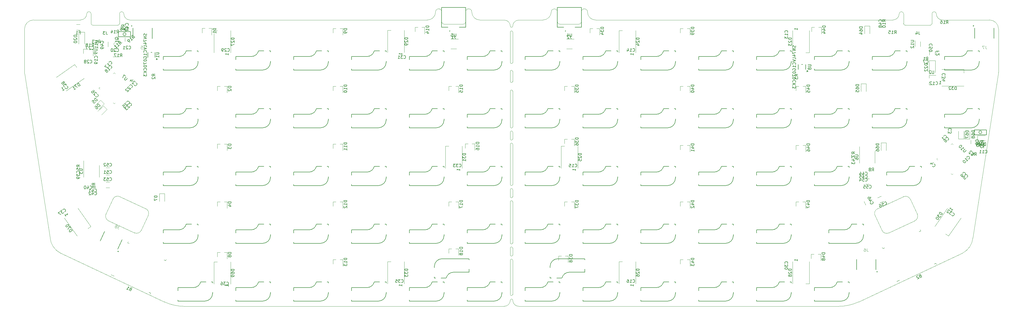
<source format=gbr>
G04 #@! TF.GenerationSoftware,KiCad,Pcbnew,(5.1.5-0-10_14)*
G04 #@! TF.CreationDate,2020-07-20T20:49:14-07:00*
G04 #@! TF.ProjectId,basis_combined_PROTON,62617369-735f-4636-9f6d-62696e65645f,rev?*
G04 #@! TF.SameCoordinates,Original*
G04 #@! TF.FileFunction,Legend,Bot*
G04 #@! TF.FilePolarity,Positive*
%FSLAX46Y46*%
G04 Gerber Fmt 4.6, Leading zero omitted, Abs format (unit mm)*
G04 Created by KiCad (PCBNEW (5.1.5-0-10_14)) date 2020-07-20 20:49:14*
%MOMM*%
%LPD*%
G04 APERTURE LIST*
%ADD10C,0.100000*%
%ADD11C,0.120000*%
%ADD12C,0.150000*%
%ADD13C,0.127000*%
%ADD14C,0.200000*%
%ADD15C,0.152400*%
%ADD16C,0.015000*%
G04 APERTURE END LIST*
D10*
X-123824375Y-116507500D02*
G75*
G02X-120824375Y-113507500I3000000J0D01*
G01*
X193855625Y-113507500D02*
G75*
G02X196855625Y-116507500I0J-3000000D01*
G01*
X144055625Y-207957499D02*
G75*
G03X150814190Y-206469023I28566J15958475D01*
G01*
X-71044375Y-207957499D02*
G75*
G02X-77802940Y-206469023I-28566J15958475D01*
G01*
X-123824375Y-130787500D02*
G75*
G03X-123788921Y-131207500I2505453J-1D01*
G01*
X196845625Y-130807500D02*
G75*
G02X196810171Y-131227500I-2505453J-1D01*
G01*
X184953082Y-190431995D02*
G75*
G03X188415624Y-185387499I-2817457J5644495D01*
G01*
X-111934375Y-190427500D02*
G75*
G02X-115396917Y-185383004I2817457J5644495D01*
G01*
X-89079308Y-113534373D02*
G75*
G02X-91119308Y-111494373I0J2040000D01*
G01*
X-103332251Y-111461252D02*
G75*
G02X-105372251Y-113501252I-2040000J0D01*
G01*
X-92559375Y-111484375D02*
G75*
G02X-91119308Y-111494373I720068J1D01*
G01*
X-103332251Y-111461252D02*
G75*
G02X-101909375Y-111484375I711626J1D01*
G01*
X178415624Y-113537498D02*
G75*
G02X176375624Y-111497498I0J2040000D01*
G01*
X164144306Y-111474377D02*
G75*
G02X162104306Y-113514377I-2040000J0D01*
G01*
X174935557Y-111487500D02*
G75*
G02X176375624Y-111497498I720068J1D01*
G01*
X164144306Y-111474377D02*
G75*
G02X165584375Y-111484375I720069J1D01*
G01*
X64215625Y-113537500D02*
G75*
G02X61515625Y-110837500I0J2700000D01*
G01*
X49623602Y-110727275D02*
G75*
G02X46823602Y-113527275I-2800000J0D01*
G01*
X59516865Y-110787718D02*
G75*
G02X61515625Y-110837500I998760J-49782D01*
G01*
X49623602Y-110727275D02*
G75*
G02X51612500Y-110787500I992023J-110225D01*
G01*
X26115625Y-113537500D02*
G75*
G02X23415625Y-110837500I0J2700000D01*
G01*
X11515625Y-110837500D02*
G75*
G02X8815625Y-113537500I-2700000J0D01*
G01*
X11517497Y-110837500D02*
G75*
G02X13512500Y-110787500I998128J0D01*
G01*
X21416865Y-110787718D02*
G75*
G02X23415625Y-110837500I998760J-49782D01*
G01*
X36915625Y-115537500D02*
G75*
G02X38915625Y-113537500I2000000J0D01*
G01*
X34115625Y-113537500D02*
G75*
G02X36115625Y-115537500I0J-2000000D01*
G01*
X38915625Y-207937500D02*
G75*
G02X36915625Y-205937500I0J2000000D01*
G01*
X36115625Y-205937500D02*
G75*
G02X34115625Y-207937500I-2000000J0D01*
G01*
X36115625Y-205937500D02*
G75*
G02X36915625Y-205937500I400000J0D01*
G01*
X36915625Y-115537500D02*
G75*
G02X36115625Y-115537500I-400000J0D01*
G01*
X150814190Y-206469023D02*
X184953082Y-190431995D01*
X8815625Y-113537500D02*
X-89079308Y-113534373D01*
X-105372251Y-113501252D02*
X-118268750Y-113506250D01*
X36900000Y-204000000D02*
G75*
G02X36100000Y-204000000I-400000J0D01*
G01*
X36100000Y-192750000D02*
G75*
G02X36900000Y-192750000I400000J0D01*
G01*
X36900000Y-191000000D02*
G75*
G02X36100000Y-191000000I-400000J0D01*
G01*
X36100000Y-188750000D02*
G75*
G02X36900000Y-188750000I400000J0D01*
G01*
X36900000Y-187000000D02*
G75*
G02X36100000Y-187000000I-400000J0D01*
G01*
X36100000Y-173500000D02*
G75*
G02X36900000Y-173500000I400000J0D01*
G01*
X36900000Y-171750000D02*
G75*
G02X36100000Y-171750000I-400000J0D01*
G01*
X36100000Y-169500000D02*
G75*
G02X36900000Y-169500000I400000J0D01*
G01*
X36900000Y-167750000D02*
G75*
G02X36100000Y-167750000I-400000J0D01*
G01*
X36100000Y-154500000D02*
G75*
G02X36900000Y-154500000I400000J0D01*
G01*
X36900000Y-152750000D02*
G75*
G02X36100000Y-152750000I-400000J0D01*
G01*
X36100000Y-150500000D02*
G75*
G02X36900000Y-150500000I400000J0D01*
G01*
X36900000Y-148750000D02*
G75*
G02X36100000Y-148750000I-400000J0D01*
G01*
X36100000Y-137000000D02*
G75*
G02X36900000Y-137000000I400000J0D01*
G01*
X36900000Y-133750000D02*
G75*
G02X36100000Y-133750000I-400000J0D01*
G01*
X36100000Y-130500000D02*
G75*
G02X36900000Y-130500000I400000J0D01*
G01*
X36900000Y-127500000D02*
G75*
G02X36100000Y-127500000I-400000J0D01*
G01*
X36100000Y-117500000D02*
G75*
G02X36900000Y-117500000I400000J0D01*
G01*
X36100000Y-133750000D02*
X36100000Y-130500000D01*
X36900000Y-130500000D02*
X36900000Y-133750000D01*
X36100000Y-152750000D02*
X36100000Y-150500000D01*
X36900000Y-150500000D02*
X36900000Y-152750000D01*
X36100000Y-171750000D02*
X36100000Y-169500000D01*
X36900000Y-169500000D02*
X36900000Y-171750000D01*
X36100000Y-191000000D02*
X36100000Y-188750000D01*
X36900000Y-188750000D02*
X36900000Y-191000000D01*
X36900000Y-192750000D02*
X36900000Y-204000000D01*
X36100000Y-204000000D02*
X36100000Y-192750000D01*
X36100000Y-187000000D02*
X36100000Y-173500000D01*
X36900000Y-173500000D02*
X36900000Y-187000000D01*
X36900000Y-167750000D02*
X36900000Y-154500000D01*
X36100000Y-154500000D02*
X36100000Y-167750000D01*
X36100000Y-148750000D02*
X36100000Y-137000000D01*
X36900000Y-137000000D02*
X36900000Y-148750000D01*
X36900000Y-127500000D02*
X36900000Y-117500000D01*
X36100000Y-117500000D02*
X36100000Y-127500000D01*
X26115625Y-113537500D02*
X33337500Y-113537500D01*
X64215625Y-113537500D02*
X162104306Y-113514377D01*
X46823602Y-113527275D02*
X39687500Y-113537500D01*
X178415624Y-113537498D02*
X193855625Y-113507500D01*
X39687500Y-113537500D02*
X38915625Y-113537500D01*
X196855625Y-116507500D02*
X196845625Y-130807500D01*
X196810171Y-131227500D02*
X188415624Y-185387499D01*
X38915625Y-207937500D02*
X144055625Y-207957500D01*
X-77802940Y-206469023D02*
X-111934375Y-190427500D01*
X34115625Y-207937500D02*
X-71044375Y-207957500D01*
X-123788921Y-131207500D02*
X-115396917Y-185383004D01*
X-123824375Y-116507500D02*
X-123824375Y-130787500D01*
X33337500Y-113537500D02*
X34115625Y-113537500D01*
X-118268750Y-113506250D02*
X-120824375Y-113507500D01*
D11*
X169257367Y-179765550D02*
X160738073Y-183738161D01*
X167797500Y-172612313D02*
X170079639Y-177506375D01*
X157019033Y-175762653D02*
X165538326Y-171790041D01*
X158478899Y-182915889D02*
X156196761Y-178021827D01*
X160738073Y-183738161D02*
G75*
G02X158478899Y-182915889I-718451J1540723D01*
G01*
X170079639Y-177506376D02*
G75*
G02X169257367Y-179765550I-1540723J-718451D01*
G01*
X165538326Y-171790041D02*
G75*
G02X167797500Y-172612313I718451J-1540723D01*
G01*
X156196761Y-178021827D02*
G75*
G02X157019033Y-175762653I1540723J718451D01*
G01*
X-87642181Y-183697401D02*
X-96161474Y-179724789D01*
X-83100868Y-177981067D02*
X-85383007Y-182875129D01*
X-92442433Y-171749281D02*
X-83923140Y-175721892D01*
X-96983746Y-177465615D02*
X-94701608Y-172571553D01*
X-96161474Y-179724789D02*
G75*
G02X-96983746Y-177465615I718451J1540723D01*
G01*
X-85383007Y-182875129D02*
G75*
G02X-87642181Y-183697401I-1540723J718451D01*
G01*
X-83923140Y-175721893D02*
G75*
G02X-83100868Y-177981067I-718451J-1540723D01*
G01*
X-94701607Y-172571553D02*
G75*
G02X-92442433Y-171749281I1540723J-718451D01*
G01*
X175729752Y-193957340D02*
X176228221Y-193724900D01*
X176228221Y-193724900D02*
X176418400Y-194132738D01*
X170742857Y-183262908D02*
X171241326Y-183030468D01*
X171241326Y-183030468D02*
X171051148Y-182622630D01*
X159232748Y-188630160D02*
X158734279Y-188862600D01*
X158734279Y-188862600D02*
X158544100Y-188454762D01*
X164219643Y-199324592D02*
X163313336Y-199747210D01*
X-82860268Y-203293342D02*
X-82361799Y-203525782D01*
X-82361799Y-203525782D02*
X-82551977Y-203933620D01*
X-77873373Y-192598910D02*
X-77374904Y-192831350D01*
X-77374904Y-192831350D02*
X-77184725Y-192423512D01*
X-89383482Y-187231658D02*
X-89881951Y-186999218D01*
X-89881951Y-186999218D02*
X-89691773Y-186591380D01*
X-94370377Y-197926090D02*
X-95276685Y-197503472D01*
X189565625Y-154369564D02*
X189565625Y-153165436D01*
X187745625Y-154369564D02*
X187745625Y-153165436D01*
X-93482311Y-123777500D02*
X-94686439Y-123777500D01*
X-93482311Y-125597500D02*
X-94686439Y-125597500D01*
X153065328Y-174457738D02*
X152556442Y-173366427D01*
X154714808Y-173688573D02*
X154205922Y-172597262D01*
X-95838561Y-168788125D02*
X-97042689Y-168788125D01*
X-95838561Y-166968125D02*
X-97042689Y-166968125D01*
X157105387Y-172147203D02*
X158196698Y-171638317D01*
X157874552Y-173796683D02*
X158965863Y-173287797D01*
X153072936Y-165813750D02*
X154277064Y-165813750D01*
X153072936Y-167633750D02*
X154277064Y-167633750D01*
X-95838561Y-164025625D02*
X-97042689Y-164025625D01*
X-95838561Y-162205625D02*
X-97042689Y-162205625D01*
X-95838561Y-166406875D02*
X-97042689Y-166406875D01*
X-95838561Y-164586875D02*
X-97042689Y-164586875D01*
D12*
X-66675000Y-184626250D02*
X-66675000Y-184245250D01*
X-66675000Y-181197250D02*
X-66675000Y-180816250D01*
X-66675000Y-180816250D02*
X-67056000Y-180816250D01*
X-68834000Y-180816250D02*
X-70485000Y-180816250D01*
X-73025000Y-182721250D02*
X-78105000Y-182721250D01*
X-78105000Y-182721250D02*
X-78105000Y-183737250D01*
X-78105000Y-186785250D02*
X-78105000Y-187166250D01*
X-78105000Y-187166250D02*
X-69215000Y-187166250D01*
X-70560838Y-180797290D02*
G75*
G02X-73025000Y-182721250I-2464162J616040D01*
G01*
X-66675000Y-184626250D02*
G75*
G02X-69215000Y-187166250I-2540000J0D01*
G01*
X49212500Y-194786250D02*
X49212500Y-195167250D01*
X49212500Y-198215250D02*
X49212500Y-198596250D01*
X49212500Y-198596250D02*
X49593500Y-198596250D01*
X51371500Y-198596250D02*
X53022500Y-198596250D01*
X55562500Y-196691250D02*
X60642500Y-196691250D01*
X60642500Y-196691250D02*
X60642500Y-195675250D01*
X60642500Y-192627250D02*
X60642500Y-192246250D01*
X60642500Y-192246250D02*
X51752500Y-192246250D01*
X53098338Y-198615210D02*
G75*
G02X55562500Y-196691250I2464162J-616040D01*
G01*
X49212500Y-194786250D02*
G75*
G02X51752500Y-192246250I2540000J0D01*
G01*
X-4762500Y-127476250D02*
X-4762500Y-127095250D01*
X-4762500Y-124047250D02*
X-4762500Y-123666250D01*
X-4762500Y-123666250D02*
X-5143500Y-123666250D01*
X-6921500Y-123666250D02*
X-8572500Y-123666250D01*
X-11112500Y-125571250D02*
X-16192500Y-125571250D01*
X-16192500Y-125571250D02*
X-16192500Y-126587250D01*
X-16192500Y-129635250D02*
X-16192500Y-130016250D01*
X-16192500Y-130016250D02*
X-7302500Y-130016250D01*
X-8648338Y-123647290D02*
G75*
G02X-11112500Y-125571250I-2464162J616040D01*
G01*
X-4762500Y-127476250D02*
G75*
G02X-7302500Y-130016250I-2540000J0D01*
G01*
X171450000Y-165576250D02*
X171450000Y-165195250D01*
X171450000Y-162147250D02*
X171450000Y-161766250D01*
X171450000Y-161766250D02*
X171069000Y-161766250D01*
X169291000Y-161766250D02*
X167640000Y-161766250D01*
X165100000Y-163671250D02*
X160020000Y-163671250D01*
X160020000Y-163671250D02*
X160020000Y-164687250D01*
X160020000Y-167735250D02*
X160020000Y-168116250D01*
X160020000Y-168116250D02*
X168910000Y-168116250D01*
X167564162Y-161747290D02*
G75*
G02X165100000Y-163671250I-2464162J616040D01*
G01*
X171450000Y-165576250D02*
G75*
G02X168910000Y-168116250I-2540000J0D01*
G01*
X190500000Y-146526250D02*
X190500000Y-146145250D01*
X190500000Y-143097250D02*
X190500000Y-142716250D01*
X190500000Y-142716250D02*
X190119000Y-142716250D01*
X188341000Y-142716250D02*
X186690000Y-142716250D01*
X184150000Y-144621250D02*
X179070000Y-144621250D01*
X179070000Y-144621250D02*
X179070000Y-145637250D01*
X179070000Y-148685250D02*
X179070000Y-149066250D01*
X179070000Y-149066250D02*
X187960000Y-149066250D01*
X186614162Y-142697290D02*
G75*
G02X184150000Y-144621250I-2464162J616040D01*
G01*
X190500000Y-146526250D02*
G75*
G02X187960000Y-149066250I-2540000J0D01*
G01*
X190500000Y-127476250D02*
X190500000Y-127095250D01*
X190500000Y-124047250D02*
X190500000Y-123666250D01*
X190500000Y-123666250D02*
X190119000Y-123666250D01*
X188341000Y-123666250D02*
X186690000Y-123666250D01*
X184150000Y-125571250D02*
X179070000Y-125571250D01*
X179070000Y-125571250D02*
X179070000Y-126587250D01*
X179070000Y-129635250D02*
X179070000Y-130016250D01*
X179070000Y-130016250D02*
X187960000Y-130016250D01*
X186614162Y-123647290D02*
G75*
G02X184150000Y-125571250I-2464162J616040D01*
G01*
X190500000Y-127476250D02*
G75*
G02X187960000Y-130016250I-2540000J0D01*
G01*
X152400000Y-184626250D02*
X152400000Y-184245250D01*
X152400000Y-181197250D02*
X152400000Y-180816250D01*
X152400000Y-180816250D02*
X152019000Y-180816250D01*
X150241000Y-180816250D02*
X148590000Y-180816250D01*
X146050000Y-182721250D02*
X140970000Y-182721250D01*
X140970000Y-182721250D02*
X140970000Y-183737250D01*
X140970000Y-186785250D02*
X140970000Y-187166250D01*
X140970000Y-187166250D02*
X149860000Y-187166250D01*
X148514162Y-180797290D02*
G75*
G02X146050000Y-182721250I-2464162J616040D01*
G01*
X152400000Y-184626250D02*
G75*
G02X149860000Y-187166250I-2540000J0D01*
G01*
X128587500Y-127476250D02*
X128587500Y-127095250D01*
X128587500Y-124047250D02*
X128587500Y-123666250D01*
X128587500Y-123666250D02*
X128206500Y-123666250D01*
X126428500Y-123666250D02*
X124777500Y-123666250D01*
X122237500Y-125571250D02*
X117157500Y-125571250D01*
X117157500Y-125571250D02*
X117157500Y-126587250D01*
X117157500Y-129635250D02*
X117157500Y-130016250D01*
X117157500Y-130016250D02*
X126047500Y-130016250D01*
X124701662Y-123647290D02*
G75*
G02X122237500Y-125571250I-2464162J616040D01*
G01*
X128587500Y-127476250D02*
G75*
G02X126047500Y-130016250I-2540000J0D01*
G01*
X109537500Y-184626250D02*
X109537500Y-184245250D01*
X109537500Y-181197250D02*
X109537500Y-180816250D01*
X109537500Y-180816250D02*
X109156500Y-180816250D01*
X107378500Y-180816250D02*
X105727500Y-180816250D01*
X103187500Y-182721250D02*
X98107500Y-182721250D01*
X98107500Y-182721250D02*
X98107500Y-183737250D01*
X98107500Y-186785250D02*
X98107500Y-187166250D01*
X98107500Y-187166250D02*
X106997500Y-187166250D01*
X105651662Y-180797290D02*
G75*
G02X103187500Y-182721250I-2464162J616040D01*
G01*
X109537500Y-184626250D02*
G75*
G02X106997500Y-187166250I-2540000J0D01*
G01*
X90487500Y-184626250D02*
X90487500Y-184245250D01*
X90487500Y-181197250D02*
X90487500Y-180816250D01*
X90487500Y-180816250D02*
X90106500Y-180816250D01*
X88328500Y-180816250D02*
X86677500Y-180816250D01*
X84137500Y-182721250D02*
X79057500Y-182721250D01*
X79057500Y-182721250D02*
X79057500Y-183737250D01*
X79057500Y-186785250D02*
X79057500Y-187166250D01*
X79057500Y-187166250D02*
X87947500Y-187166250D01*
X86601662Y-180797290D02*
G75*
G02X84137500Y-182721250I-2464162J616040D01*
G01*
X90487500Y-184626250D02*
G75*
G02X87947500Y-187166250I-2540000J0D01*
G01*
X52387500Y-127476250D02*
X52387500Y-127095250D01*
X52387500Y-124047250D02*
X52387500Y-123666250D01*
X52387500Y-123666250D02*
X52006500Y-123666250D01*
X50228500Y-123666250D02*
X48577500Y-123666250D01*
X46037500Y-125571250D02*
X40957500Y-125571250D01*
X40957500Y-125571250D02*
X40957500Y-126587250D01*
X40957500Y-129635250D02*
X40957500Y-130016250D01*
X40957500Y-130016250D02*
X49847500Y-130016250D01*
X48501662Y-123647290D02*
G75*
G02X46037500Y-125571250I-2464162J616040D01*
G01*
X52387500Y-127476250D02*
G75*
G02X49847500Y-130016250I-2540000J0D01*
G01*
X71437500Y-127476250D02*
X71437500Y-127095250D01*
X71437500Y-124047250D02*
X71437500Y-123666250D01*
X71437500Y-123666250D02*
X71056500Y-123666250D01*
X69278500Y-123666250D02*
X67627500Y-123666250D01*
X65087500Y-125571250D02*
X60007500Y-125571250D01*
X60007500Y-125571250D02*
X60007500Y-126587250D01*
X60007500Y-129635250D02*
X60007500Y-130016250D01*
X60007500Y-130016250D02*
X68897500Y-130016250D01*
X67551662Y-123647290D02*
G75*
G02X65087500Y-125571250I-2464162J616040D01*
G01*
X71437500Y-127476250D02*
G75*
G02X68897500Y-130016250I-2540000J0D01*
G01*
X90487500Y-127476250D02*
X90487500Y-127095250D01*
X90487500Y-124047250D02*
X90487500Y-123666250D01*
X90487500Y-123666250D02*
X90106500Y-123666250D01*
X88328500Y-123666250D02*
X86677500Y-123666250D01*
X84137500Y-125571250D02*
X79057500Y-125571250D01*
X79057500Y-125571250D02*
X79057500Y-126587250D01*
X79057500Y-129635250D02*
X79057500Y-130016250D01*
X79057500Y-130016250D02*
X87947500Y-130016250D01*
X86601662Y-123647290D02*
G75*
G02X84137500Y-125571250I-2464162J616040D01*
G01*
X90487500Y-127476250D02*
G75*
G02X87947500Y-130016250I-2540000J0D01*
G01*
X109537500Y-127476250D02*
X109537500Y-127095250D01*
X109537500Y-124047250D02*
X109537500Y-123666250D01*
X109537500Y-123666250D02*
X109156500Y-123666250D01*
X107378500Y-123666250D02*
X105727500Y-123666250D01*
X103187500Y-125571250D02*
X98107500Y-125571250D01*
X98107500Y-125571250D02*
X98107500Y-126587250D01*
X98107500Y-129635250D02*
X98107500Y-130016250D01*
X98107500Y-130016250D02*
X106997500Y-130016250D01*
X105651662Y-123647290D02*
G75*
G02X103187500Y-125571250I-2464162J616040D01*
G01*
X109537500Y-127476250D02*
G75*
G02X106997500Y-130016250I-2540000J0D01*
G01*
X147637500Y-165576250D02*
X147637500Y-165195250D01*
X147637500Y-162147250D02*
X147637500Y-161766250D01*
X147637500Y-161766250D02*
X147256500Y-161766250D01*
X145478500Y-161766250D02*
X143827500Y-161766250D01*
X141287500Y-163671250D02*
X136207500Y-163671250D01*
X136207500Y-163671250D02*
X136207500Y-164687250D01*
X136207500Y-167735250D02*
X136207500Y-168116250D01*
X136207500Y-168116250D02*
X145097500Y-168116250D01*
X143751662Y-161747290D02*
G75*
G02X141287500Y-163671250I-2464162J616040D01*
G01*
X147637500Y-165576250D02*
G75*
G02X145097500Y-168116250I-2540000J0D01*
G01*
X128587500Y-184626250D02*
X128587500Y-184245250D01*
X128587500Y-181197250D02*
X128587500Y-180816250D01*
X128587500Y-180816250D02*
X128206500Y-180816250D01*
X126428500Y-180816250D02*
X124777500Y-180816250D01*
X122237500Y-182721250D02*
X117157500Y-182721250D01*
X117157500Y-182721250D02*
X117157500Y-183737250D01*
X117157500Y-186785250D02*
X117157500Y-187166250D01*
X117157500Y-187166250D02*
X126047500Y-187166250D01*
X124701662Y-180797290D02*
G75*
G02X122237500Y-182721250I-2464162J616040D01*
G01*
X128587500Y-184626250D02*
G75*
G02X126047500Y-187166250I-2540000J0D01*
G01*
X128587500Y-165576250D02*
X128587500Y-165195250D01*
X128587500Y-162147250D02*
X128587500Y-161766250D01*
X128587500Y-161766250D02*
X128206500Y-161766250D01*
X126428500Y-161766250D02*
X124777500Y-161766250D01*
X122237500Y-163671250D02*
X117157500Y-163671250D01*
X117157500Y-163671250D02*
X117157500Y-164687250D01*
X117157500Y-167735250D02*
X117157500Y-168116250D01*
X117157500Y-168116250D02*
X126047500Y-168116250D01*
X124701662Y-161747290D02*
G75*
G02X122237500Y-163671250I-2464162J616040D01*
G01*
X128587500Y-165576250D02*
G75*
G02X126047500Y-168116250I-2540000J0D01*
G01*
X166687500Y-146526250D02*
X166687500Y-146145250D01*
X166687500Y-143097250D02*
X166687500Y-142716250D01*
X166687500Y-142716250D02*
X166306500Y-142716250D01*
X164528500Y-142716250D02*
X162877500Y-142716250D01*
X160337500Y-144621250D02*
X155257500Y-144621250D01*
X155257500Y-144621250D02*
X155257500Y-145637250D01*
X155257500Y-148685250D02*
X155257500Y-149066250D01*
X155257500Y-149066250D02*
X164147500Y-149066250D01*
X162801662Y-142697290D02*
G75*
G02X160337500Y-144621250I-2464162J616040D01*
G01*
X166687500Y-146526250D02*
G75*
G02X164147500Y-149066250I-2540000J0D01*
G01*
X147637500Y-127476250D02*
X147637500Y-127095250D01*
X147637500Y-124047250D02*
X147637500Y-123666250D01*
X147637500Y-123666250D02*
X147256500Y-123666250D01*
X145478500Y-123666250D02*
X143827500Y-123666250D01*
X141287500Y-125571250D02*
X136207500Y-125571250D01*
X136207500Y-125571250D02*
X136207500Y-126587250D01*
X136207500Y-129635250D02*
X136207500Y-130016250D01*
X136207500Y-130016250D02*
X145097500Y-130016250D01*
X143751662Y-123647290D02*
G75*
G02X141287500Y-125571250I-2464162J616040D01*
G01*
X147637500Y-127476250D02*
G75*
G02X145097500Y-130016250I-2540000J0D01*
G01*
X166687500Y-127476250D02*
X166687500Y-127095250D01*
X166687500Y-124047250D02*
X166687500Y-123666250D01*
X166687500Y-123666250D02*
X166306500Y-123666250D01*
X164528500Y-123666250D02*
X162877500Y-123666250D01*
X160337500Y-125571250D02*
X155257500Y-125571250D01*
X155257500Y-125571250D02*
X155257500Y-126587250D01*
X155257500Y-129635250D02*
X155257500Y-130016250D01*
X155257500Y-130016250D02*
X164147500Y-130016250D01*
X162801662Y-123647290D02*
G75*
G02X160337500Y-125571250I-2464162J616040D01*
G01*
X166687500Y-127476250D02*
G75*
G02X164147500Y-130016250I-2540000J0D01*
G01*
X109537500Y-203676250D02*
X109537500Y-203295250D01*
X109537500Y-200247250D02*
X109537500Y-199866250D01*
X109537500Y-199866250D02*
X109156500Y-199866250D01*
X107378500Y-199866250D02*
X105727500Y-199866250D01*
X103187500Y-201771250D02*
X98107500Y-201771250D01*
X98107500Y-201771250D02*
X98107500Y-202787250D01*
X98107500Y-205835250D02*
X98107500Y-206216250D01*
X98107500Y-206216250D02*
X106997500Y-206216250D01*
X105651662Y-199847290D02*
G75*
G02X103187500Y-201771250I-2464162J616040D01*
G01*
X109537500Y-203676250D02*
G75*
G02X106997500Y-206216250I-2540000J0D01*
G01*
X52387500Y-165576250D02*
X52387500Y-165195250D01*
X52387500Y-162147250D02*
X52387500Y-161766250D01*
X52387500Y-161766250D02*
X52006500Y-161766250D01*
X50228500Y-161766250D02*
X48577500Y-161766250D01*
X46037500Y-163671250D02*
X40957500Y-163671250D01*
X40957500Y-163671250D02*
X40957500Y-164687250D01*
X40957500Y-167735250D02*
X40957500Y-168116250D01*
X40957500Y-168116250D02*
X49847500Y-168116250D01*
X48501662Y-161747290D02*
G75*
G02X46037500Y-163671250I-2464162J616040D01*
G01*
X52387500Y-165576250D02*
G75*
G02X49847500Y-168116250I-2540000J0D01*
G01*
X90487500Y-146526250D02*
X90487500Y-146145250D01*
X90487500Y-143097250D02*
X90487500Y-142716250D01*
X90487500Y-142716250D02*
X90106500Y-142716250D01*
X88328500Y-142716250D02*
X86677500Y-142716250D01*
X84137500Y-144621250D02*
X79057500Y-144621250D01*
X79057500Y-144621250D02*
X79057500Y-145637250D01*
X79057500Y-148685250D02*
X79057500Y-149066250D01*
X79057500Y-149066250D02*
X87947500Y-149066250D01*
X86601662Y-142697290D02*
G75*
G02X84137500Y-144621250I-2464162J616040D01*
G01*
X90487500Y-146526250D02*
G75*
G02X87947500Y-149066250I-2540000J0D01*
G01*
X71437500Y-165576250D02*
X71437500Y-165195250D01*
X71437500Y-162147250D02*
X71437500Y-161766250D01*
X71437500Y-161766250D02*
X71056500Y-161766250D01*
X69278500Y-161766250D02*
X67627500Y-161766250D01*
X65087500Y-163671250D02*
X60007500Y-163671250D01*
X60007500Y-163671250D02*
X60007500Y-164687250D01*
X60007500Y-167735250D02*
X60007500Y-168116250D01*
X60007500Y-168116250D02*
X68897500Y-168116250D01*
X67551662Y-161747290D02*
G75*
G02X65087500Y-163671250I-2464162J616040D01*
G01*
X71437500Y-165576250D02*
G75*
G02X68897500Y-168116250I-2540000J0D01*
G01*
X90487500Y-165576250D02*
X90487500Y-165195250D01*
X90487500Y-162147250D02*
X90487500Y-161766250D01*
X90487500Y-161766250D02*
X90106500Y-161766250D01*
X88328500Y-161766250D02*
X86677500Y-161766250D01*
X84137500Y-163671250D02*
X79057500Y-163671250D01*
X79057500Y-163671250D02*
X79057500Y-164687250D01*
X79057500Y-167735250D02*
X79057500Y-168116250D01*
X79057500Y-168116250D02*
X87947500Y-168116250D01*
X86601662Y-161747290D02*
G75*
G02X84137500Y-163671250I-2464162J616040D01*
G01*
X90487500Y-165576250D02*
G75*
G02X87947500Y-168116250I-2540000J0D01*
G01*
X109537500Y-165576250D02*
X109537500Y-165195250D01*
X109537500Y-162147250D02*
X109537500Y-161766250D01*
X109537500Y-161766250D02*
X109156500Y-161766250D01*
X107378500Y-161766250D02*
X105727500Y-161766250D01*
X103187500Y-163671250D02*
X98107500Y-163671250D01*
X98107500Y-163671250D02*
X98107500Y-164687250D01*
X98107500Y-167735250D02*
X98107500Y-168116250D01*
X98107500Y-168116250D02*
X106997500Y-168116250D01*
X105651662Y-161747290D02*
G75*
G02X103187500Y-163671250I-2464162J616040D01*
G01*
X109537500Y-165576250D02*
G75*
G02X106997500Y-168116250I-2540000J0D01*
G01*
X90487500Y-203676250D02*
X90487500Y-203295250D01*
X90487500Y-200247250D02*
X90487500Y-199866250D01*
X90487500Y-199866250D02*
X90106500Y-199866250D01*
X88328500Y-199866250D02*
X86677500Y-199866250D01*
X84137500Y-201771250D02*
X79057500Y-201771250D01*
X79057500Y-201771250D02*
X79057500Y-202787250D01*
X79057500Y-205835250D02*
X79057500Y-206216250D01*
X79057500Y-206216250D02*
X87947500Y-206216250D01*
X86601662Y-199847290D02*
G75*
G02X84137500Y-201771250I-2464162J616040D01*
G01*
X90487500Y-203676250D02*
G75*
G02X87947500Y-206216250I-2540000J0D01*
G01*
X71437500Y-184626250D02*
X71437500Y-184245250D01*
X71437500Y-181197250D02*
X71437500Y-180816250D01*
X71437500Y-180816250D02*
X71056500Y-180816250D01*
X69278500Y-180816250D02*
X67627500Y-180816250D01*
X65087500Y-182721250D02*
X60007500Y-182721250D01*
X60007500Y-182721250D02*
X60007500Y-183737250D01*
X60007500Y-186785250D02*
X60007500Y-187166250D01*
X60007500Y-187166250D02*
X68897500Y-187166250D01*
X67551662Y-180797290D02*
G75*
G02X65087500Y-182721250I-2464162J616040D01*
G01*
X71437500Y-184626250D02*
G75*
G02X68897500Y-187166250I-2540000J0D01*
G01*
X52387500Y-184626250D02*
X52387500Y-184245250D01*
X52387500Y-181197250D02*
X52387500Y-180816250D01*
X52387500Y-180816250D02*
X52006500Y-180816250D01*
X50228500Y-180816250D02*
X48577500Y-180816250D01*
X46037500Y-182721250D02*
X40957500Y-182721250D01*
X40957500Y-182721250D02*
X40957500Y-183737250D01*
X40957500Y-186785250D02*
X40957500Y-187166250D01*
X40957500Y-187166250D02*
X49847500Y-187166250D01*
X48501662Y-180797290D02*
G75*
G02X46037500Y-182721250I-2464162J616040D01*
G01*
X52387500Y-184626250D02*
G75*
G02X49847500Y-187166250I-2540000J0D01*
G01*
X109537500Y-146526250D02*
X109537500Y-146145250D01*
X109537500Y-143097250D02*
X109537500Y-142716250D01*
X109537500Y-142716250D02*
X109156500Y-142716250D01*
X107378500Y-142716250D02*
X105727500Y-142716250D01*
X103187500Y-144621250D02*
X98107500Y-144621250D01*
X98107500Y-144621250D02*
X98107500Y-145637250D01*
X98107500Y-148685250D02*
X98107500Y-149066250D01*
X98107500Y-149066250D02*
X106997500Y-149066250D01*
X105651662Y-142697290D02*
G75*
G02X103187500Y-144621250I-2464162J616040D01*
G01*
X109537500Y-146526250D02*
G75*
G02X106997500Y-149066250I-2540000J0D01*
G01*
X128587500Y-146526250D02*
X128587500Y-146145250D01*
X128587500Y-143097250D02*
X128587500Y-142716250D01*
X128587500Y-142716250D02*
X128206500Y-142716250D01*
X126428500Y-142716250D02*
X124777500Y-142716250D01*
X122237500Y-144621250D02*
X117157500Y-144621250D01*
X117157500Y-144621250D02*
X117157500Y-145637250D01*
X117157500Y-148685250D02*
X117157500Y-149066250D01*
X117157500Y-149066250D02*
X126047500Y-149066250D01*
X124701662Y-142697290D02*
G75*
G02X122237500Y-144621250I-2464162J616040D01*
G01*
X128587500Y-146526250D02*
G75*
G02X126047500Y-149066250I-2540000J0D01*
G01*
X147637500Y-203676250D02*
X147637500Y-203295250D01*
X147637500Y-200247250D02*
X147637500Y-199866250D01*
X147637500Y-199866250D02*
X147256500Y-199866250D01*
X145478500Y-199866250D02*
X143827500Y-199866250D01*
X141287500Y-201771250D02*
X136207500Y-201771250D01*
X136207500Y-201771250D02*
X136207500Y-202787250D01*
X136207500Y-205835250D02*
X136207500Y-206216250D01*
X136207500Y-206216250D02*
X145097500Y-206216250D01*
X143751662Y-199847290D02*
G75*
G02X141287500Y-201771250I-2464162J616040D01*
G01*
X147637500Y-203676250D02*
G75*
G02X145097500Y-206216250I-2540000J0D01*
G01*
X52387500Y-203676250D02*
X52387500Y-203295250D01*
X52387500Y-200247250D02*
X52387500Y-199866250D01*
X52387500Y-199866250D02*
X52006500Y-199866250D01*
X50228500Y-199866250D02*
X48577500Y-199866250D01*
X46037500Y-201771250D02*
X40957500Y-201771250D01*
X40957500Y-201771250D02*
X40957500Y-202787250D01*
X40957500Y-205835250D02*
X40957500Y-206216250D01*
X40957500Y-206216250D02*
X49847500Y-206216250D01*
X48501662Y-199847290D02*
G75*
G02X46037500Y-201771250I-2464162J616040D01*
G01*
X52387500Y-203676250D02*
G75*
G02X49847500Y-206216250I-2540000J0D01*
G01*
X71437500Y-203676250D02*
X71437500Y-203295250D01*
X71437500Y-200247250D02*
X71437500Y-199866250D01*
X71437500Y-199866250D02*
X71056500Y-199866250D01*
X69278500Y-199866250D02*
X67627500Y-199866250D01*
X65087500Y-201771250D02*
X60007500Y-201771250D01*
X60007500Y-201771250D02*
X60007500Y-202787250D01*
X60007500Y-205835250D02*
X60007500Y-206216250D01*
X60007500Y-206216250D02*
X68897500Y-206216250D01*
X67551662Y-199847290D02*
G75*
G02X65087500Y-201771250I-2464162J616040D01*
G01*
X71437500Y-203676250D02*
G75*
G02X68897500Y-206216250I-2540000J0D01*
G01*
X71437500Y-146526250D02*
X71437500Y-146145250D01*
X71437500Y-143097250D02*
X71437500Y-142716250D01*
X71437500Y-142716250D02*
X71056500Y-142716250D01*
X69278500Y-142716250D02*
X67627500Y-142716250D01*
X65087500Y-144621250D02*
X60007500Y-144621250D01*
X60007500Y-144621250D02*
X60007500Y-145637250D01*
X60007500Y-148685250D02*
X60007500Y-149066250D01*
X60007500Y-149066250D02*
X68897500Y-149066250D01*
X67551662Y-142697290D02*
G75*
G02X65087500Y-144621250I-2464162J616040D01*
G01*
X71437500Y-146526250D02*
G75*
G02X68897500Y-149066250I-2540000J0D01*
G01*
X128587500Y-203676250D02*
X128587500Y-203295250D01*
X128587500Y-200247250D02*
X128587500Y-199866250D01*
X128587500Y-199866250D02*
X128206500Y-199866250D01*
X126428500Y-199866250D02*
X124777500Y-199866250D01*
X122237500Y-201771250D02*
X117157500Y-201771250D01*
X117157500Y-201771250D02*
X117157500Y-202787250D01*
X117157500Y-205835250D02*
X117157500Y-206216250D01*
X117157500Y-206216250D02*
X126047500Y-206216250D01*
X124701662Y-199847290D02*
G75*
G02X122237500Y-201771250I-2464162J616040D01*
G01*
X128587500Y-203676250D02*
G75*
G02X126047500Y-206216250I-2540000J0D01*
G01*
X52387500Y-146526250D02*
X52387500Y-146145250D01*
X52387500Y-143097250D02*
X52387500Y-142716250D01*
X52387500Y-142716250D02*
X52006500Y-142716250D01*
X50228500Y-142716250D02*
X48577500Y-142716250D01*
X46037500Y-144621250D02*
X40957500Y-144621250D01*
X40957500Y-144621250D02*
X40957500Y-145637250D01*
X40957500Y-148685250D02*
X40957500Y-149066250D01*
X40957500Y-149066250D02*
X49847500Y-149066250D01*
X48501662Y-142697290D02*
G75*
G02X46037500Y-144621250I-2464162J616040D01*
G01*
X52387500Y-146526250D02*
G75*
G02X49847500Y-149066250I-2540000J0D01*
G01*
X33337500Y-184626250D02*
X33337500Y-184245250D01*
X33337500Y-181197250D02*
X33337500Y-180816250D01*
X33337500Y-180816250D02*
X32956500Y-180816250D01*
X31178500Y-180816250D02*
X29527500Y-180816250D01*
X26987500Y-182721250D02*
X21907500Y-182721250D01*
X21907500Y-182721250D02*
X21907500Y-183737250D01*
X21907500Y-186785250D02*
X21907500Y-187166250D01*
X21907500Y-187166250D02*
X30797500Y-187166250D01*
X29451662Y-180797290D02*
G75*
G02X26987500Y-182721250I-2464162J616040D01*
G01*
X33337500Y-184626250D02*
G75*
G02X30797500Y-187166250I-2540000J0D01*
G01*
X33337500Y-127476250D02*
X33337500Y-127095250D01*
X33337500Y-124047250D02*
X33337500Y-123666250D01*
X33337500Y-123666250D02*
X32956500Y-123666250D01*
X31178500Y-123666250D02*
X29527500Y-123666250D01*
X26987500Y-125571250D02*
X21907500Y-125571250D01*
X21907500Y-125571250D02*
X21907500Y-126587250D01*
X21907500Y-129635250D02*
X21907500Y-130016250D01*
X21907500Y-130016250D02*
X30797500Y-130016250D01*
X29451662Y-123647290D02*
G75*
G02X26987500Y-125571250I-2464162J616040D01*
G01*
X33337500Y-127476250D02*
G75*
G02X30797500Y-130016250I-2540000J0D01*
G01*
X-66675000Y-146526250D02*
X-66675000Y-146145250D01*
X-66675000Y-143097250D02*
X-66675000Y-142716250D01*
X-66675000Y-142716250D02*
X-67056000Y-142716250D01*
X-68834000Y-142716250D02*
X-70485000Y-142716250D01*
X-73025000Y-144621250D02*
X-78105000Y-144621250D01*
X-78105000Y-144621250D02*
X-78105000Y-145637250D01*
X-78105000Y-148685250D02*
X-78105000Y-149066250D01*
X-78105000Y-149066250D02*
X-69215000Y-149066250D01*
X-70560838Y-142697290D02*
G75*
G02X-73025000Y-144621250I-2464162J616040D01*
G01*
X-66675000Y-146526250D02*
G75*
G02X-69215000Y-149066250I-2540000J0D01*
G01*
X-66675000Y-127476250D02*
X-66675000Y-127095250D01*
X-66675000Y-124047250D02*
X-66675000Y-123666250D01*
X-66675000Y-123666250D02*
X-67056000Y-123666250D01*
X-68834000Y-123666250D02*
X-70485000Y-123666250D01*
X-73025000Y-125571250D02*
X-78105000Y-125571250D01*
X-78105000Y-125571250D02*
X-78105000Y-126587250D01*
X-78105000Y-129635250D02*
X-78105000Y-130016250D01*
X-78105000Y-130016250D02*
X-69215000Y-130016250D01*
X-70560838Y-123647290D02*
G75*
G02X-73025000Y-125571250I-2464162J616040D01*
G01*
X-66675000Y-127476250D02*
G75*
G02X-69215000Y-130016250I-2540000J0D01*
G01*
X-42862500Y-184626250D02*
X-42862500Y-184245250D01*
X-42862500Y-181197250D02*
X-42862500Y-180816250D01*
X-42862500Y-180816250D02*
X-43243500Y-180816250D01*
X-45021500Y-180816250D02*
X-46672500Y-180816250D01*
X-49212500Y-182721250D02*
X-54292500Y-182721250D01*
X-54292500Y-182721250D02*
X-54292500Y-183737250D01*
X-54292500Y-186785250D02*
X-54292500Y-187166250D01*
X-54292500Y-187166250D02*
X-45402500Y-187166250D01*
X-46748338Y-180797290D02*
G75*
G02X-49212500Y-182721250I-2464162J616040D01*
G01*
X-42862500Y-184626250D02*
G75*
G02X-45402500Y-187166250I-2540000J0D01*
G01*
X-23812500Y-184626250D02*
X-23812500Y-184245250D01*
X-23812500Y-181197250D02*
X-23812500Y-180816250D01*
X-23812500Y-180816250D02*
X-24193500Y-180816250D01*
X-25971500Y-180816250D02*
X-27622500Y-180816250D01*
X-30162500Y-182721250D02*
X-35242500Y-182721250D01*
X-35242500Y-182721250D02*
X-35242500Y-183737250D01*
X-35242500Y-186785250D02*
X-35242500Y-187166250D01*
X-35242500Y-187166250D02*
X-26352500Y-187166250D01*
X-27698338Y-180797290D02*
G75*
G02X-30162500Y-182721250I-2464162J616040D01*
G01*
X-23812500Y-184626250D02*
G75*
G02X-26352500Y-187166250I-2540000J0D01*
G01*
X-23812500Y-146526250D02*
X-23812500Y-146145250D01*
X-23812500Y-143097250D02*
X-23812500Y-142716250D01*
X-23812500Y-142716250D02*
X-24193500Y-142716250D01*
X-25971500Y-142716250D02*
X-27622500Y-142716250D01*
X-30162500Y-144621250D02*
X-35242500Y-144621250D01*
X-35242500Y-144621250D02*
X-35242500Y-145637250D01*
X-35242500Y-148685250D02*
X-35242500Y-149066250D01*
X-35242500Y-149066250D02*
X-26352500Y-149066250D01*
X-27698338Y-142697290D02*
G75*
G02X-30162500Y-144621250I-2464162J616040D01*
G01*
X-23812500Y-146526250D02*
G75*
G02X-26352500Y-149066250I-2540000J0D01*
G01*
X14287500Y-184626250D02*
X14287500Y-184245250D01*
X14287500Y-181197250D02*
X14287500Y-180816250D01*
X14287500Y-180816250D02*
X13906500Y-180816250D01*
X12128500Y-180816250D02*
X10477500Y-180816250D01*
X7937500Y-182721250D02*
X2857500Y-182721250D01*
X2857500Y-182721250D02*
X2857500Y-183737250D01*
X2857500Y-186785250D02*
X2857500Y-187166250D01*
X2857500Y-187166250D02*
X11747500Y-187166250D01*
X10401662Y-180797290D02*
G75*
G02X7937500Y-182721250I-2464162J616040D01*
G01*
X14287500Y-184626250D02*
G75*
G02X11747500Y-187166250I-2540000J0D01*
G01*
X33337500Y-146526250D02*
X33337500Y-146145250D01*
X33337500Y-143097250D02*
X33337500Y-142716250D01*
X33337500Y-142716250D02*
X32956500Y-142716250D01*
X31178500Y-142716250D02*
X29527500Y-142716250D01*
X26987500Y-144621250D02*
X21907500Y-144621250D01*
X21907500Y-144621250D02*
X21907500Y-145637250D01*
X21907500Y-148685250D02*
X21907500Y-149066250D01*
X21907500Y-149066250D02*
X30797500Y-149066250D01*
X29451662Y-142697290D02*
G75*
G02X26987500Y-144621250I-2464162J616040D01*
G01*
X33337500Y-146526250D02*
G75*
G02X30797500Y-149066250I-2540000J0D01*
G01*
X11112500Y-194786250D02*
X11112500Y-195167250D01*
X11112500Y-198215250D02*
X11112500Y-198596250D01*
X11112500Y-198596250D02*
X11493500Y-198596250D01*
X13271500Y-198596250D02*
X14922500Y-198596250D01*
X17462500Y-196691250D02*
X22542500Y-196691250D01*
X22542500Y-196691250D02*
X22542500Y-195675250D01*
X22542500Y-192627250D02*
X22542500Y-192246250D01*
X22542500Y-192246250D02*
X13652500Y-192246250D01*
X14998338Y-198615210D02*
G75*
G02X17462500Y-196691250I2464162J-616040D01*
G01*
X11112500Y-194786250D02*
G75*
G02X13652500Y-192246250I2540000J0D01*
G01*
X33337500Y-203676250D02*
X33337500Y-203295250D01*
X33337500Y-200247250D02*
X33337500Y-199866250D01*
X33337500Y-199866250D02*
X32956500Y-199866250D01*
X31178500Y-199866250D02*
X29527500Y-199866250D01*
X26987500Y-201771250D02*
X21907500Y-201771250D01*
X21907500Y-201771250D02*
X21907500Y-202787250D01*
X21907500Y-205835250D02*
X21907500Y-206216250D01*
X21907500Y-206216250D02*
X30797500Y-206216250D01*
X29451662Y-199847290D02*
G75*
G02X26987500Y-201771250I-2464162J616040D01*
G01*
X33337500Y-203676250D02*
G75*
G02X30797500Y-206216250I-2540000J0D01*
G01*
X14287500Y-203676250D02*
X14287500Y-203295250D01*
X14287500Y-200247250D02*
X14287500Y-199866250D01*
X14287500Y-199866250D02*
X13906500Y-199866250D01*
X12128500Y-199866250D02*
X10477500Y-199866250D01*
X7937500Y-201771250D02*
X2857500Y-201771250D01*
X2857500Y-201771250D02*
X2857500Y-202787250D01*
X2857500Y-205835250D02*
X2857500Y-206216250D01*
X2857500Y-206216250D02*
X11747500Y-206216250D01*
X10401662Y-199847290D02*
G75*
G02X7937500Y-201771250I-2464162J616040D01*
G01*
X14287500Y-203676250D02*
G75*
G02X11747500Y-206216250I-2540000J0D01*
G01*
X-23812500Y-165576250D02*
X-23812500Y-165195250D01*
X-23812500Y-162147250D02*
X-23812500Y-161766250D01*
X-23812500Y-161766250D02*
X-24193500Y-161766250D01*
X-25971500Y-161766250D02*
X-27622500Y-161766250D01*
X-30162500Y-163671250D02*
X-35242500Y-163671250D01*
X-35242500Y-163671250D02*
X-35242500Y-164687250D01*
X-35242500Y-167735250D02*
X-35242500Y-168116250D01*
X-35242500Y-168116250D02*
X-26352500Y-168116250D01*
X-27698338Y-161747290D02*
G75*
G02X-30162500Y-163671250I-2464162J616040D01*
G01*
X-23812500Y-165576250D02*
G75*
G02X-26352500Y-168116250I-2540000J0D01*
G01*
X14287500Y-146526250D02*
X14287500Y-146145250D01*
X14287500Y-143097250D02*
X14287500Y-142716250D01*
X14287500Y-142716250D02*
X13906500Y-142716250D01*
X12128500Y-142716250D02*
X10477500Y-142716250D01*
X7937500Y-144621250D02*
X2857500Y-144621250D01*
X2857500Y-144621250D02*
X2857500Y-145637250D01*
X2857500Y-148685250D02*
X2857500Y-149066250D01*
X2857500Y-149066250D02*
X11747500Y-149066250D01*
X10401662Y-142697290D02*
G75*
G02X7937500Y-144621250I-2464162J616040D01*
G01*
X14287500Y-146526250D02*
G75*
G02X11747500Y-149066250I-2540000J0D01*
G01*
X-42862500Y-146526250D02*
X-42862500Y-146145250D01*
X-42862500Y-143097250D02*
X-42862500Y-142716250D01*
X-42862500Y-142716250D02*
X-43243500Y-142716250D01*
X-45021500Y-142716250D02*
X-46672500Y-142716250D01*
X-49212500Y-144621250D02*
X-54292500Y-144621250D01*
X-54292500Y-144621250D02*
X-54292500Y-145637250D01*
X-54292500Y-148685250D02*
X-54292500Y-149066250D01*
X-54292500Y-149066250D02*
X-45402500Y-149066250D01*
X-46748338Y-142697290D02*
G75*
G02X-49212500Y-144621250I-2464162J616040D01*
G01*
X-42862500Y-146526250D02*
G75*
G02X-45402500Y-149066250I-2540000J0D01*
G01*
X33337500Y-165576250D02*
X33337500Y-165195250D01*
X33337500Y-162147250D02*
X33337500Y-161766250D01*
X33337500Y-161766250D02*
X32956500Y-161766250D01*
X31178500Y-161766250D02*
X29527500Y-161766250D01*
X26987500Y-163671250D02*
X21907500Y-163671250D01*
X21907500Y-163671250D02*
X21907500Y-164687250D01*
X21907500Y-167735250D02*
X21907500Y-168116250D01*
X21907500Y-168116250D02*
X30797500Y-168116250D01*
X29451662Y-161747290D02*
G75*
G02X26987500Y-163671250I-2464162J616040D01*
G01*
X33337500Y-165576250D02*
G75*
G02X30797500Y-168116250I-2540000J0D01*
G01*
X-61912500Y-203676250D02*
X-61912500Y-203295250D01*
X-61912500Y-200247250D02*
X-61912500Y-199866250D01*
X-61912500Y-199866250D02*
X-62293500Y-199866250D01*
X-64071500Y-199866250D02*
X-65722500Y-199866250D01*
X-68262500Y-201771250D02*
X-73342500Y-201771250D01*
X-73342500Y-201771250D02*
X-73342500Y-202787250D01*
X-73342500Y-205835250D02*
X-73342500Y-206216250D01*
X-73342500Y-206216250D02*
X-64452500Y-206216250D01*
X-65798338Y-199847290D02*
G75*
G02X-68262500Y-201771250I-2464162J616040D01*
G01*
X-61912500Y-203676250D02*
G75*
G02X-64452500Y-206216250I-2540000J0D01*
G01*
X14287500Y-165576250D02*
X14287500Y-165195250D01*
X14287500Y-162147250D02*
X14287500Y-161766250D01*
X14287500Y-161766250D02*
X13906500Y-161766250D01*
X12128500Y-161766250D02*
X10477500Y-161766250D01*
X7937500Y-163671250D02*
X2857500Y-163671250D01*
X2857500Y-163671250D02*
X2857500Y-164687250D01*
X2857500Y-167735250D02*
X2857500Y-168116250D01*
X2857500Y-168116250D02*
X11747500Y-168116250D01*
X10401662Y-161747290D02*
G75*
G02X7937500Y-163671250I-2464162J616040D01*
G01*
X14287500Y-165576250D02*
G75*
G02X11747500Y-168116250I-2540000J0D01*
G01*
X-4762500Y-146526250D02*
X-4762500Y-146145250D01*
X-4762500Y-143097250D02*
X-4762500Y-142716250D01*
X-4762500Y-142716250D02*
X-5143500Y-142716250D01*
X-6921500Y-142716250D02*
X-8572500Y-142716250D01*
X-11112500Y-144621250D02*
X-16192500Y-144621250D01*
X-16192500Y-144621250D02*
X-16192500Y-145637250D01*
X-16192500Y-148685250D02*
X-16192500Y-149066250D01*
X-16192500Y-149066250D02*
X-7302500Y-149066250D01*
X-8648338Y-142697290D02*
G75*
G02X-11112500Y-144621250I-2464162J616040D01*
G01*
X-4762500Y-146526250D02*
G75*
G02X-7302500Y-149066250I-2540000J0D01*
G01*
X-4762500Y-165576250D02*
X-4762500Y-165195250D01*
X-4762500Y-162147250D02*
X-4762500Y-161766250D01*
X-4762500Y-161766250D02*
X-5143500Y-161766250D01*
X-6921500Y-161766250D02*
X-8572500Y-161766250D01*
X-11112500Y-163671250D02*
X-16192500Y-163671250D01*
X-16192500Y-163671250D02*
X-16192500Y-164687250D01*
X-16192500Y-167735250D02*
X-16192500Y-168116250D01*
X-16192500Y-168116250D02*
X-7302500Y-168116250D01*
X-8648338Y-161747290D02*
G75*
G02X-11112500Y-163671250I-2464162J616040D01*
G01*
X-4762500Y-165576250D02*
G75*
G02X-7302500Y-168116250I-2540000J0D01*
G01*
X-42862500Y-203676250D02*
X-42862500Y-203295250D01*
X-42862500Y-200247250D02*
X-42862500Y-199866250D01*
X-42862500Y-199866250D02*
X-43243500Y-199866250D01*
X-45021500Y-199866250D02*
X-46672500Y-199866250D01*
X-49212500Y-201771250D02*
X-54292500Y-201771250D01*
X-54292500Y-201771250D02*
X-54292500Y-202787250D01*
X-54292500Y-205835250D02*
X-54292500Y-206216250D01*
X-54292500Y-206216250D02*
X-45402500Y-206216250D01*
X-46748338Y-199847290D02*
G75*
G02X-49212500Y-201771250I-2464162J616040D01*
G01*
X-42862500Y-203676250D02*
G75*
G02X-45402500Y-206216250I-2540000J0D01*
G01*
X-4762500Y-203676250D02*
X-4762500Y-203295250D01*
X-4762500Y-200247250D02*
X-4762500Y-199866250D01*
X-4762500Y-199866250D02*
X-5143500Y-199866250D01*
X-6921500Y-199866250D02*
X-8572500Y-199866250D01*
X-11112500Y-201771250D02*
X-16192500Y-201771250D01*
X-16192500Y-201771250D02*
X-16192500Y-202787250D01*
X-16192500Y-205835250D02*
X-16192500Y-206216250D01*
X-16192500Y-206216250D02*
X-7302500Y-206216250D01*
X-8648338Y-199847290D02*
G75*
G02X-11112500Y-201771250I-2464162J616040D01*
G01*
X-4762500Y-203676250D02*
G75*
G02X-7302500Y-206216250I-2540000J0D01*
G01*
X-4762500Y-184626250D02*
X-4762500Y-184245250D01*
X-4762500Y-181197250D02*
X-4762500Y-180816250D01*
X-4762500Y-180816250D02*
X-5143500Y-180816250D01*
X-6921500Y-180816250D02*
X-8572500Y-180816250D01*
X-11112500Y-182721250D02*
X-16192500Y-182721250D01*
X-16192500Y-182721250D02*
X-16192500Y-183737250D01*
X-16192500Y-186785250D02*
X-16192500Y-187166250D01*
X-16192500Y-187166250D02*
X-7302500Y-187166250D01*
X-8648338Y-180797290D02*
G75*
G02X-11112500Y-182721250I-2464162J616040D01*
G01*
X-4762500Y-184626250D02*
G75*
G02X-7302500Y-187166250I-2540000J0D01*
G01*
X-42862500Y-165576250D02*
X-42862500Y-165195250D01*
X-42862500Y-162147250D02*
X-42862500Y-161766250D01*
X-42862500Y-161766250D02*
X-43243500Y-161766250D01*
X-45021500Y-161766250D02*
X-46672500Y-161766250D01*
X-49212500Y-163671250D02*
X-54292500Y-163671250D01*
X-54292500Y-163671250D02*
X-54292500Y-164687250D01*
X-54292500Y-167735250D02*
X-54292500Y-168116250D01*
X-54292500Y-168116250D02*
X-45402500Y-168116250D01*
X-46748338Y-161747290D02*
G75*
G02X-49212500Y-163671250I-2464162J616040D01*
G01*
X-42862500Y-165576250D02*
G75*
G02X-45402500Y-168116250I-2540000J0D01*
G01*
X14287500Y-127476250D02*
X14287500Y-127095250D01*
X14287500Y-124047250D02*
X14287500Y-123666250D01*
X14287500Y-123666250D02*
X13906500Y-123666250D01*
X12128500Y-123666250D02*
X10477500Y-123666250D01*
X7937500Y-125571250D02*
X2857500Y-125571250D01*
X2857500Y-125571250D02*
X2857500Y-126587250D01*
X2857500Y-129635250D02*
X2857500Y-130016250D01*
X2857500Y-130016250D02*
X11747500Y-130016250D01*
X10401662Y-123647290D02*
G75*
G02X7937500Y-125571250I-2464162J616040D01*
G01*
X14287500Y-127476250D02*
G75*
G02X11747500Y-130016250I-2540000J0D01*
G01*
X-23812500Y-127476250D02*
X-23812500Y-127095250D01*
X-23812500Y-124047250D02*
X-23812500Y-123666250D01*
X-23812500Y-123666250D02*
X-24193500Y-123666250D01*
X-25971500Y-123666250D02*
X-27622500Y-123666250D01*
X-30162500Y-125571250D02*
X-35242500Y-125571250D01*
X-35242500Y-125571250D02*
X-35242500Y-126587250D01*
X-35242500Y-129635250D02*
X-35242500Y-130016250D01*
X-35242500Y-130016250D02*
X-26352500Y-130016250D01*
X-27698338Y-123647290D02*
G75*
G02X-30162500Y-125571250I-2464162J616040D01*
G01*
X-23812500Y-127476250D02*
G75*
G02X-26352500Y-130016250I-2540000J0D01*
G01*
X-23812500Y-203676250D02*
X-23812500Y-203295250D01*
X-23812500Y-200247250D02*
X-23812500Y-199866250D01*
X-23812500Y-199866250D02*
X-24193500Y-199866250D01*
X-25971500Y-199866250D02*
X-27622500Y-199866250D01*
X-30162500Y-201771250D02*
X-35242500Y-201771250D01*
X-35242500Y-201771250D02*
X-35242500Y-202787250D01*
X-35242500Y-205835250D02*
X-35242500Y-206216250D01*
X-35242500Y-206216250D02*
X-26352500Y-206216250D01*
X-27698338Y-199847290D02*
G75*
G02X-30162500Y-201771250I-2464162J616040D01*
G01*
X-23812500Y-203676250D02*
G75*
G02X-26352500Y-206216250I-2540000J0D01*
G01*
X-42862500Y-127476250D02*
X-42862500Y-127095250D01*
X-42862500Y-124047250D02*
X-42862500Y-123666250D01*
X-42862500Y-123666250D02*
X-43243500Y-123666250D01*
X-45021500Y-123666250D02*
X-46672500Y-123666250D01*
X-49212500Y-125571250D02*
X-54292500Y-125571250D01*
X-54292500Y-125571250D02*
X-54292500Y-126587250D01*
X-54292500Y-129635250D02*
X-54292500Y-130016250D01*
X-54292500Y-130016250D02*
X-45402500Y-130016250D01*
X-46748338Y-123647290D02*
G75*
G02X-49212500Y-125571250I-2464162J616040D01*
G01*
X-42862500Y-127476250D02*
G75*
G02X-45402500Y-130016250I-2540000J0D01*
G01*
X-66675000Y-165576250D02*
X-66675000Y-165195250D01*
X-66675000Y-162147250D02*
X-66675000Y-161766250D01*
X-66675000Y-161766250D02*
X-67056000Y-161766250D01*
X-68834000Y-161766250D02*
X-70485000Y-161766250D01*
X-73025000Y-163671250D02*
X-78105000Y-163671250D01*
X-78105000Y-163671250D02*
X-78105000Y-164687250D01*
X-78105000Y-167735250D02*
X-78105000Y-168116250D01*
X-78105000Y-168116250D02*
X-69215000Y-168116250D01*
X-70560838Y-161747290D02*
G75*
G02X-73025000Y-163671250I-2464162J616040D01*
G01*
X-66675000Y-165576250D02*
G75*
G02X-69215000Y-168116250I-2540000J0D01*
G01*
X147637500Y-146526250D02*
X147637500Y-146145250D01*
X147637500Y-143097250D02*
X147637500Y-142716250D01*
X147637500Y-142716250D02*
X147256500Y-142716250D01*
X145478500Y-142716250D02*
X143827500Y-142716250D01*
X141287500Y-144621250D02*
X136207500Y-144621250D01*
X136207500Y-144621250D02*
X136207500Y-145637250D01*
X136207500Y-148685250D02*
X136207500Y-149066250D01*
X136207500Y-149066250D02*
X145097500Y-149066250D01*
X143751662Y-142697290D02*
G75*
G02X141287500Y-144621250I-2464162J616040D01*
G01*
X147637500Y-146526250D02*
G75*
G02X145097500Y-149066250I-2540000J0D01*
G01*
D10*
X-101909375Y-114709375D02*
X-101909375Y-111484375D01*
X-93059375Y-115209375D02*
X-101409375Y-115209375D01*
X-92559375Y-111484375D02*
X-92559375Y-114709375D01*
X-101909375Y-114709375D02*
G75*
G03X-101409375Y-115209375I500000J0D01*
G01*
X-93059375Y-115209375D02*
G75*
G03X-92559375Y-114709375I0J500000D01*
G01*
X165584375Y-114709375D02*
X165584375Y-111484375D01*
X174434375Y-115209375D02*
X166084375Y-115209375D01*
X174934375Y-111484375D02*
X174934375Y-114709375D01*
X165584375Y-114709375D02*
G75*
G03X166084375Y-115209375I500000J0D01*
G01*
X174434375Y-115209375D02*
G75*
G03X174934375Y-114709375I0J500000D01*
G01*
X51612500Y-110787500D02*
X51612500Y-114117500D01*
X52412500Y-114917500D02*
X58712500Y-114917500D01*
X59512500Y-114117500D02*
X59512500Y-110787500D01*
D13*
X51562500Y-109417500D02*
X59562500Y-109417500D01*
X51562500Y-115917500D02*
X53722500Y-115917500D01*
X57402500Y-115917500D02*
X59562500Y-115917500D01*
X51562500Y-115917500D02*
X51562500Y-109417500D01*
X59562500Y-115917500D02*
X59562500Y-109417500D01*
D14*
X54362500Y-117137500D02*
G75*
G03X54362500Y-117137500I-100000J0D01*
G01*
D10*
X58712500Y-114917500D02*
G75*
G03X59512500Y-114117500I0J800000D01*
G01*
X51612500Y-114117500D02*
G75*
G03X52412500Y-114917500I800000J0D01*
G01*
X13512500Y-110787500D02*
X13512500Y-114117500D01*
X14312500Y-114917500D02*
X20612500Y-114917500D01*
X21412500Y-114117500D02*
X21412500Y-110787500D01*
D13*
X13462500Y-109417500D02*
X21462500Y-109417500D01*
X13462500Y-115917500D02*
X15622500Y-115917500D01*
X19302500Y-115917500D02*
X21462500Y-115917500D01*
X13462500Y-115917500D02*
X13462500Y-109417500D01*
X21462500Y-115917500D02*
X21462500Y-109417500D01*
D14*
X16262500Y-117137500D02*
G75*
G03X16262500Y-117137500I-100000J0D01*
G01*
D10*
X20612500Y-114917500D02*
G75*
G03X21412500Y-114117500I0J800000D01*
G01*
X13512500Y-114117500D02*
G75*
G03X14312500Y-114917500I800000J0D01*
G01*
D13*
X-91647682Y-185921870D02*
X-93097263Y-189030506D01*
X-98852318Y-186346880D02*
X-97402737Y-183238244D01*
X-92860157Y-189830939D02*
G75*
G03X-92860157Y-189830939I-141419J0D01*
G01*
X156440625Y-192422500D02*
X156440625Y-195852500D01*
X150090625Y-195852500D02*
X150090625Y-192422500D01*
X157007044Y-196537500D02*
G75*
G03X157007044Y-196537500I-141419J0D01*
G01*
D11*
X156175625Y-158747500D02*
X156175625Y-160697500D01*
X156175625Y-158747500D02*
X156175625Y-156797500D01*
X151055625Y-158747500D02*
X151055625Y-160697500D01*
X151055625Y-158747500D02*
X151055625Y-155297500D01*
X-99234375Y-163362500D02*
X-99234375Y-165312500D01*
X-99234375Y-163362500D02*
X-99234375Y-161412500D01*
X-104354375Y-163362500D02*
X-104354375Y-165312500D01*
X-104354375Y-163362500D02*
X-104354375Y-159912500D01*
X189925625Y-153337500D02*
X192475625Y-153337500D01*
X189925625Y-151637500D02*
X192475625Y-151637500D01*
X189925625Y-153337500D02*
X189925625Y-151637500D01*
X135185625Y-190724375D02*
X136115625Y-190724375D01*
X138345625Y-190724375D02*
X137415625Y-190724375D01*
X138345625Y-190724375D02*
X138345625Y-192884375D01*
X135185625Y-190724375D02*
X135185625Y-192184375D01*
X130145625Y-173468125D02*
X131075625Y-173468125D01*
X133305625Y-173468125D02*
X132375625Y-173468125D01*
X133305625Y-173468125D02*
X133305625Y-175628125D01*
X130145625Y-173468125D02*
X130145625Y-174928125D01*
X130182500Y-154815000D02*
X131112500Y-154815000D01*
X133342500Y-154815000D02*
X132412500Y-154815000D01*
X133342500Y-154815000D02*
X133342500Y-156975000D01*
X130182500Y-154815000D02*
X130182500Y-156275000D01*
X130182500Y-135368125D02*
X131112500Y-135368125D01*
X133342500Y-135368125D02*
X132412500Y-135368125D01*
X133342500Y-135368125D02*
X133342500Y-137528125D01*
X130182500Y-135368125D02*
X130182500Y-136828125D01*
X135341875Y-115921250D02*
X136271875Y-115921250D01*
X138501875Y-115921250D02*
X137571875Y-115921250D01*
X138501875Y-115921250D02*
X138501875Y-118081250D01*
X135341875Y-115921250D02*
X135341875Y-117381250D01*
X92082500Y-192518125D02*
X93012500Y-192518125D01*
X95242500Y-192518125D02*
X94312500Y-192518125D01*
X95242500Y-192518125D02*
X95242500Y-194678125D01*
X92082500Y-192518125D02*
X92082500Y-193978125D01*
X92082500Y-173468125D02*
X93012500Y-173468125D01*
X95242500Y-173468125D02*
X94312500Y-173468125D01*
X95242500Y-173468125D02*
X95242500Y-175628125D01*
X92082500Y-173468125D02*
X92082500Y-174928125D01*
X92082500Y-154815000D02*
X93012500Y-154815000D01*
X95242500Y-154815000D02*
X94312500Y-154815000D01*
X95242500Y-154815000D02*
X95242500Y-156975000D01*
X92082500Y-154815000D02*
X92082500Y-156275000D01*
X92082500Y-135368125D02*
X93012500Y-135368125D01*
X95242500Y-135368125D02*
X94312500Y-135368125D01*
X95242500Y-135368125D02*
X95242500Y-137528125D01*
X92082500Y-135368125D02*
X92082500Y-136828125D01*
X92082500Y-116318125D02*
X93012500Y-116318125D01*
X95242500Y-116318125D02*
X94312500Y-116318125D01*
X95242500Y-116318125D02*
X95242500Y-118478125D01*
X92082500Y-116318125D02*
X92082500Y-117778125D01*
X51998125Y-191327500D02*
X52928125Y-191327500D01*
X55158125Y-191327500D02*
X54228125Y-191327500D01*
X55158125Y-191327500D02*
X55158125Y-193487500D01*
X51998125Y-191327500D02*
X51998125Y-192787500D01*
X53982500Y-173468125D02*
X54912500Y-173468125D01*
X57142500Y-173468125D02*
X56212500Y-173468125D01*
X57142500Y-173468125D02*
X57142500Y-175628125D01*
X53982500Y-173468125D02*
X53982500Y-174928125D01*
X53982500Y-152830625D02*
X54912500Y-152830625D01*
X57142500Y-152830625D02*
X56212500Y-152830625D01*
X57142500Y-152830625D02*
X57142500Y-154990625D01*
X53982500Y-152830625D02*
X53982500Y-154290625D01*
X53982500Y-135368125D02*
X54912500Y-135368125D01*
X57142500Y-135368125D02*
X56212500Y-135368125D01*
X57142500Y-135368125D02*
X57142500Y-137528125D01*
X53982500Y-135368125D02*
X53982500Y-136828125D01*
X62316875Y-116318125D02*
X63246875Y-116318125D01*
X65476875Y-116318125D02*
X64546875Y-116318125D01*
X65476875Y-116318125D02*
X65476875Y-118478125D01*
X62316875Y-116318125D02*
X62316875Y-117778125D01*
X18362500Y-123053750D02*
X16562500Y-123053750D01*
X16562500Y-119833750D02*
X19012500Y-119833750D01*
X56462500Y-123053750D02*
X54662500Y-123053750D01*
X54662500Y-119833750D02*
X57112500Y-119833750D01*
X-98144375Y-122342500D02*
X-98144375Y-120442500D01*
X-96344375Y-120742500D02*
X-96344375Y-122342500D01*
X169359375Y-122243750D02*
X169359375Y-120343750D01*
X171159375Y-120643750D02*
X171159375Y-122243750D01*
X-110156320Y-136902472D02*
X-104176510Y-132715364D01*
X-113310990Y-132397136D02*
X-107331180Y-128210028D01*
X-107331180Y-128210028D02*
X-106671567Y-129152053D01*
X-110708722Y-178768680D02*
X-106521614Y-184748490D01*
X-106203386Y-175614010D02*
X-102016278Y-181593820D01*
X-102016278Y-181593820D02*
X-102958303Y-182253433D01*
X-55987500Y-200577500D02*
X-55987500Y-193277500D01*
X-61487500Y-200577500D02*
X-61487500Y-193277500D01*
X-61487500Y-193277500D02*
X-60337500Y-193277500D01*
X1162500Y-200500000D02*
X1162500Y-193200000D01*
X-4337500Y-200500000D02*
X-4337500Y-193200000D01*
X-4337500Y-193200000D02*
X-3187500Y-193200000D01*
X178118750Y-135306250D02*
X185418750Y-135306250D01*
X178118750Y-129806250D02*
X185418750Y-129806250D01*
X185418750Y-129806250D02*
X185418750Y-130956250D01*
X20212500Y-162400000D02*
X20212500Y-155100000D01*
X14712500Y-162400000D02*
X14712500Y-155100000D01*
X14712500Y-155100000D02*
X15862500Y-155100000D01*
X180022136Y-175614010D02*
X175835028Y-181593820D01*
X184527472Y-178768680D02*
X180340364Y-184748490D01*
X180340364Y-184748490D02*
X179398339Y-184088877D01*
X1162500Y-124217500D02*
X1162500Y-116917500D01*
X-4337500Y-124217500D02*
X-4337500Y-116917500D01*
X-4337500Y-116917500D02*
X-3187500Y-116917500D01*
X129012500Y-193200000D02*
X129012500Y-200500000D01*
X134512500Y-193200000D02*
X134512500Y-200500000D01*
X134512500Y-200500000D02*
X133362500Y-200500000D01*
X-55987500Y-124300000D02*
X-55987500Y-117000000D01*
X-61487500Y-124300000D02*
X-61487500Y-117000000D01*
X-61487500Y-117000000D02*
X-60337500Y-117000000D01*
X77362500Y-200500000D02*
X77362500Y-193200000D01*
X71862500Y-200500000D02*
X71862500Y-193200000D01*
X71862500Y-193200000D02*
X73012500Y-193200000D01*
X58312500Y-162400000D02*
X58312500Y-155100000D01*
X52812500Y-162400000D02*
X52812500Y-155100000D01*
X52812500Y-155100000D02*
X53962500Y-155100000D01*
X77362500Y-124300000D02*
X77362500Y-117000000D01*
X71862500Y-124300000D02*
X71862500Y-117000000D01*
X71862500Y-117000000D02*
X73012500Y-117000000D01*
X129012500Y-117000000D02*
X129012500Y-124300000D01*
X134512500Y-117000000D02*
X134512500Y-124300000D01*
X134512500Y-124300000D02*
X133362500Y-124300000D01*
D13*
X188747044Y-115462500D02*
G75*
G03X188747044Y-115462500I-141419J0D01*
G01*
X195380625Y-116147500D02*
X195380625Y-119577500D01*
X189030625Y-119577500D02*
X189030625Y-116147500D01*
X-88389831Y-115471875D02*
G75*
G03X-88389831Y-115471875I-141419J0D01*
G01*
X-81756250Y-116156875D02*
X-81756250Y-119586875D01*
X-88106250Y-119586875D02*
X-88106250Y-116156875D01*
D15*
X133365875Y-128158875D02*
X133365875Y-129809875D01*
X131974516Y-128158875D02*
X132344234Y-128158875D01*
X130952875Y-129809875D02*
X130952875Y-128158875D01*
X-80807875Y-124190125D02*
X-80807875Y-125841125D01*
X-82199234Y-124190125D02*
X-81829516Y-124190125D01*
X-83220875Y-125841125D02*
X-83220875Y-124190125D01*
D12*
X192845625Y-149727500D02*
X188845625Y-149727500D01*
X188845625Y-149747500D02*
X188845625Y-151367500D01*
X188885625Y-151367500D02*
X192865625Y-151367500D01*
X192865625Y-151367500D02*
X192865625Y-149727500D01*
X191355625Y-150537500D02*
G75*
G03X191355625Y-150537500I-500000J0D01*
G01*
D11*
X186345060Y-159031624D02*
X186680936Y-159367500D01*
X176470314Y-159367500D02*
X176806190Y-159031624D01*
X176806190Y-159703376D02*
X176470314Y-159367500D01*
X181575625Y-164472811D02*
X181911501Y-164136935D01*
X181239749Y-164136935D02*
X181575625Y-164472811D01*
X181575625Y-154262189D02*
X181239749Y-154598065D01*
X181911501Y-154598065D02*
X181575625Y-154262189D01*
X174025625Y-134867500D02*
X175485625Y-134867500D01*
X174025625Y-131707500D02*
X176185625Y-131707500D01*
X174025625Y-131707500D02*
X174025625Y-132637500D01*
X174025625Y-134867500D02*
X174025625Y-133937500D01*
X192555625Y-154677500D02*
X192555625Y-154077500D01*
X191155625Y-153677500D02*
X191155625Y-153677500D01*
X191155625Y-154877500D02*
X191155625Y-153677500D01*
X174005625Y-126867500D02*
X174005625Y-130767500D01*
X176005625Y-126867500D02*
X176005625Y-130767500D01*
X174005625Y-126867500D02*
X176005625Y-126867500D01*
X-89364375Y-120367500D02*
X-89364375Y-119767500D01*
X-90764375Y-119367500D02*
X-90764375Y-119367500D01*
X-90764375Y-120567500D02*
X-90764375Y-119367500D01*
X-106024375Y-117527500D02*
X-106024375Y-121427500D01*
X-104024375Y-117527500D02*
X-104024375Y-121427500D01*
X-106024375Y-117527500D02*
X-104024375Y-117527500D01*
X-79431250Y-170743750D02*
X-79431250Y-173293750D01*
X-77731250Y-170743750D02*
X-77731250Y-173293750D01*
X-79431250Y-170743750D02*
X-77731250Y-170743750D01*
X-93373994Y-122599201D02*
X-91570872Y-120796079D01*
X-94576076Y-121397119D02*
X-92772954Y-119593997D01*
X-93373994Y-122599201D02*
X-94576076Y-121397119D01*
D12*
X-92894375Y-119007500D02*
X-88894375Y-119007500D01*
X-88894375Y-118987500D02*
X-88894375Y-117367500D01*
X-88934375Y-117367500D02*
X-92914375Y-117367500D01*
X-92914375Y-117367500D02*
X-92914375Y-119007500D01*
X-90404375Y-118197500D02*
G75*
G03X-90404375Y-118197500I-500000J0D01*
G01*
D11*
X-104444375Y-123117500D02*
X-104444375Y-124577500D01*
X-101284375Y-123117500D02*
X-101284375Y-125277500D01*
X-101284375Y-123117500D02*
X-102214375Y-123117500D01*
X-104444375Y-123117500D02*
X-103514375Y-123117500D01*
X-93938499Y-131238116D02*
X-94274375Y-130902240D01*
X-94274375Y-130902240D02*
X-94610251Y-131238116D01*
X-94610251Y-140776986D02*
X-94274375Y-141112862D01*
X-94274375Y-141112862D02*
X-93938499Y-140776986D01*
X-99043810Y-136343427D02*
X-99379686Y-136007551D01*
X-99379686Y-136007551D02*
X-99043810Y-135671675D01*
X-89504940Y-135671675D02*
X-89169064Y-136007551D01*
X15882500Y-188946250D02*
X16812500Y-188946250D01*
X19042500Y-188946250D02*
X18112500Y-188946250D01*
X19042500Y-188946250D02*
X19042500Y-191106250D01*
X15882500Y-188946250D02*
X15882500Y-190406250D01*
X15882500Y-173468125D02*
X16812500Y-173468125D01*
X19042500Y-173468125D02*
X18112500Y-173468125D01*
X19042500Y-173468125D02*
X19042500Y-175628125D01*
X15882500Y-173468125D02*
X15882500Y-174928125D01*
X21275625Y-154317500D02*
X22205625Y-154317500D01*
X24435625Y-154317500D02*
X23505625Y-154317500D01*
X24435625Y-154317500D02*
X24435625Y-156477500D01*
X21275625Y-154317500D02*
X21275625Y-155777500D01*
X15882500Y-135368125D02*
X16812500Y-135368125D01*
X19042500Y-135368125D02*
X18112500Y-135368125D01*
X19042500Y-135368125D02*
X19042500Y-137528125D01*
X15882500Y-135368125D02*
X15882500Y-136828125D01*
X4770000Y-115921250D02*
X5700000Y-115921250D01*
X7930000Y-115921250D02*
X7000000Y-115921250D01*
X7930000Y-115921250D02*
X7930000Y-118081250D01*
X4770000Y-115921250D02*
X4770000Y-117381250D01*
X-22217500Y-192518125D02*
X-21287500Y-192518125D01*
X-19057500Y-192518125D02*
X-19987500Y-192518125D01*
X-19057500Y-192518125D02*
X-19057500Y-194678125D01*
X-22217500Y-192518125D02*
X-22217500Y-193978125D01*
X-22217500Y-173468125D02*
X-21287500Y-173468125D01*
X-19057500Y-173468125D02*
X-19987500Y-173468125D01*
X-19057500Y-173468125D02*
X-19057500Y-175628125D01*
X-22217500Y-173468125D02*
X-22217500Y-174928125D01*
X-22217500Y-154418125D02*
X-21287500Y-154418125D01*
X-19057500Y-154418125D02*
X-19987500Y-154418125D01*
X-19057500Y-154418125D02*
X-19057500Y-156578125D01*
X-22217500Y-154418125D02*
X-22217500Y-155878125D01*
X-22217500Y-135368125D02*
X-21287500Y-135368125D01*
X-19057500Y-135368125D02*
X-19987500Y-135368125D01*
X-19057500Y-135368125D02*
X-19057500Y-137528125D01*
X-22217500Y-135368125D02*
X-22217500Y-136828125D01*
X-22217500Y-116318125D02*
X-21287500Y-116318125D01*
X-19057500Y-116318125D02*
X-19987500Y-116318125D01*
X-19057500Y-116318125D02*
X-19057500Y-118478125D01*
X-22217500Y-116318125D02*
X-22217500Y-117778125D01*
X-60317500Y-190136875D02*
X-59387500Y-190136875D01*
X-57157500Y-190136875D02*
X-58087500Y-190136875D01*
X-57157500Y-190136875D02*
X-57157500Y-192296875D01*
X-60317500Y-190136875D02*
X-60317500Y-191596875D01*
X-60317500Y-173468125D02*
X-59387500Y-173468125D01*
X-57157500Y-173468125D02*
X-58087500Y-173468125D01*
X-57157500Y-173468125D02*
X-57157500Y-175628125D01*
X-60317500Y-173468125D02*
X-60317500Y-174928125D01*
X-60317500Y-154418125D02*
X-59387500Y-154418125D01*
X-57157500Y-154418125D02*
X-58087500Y-154418125D01*
X-57157500Y-154418125D02*
X-57157500Y-156578125D01*
X-60317500Y-154418125D02*
X-60317500Y-155878125D01*
X-60317500Y-135368125D02*
X-59387500Y-135368125D01*
X-57157500Y-135368125D02*
X-58087500Y-135368125D01*
X-57157500Y-135368125D02*
X-57157500Y-137528125D01*
X-60317500Y-135368125D02*
X-60317500Y-136828125D01*
X-65344375Y-116267500D02*
X-64414375Y-116267500D01*
X-62184375Y-116267500D02*
X-63114375Y-116267500D01*
X-62184375Y-116267500D02*
X-62184375Y-118427500D01*
X-65344375Y-116267500D02*
X-65344375Y-117727500D01*
X187381250Y-152709375D02*
X187381250Y-150159375D01*
X185681250Y-152709375D02*
X185681250Y-150159375D01*
X187381250Y-152709375D02*
X185681250Y-152709375D01*
X185396875Y-152709375D02*
X185396875Y-150159375D01*
X183696875Y-152709375D02*
X183696875Y-150159375D01*
X185396875Y-152709375D02*
X183696875Y-152709375D01*
X158175625Y-154027500D02*
X158175625Y-156577500D01*
X159875625Y-154027500D02*
X159875625Y-156577500D01*
X158175625Y-154027500D02*
X159875625Y-154027500D01*
X151550000Y-134517000D02*
X151550000Y-137067000D01*
X153250000Y-134517000D02*
X153250000Y-137067000D01*
X151550000Y-134517000D02*
X153250000Y-134517000D01*
X152740625Y-115467000D02*
X152740625Y-118017000D01*
X154440625Y-115467000D02*
X154440625Y-118017000D01*
X152740625Y-115467000D02*
X154440625Y-115467000D01*
X-97884756Y-141805799D02*
X-99687878Y-143608921D01*
X-96682674Y-143007881D02*
X-98485796Y-144811003D01*
X-97884756Y-141805799D02*
X-96682674Y-143007881D01*
X-98794756Y-139915799D02*
X-100597878Y-141718921D01*
X-97592674Y-141117881D02*
X-99395796Y-142921003D01*
X-98794756Y-139915799D02*
X-97592674Y-141117881D01*
X174111875Y-125033314D02*
X174111875Y-123829186D01*
X175931875Y-125033314D02*
X175931875Y-123829186D01*
X-106755189Y-114977500D02*
X-105551061Y-114977500D01*
X-106755189Y-116797500D02*
X-105551061Y-116797500D01*
D12*
X171029800Y-197945892D02*
X170920452Y-198049424D01*
X170897420Y-198112706D01*
X170894511Y-198219146D01*
X170954886Y-198348618D01*
X171038292Y-198414809D01*
X171101575Y-198437842D01*
X171208014Y-198440750D01*
X171553274Y-198279752D01*
X171130656Y-197373445D01*
X170828554Y-197514317D01*
X170762363Y-197597724D01*
X170739330Y-197661006D01*
X170736422Y-197767446D01*
X170776672Y-197853761D01*
X170860078Y-197919951D01*
X170923361Y-197942984D01*
X171029800Y-197945892D01*
X171331903Y-197805020D01*
X170307755Y-197862253D02*
X170244473Y-197839220D01*
X170138033Y-197836312D01*
X169922246Y-197936936D01*
X169856055Y-198020342D01*
X169833023Y-198083625D01*
X169830114Y-198190064D01*
X169870364Y-198276379D01*
X169973895Y-198385727D01*
X170733282Y-198662121D01*
X170172234Y-198923742D01*
X-88936748Y-202256762D02*
X-89086345Y-202239545D01*
X-89149627Y-202262578D01*
X-89233034Y-202328769D01*
X-89293408Y-202458241D01*
X-89290500Y-202564681D01*
X-89267467Y-202627963D01*
X-89201277Y-202711370D01*
X-88856016Y-202872367D01*
X-88433398Y-201966060D01*
X-88735501Y-201825187D01*
X-88841941Y-201828095D01*
X-88905223Y-201851128D01*
X-88988630Y-201917318D01*
X-89028879Y-202003633D01*
X-89025971Y-202110073D01*
X-89002938Y-202173355D01*
X-88936748Y-202256762D01*
X-88634645Y-202397635D01*
X-90237057Y-202228378D02*
X-89719167Y-202469874D01*
X-89978112Y-202349126D02*
X-89555494Y-201442818D01*
X-89529553Y-201612540D01*
X-89483487Y-201739104D01*
X-89417297Y-201822511D01*
X190182767Y-153600833D02*
X190230386Y-153553214D01*
X190278005Y-153410357D01*
X190278005Y-153315119D01*
X190230386Y-153172261D01*
X190135148Y-153077023D01*
X190039910Y-153029404D01*
X189849434Y-152981785D01*
X189706577Y-152981785D01*
X189516101Y-153029404D01*
X189420863Y-153077023D01*
X189325625Y-153172261D01*
X189278005Y-153315119D01*
X189278005Y-153410357D01*
X189325625Y-153553214D01*
X189373244Y-153600833D01*
X189706577Y-154172261D02*
X189658958Y-154077023D01*
X189611339Y-154029404D01*
X189516101Y-153981785D01*
X189468482Y-153981785D01*
X189373244Y-154029404D01*
X189325625Y-154077023D01*
X189278005Y-154172261D01*
X189278005Y-154362738D01*
X189325625Y-154457976D01*
X189373244Y-154505595D01*
X189468482Y-154553214D01*
X189516101Y-154553214D01*
X189611339Y-154505595D01*
X189658958Y-154457976D01*
X189706577Y-154362738D01*
X189706577Y-154172261D01*
X189754196Y-154077023D01*
X189801815Y-154029404D01*
X189897053Y-153981785D01*
X190087529Y-153981785D01*
X190182767Y-154029404D01*
X190230386Y-154077023D01*
X190278005Y-154172261D01*
X190278005Y-154362738D01*
X190230386Y-154457976D01*
X190182767Y-154505595D01*
X190087529Y-154553214D01*
X189897053Y-154553214D01*
X189801815Y-154505595D01*
X189754196Y-154457976D01*
X189706577Y-154362738D01*
X-93441517Y-123874642D02*
X-93393898Y-123922261D01*
X-93251041Y-123969880D01*
X-93155803Y-123969880D01*
X-93012946Y-123922261D01*
X-92917708Y-123827023D01*
X-92870089Y-123731785D01*
X-92822470Y-123541309D01*
X-92822470Y-123398452D01*
X-92870089Y-123207976D01*
X-92917708Y-123112738D01*
X-93012946Y-123017500D01*
X-93155803Y-122969880D01*
X-93251041Y-122969880D01*
X-93393898Y-123017500D01*
X-93441517Y-123065119D01*
X-93822470Y-123065119D02*
X-93870089Y-123017500D01*
X-93965327Y-122969880D01*
X-94203422Y-122969880D01*
X-94298660Y-123017500D01*
X-94346279Y-123065119D01*
X-94393898Y-123160357D01*
X-94393898Y-123255595D01*
X-94346279Y-123398452D01*
X-93774851Y-123969880D01*
X-94393898Y-123969880D01*
X-95012946Y-122969880D02*
X-95108184Y-122969880D01*
X-95203422Y-123017500D01*
X-95251041Y-123065119D01*
X-95298660Y-123160357D01*
X-95346279Y-123350833D01*
X-95346279Y-123588928D01*
X-95298660Y-123779404D01*
X-95251041Y-123874642D01*
X-95203422Y-123922261D01*
X-95108184Y-123969880D01*
X-95012946Y-123969880D01*
X-94917708Y-123922261D01*
X-94870089Y-123874642D01*
X-94822470Y-123779404D01*
X-94774851Y-123588928D01*
X-94774851Y-123350833D01*
X-94822470Y-123160357D01*
X-94870089Y-123065119D01*
X-94917708Y-123017500D01*
X-95012946Y-122969880D01*
X191978005Y-153794642D02*
X191501815Y-153461309D01*
X191978005Y-153223214D02*
X190978005Y-153223214D01*
X190978005Y-153604166D01*
X191025625Y-153699404D01*
X191073244Y-153747023D01*
X191168482Y-153794642D01*
X191311339Y-153794642D01*
X191406577Y-153747023D01*
X191454196Y-153699404D01*
X191501815Y-153604166D01*
X191501815Y-153223214D01*
X191978005Y-154747023D02*
X191978005Y-154175595D01*
X191978005Y-154461309D02*
X190978005Y-154461309D01*
X191120863Y-154366071D01*
X191216101Y-154270833D01*
X191263720Y-154175595D01*
X191073244Y-155127976D02*
X191025625Y-155175595D01*
X190978005Y-155270833D01*
X190978005Y-155508928D01*
X191025625Y-155604166D01*
X191073244Y-155651785D01*
X191168482Y-155699404D01*
X191263720Y-155699404D01*
X191406577Y-155651785D01*
X191978005Y-155080357D01*
X191978005Y-155699404D01*
X-92332239Y-121555497D02*
X-92433254Y-120983078D01*
X-91928178Y-121151436D02*
X-92635285Y-120444330D01*
X-92904659Y-120713704D01*
X-92938331Y-120814719D01*
X-92938331Y-120882062D01*
X-92904659Y-120983078D01*
X-92803644Y-121084093D01*
X-92702628Y-121117765D01*
X-92635285Y-121117765D01*
X-92534270Y-121084093D01*
X-92264896Y-120814719D01*
X-93005674Y-122228933D02*
X-92601613Y-121824872D01*
X-92803644Y-122026902D02*
X-93510751Y-121319795D01*
X-93342392Y-121353467D01*
X-93207705Y-121353467D01*
X-93106690Y-121319795D01*
X-93679109Y-122902368D02*
X-93275048Y-122498307D01*
X-93477079Y-122700337D02*
X-94184186Y-121993230D01*
X-94015827Y-122026902D01*
X-93881140Y-122026902D01*
X-93780125Y-121993230D01*
X154644006Y-173766598D02*
X154620973Y-173829880D01*
X154638190Y-173979477D01*
X154678439Y-174065792D01*
X154781971Y-174175140D01*
X154908535Y-174221206D01*
X155014975Y-174224114D01*
X155207730Y-174186773D01*
X155337202Y-174126399D01*
X155489708Y-174002743D01*
X155555898Y-173919336D01*
X155601964Y-173792771D01*
X155584747Y-173643174D01*
X155544498Y-173556859D01*
X155440966Y-173447511D01*
X155377684Y-173424478D01*
X154799652Y-172748267D02*
X154195447Y-173030012D01*
X155245536Y-172803057D02*
X154698796Y-173320715D01*
X154437176Y-172759667D01*
X154699261Y-171744244D02*
X154779760Y-171916874D01*
X154776852Y-172023313D01*
X154753819Y-172086596D01*
X154664596Y-172233285D01*
X154512090Y-172356941D01*
X154166830Y-172517938D01*
X154060391Y-172515030D01*
X153997108Y-172491997D01*
X153913702Y-172425807D01*
X153833203Y-172253177D01*
X153836111Y-172146737D01*
X153859144Y-172083455D01*
X153925334Y-172000048D01*
X154141122Y-171899425D01*
X154247561Y-171902333D01*
X154310844Y-171925366D01*
X154394251Y-171991556D01*
X154474749Y-172164186D01*
X154471841Y-172270626D01*
X154448808Y-172333908D01*
X154382618Y-172417315D01*
X-95797767Y-166415267D02*
X-95750148Y-166462886D01*
X-95607291Y-166510505D01*
X-95512053Y-166510505D01*
X-95369196Y-166462886D01*
X-95273958Y-166367648D01*
X-95226339Y-166272410D01*
X-95178720Y-166081934D01*
X-95178720Y-165939077D01*
X-95226339Y-165748601D01*
X-95273958Y-165653363D01*
X-95369196Y-165558125D01*
X-95512053Y-165510505D01*
X-95607291Y-165510505D01*
X-95750148Y-165558125D01*
X-95797767Y-165605744D01*
X-96702529Y-165510505D02*
X-96226339Y-165510505D01*
X-96178720Y-165986696D01*
X-96226339Y-165939077D01*
X-96321577Y-165891458D01*
X-96559672Y-165891458D01*
X-96654910Y-165939077D01*
X-96702529Y-165986696D01*
X-96750148Y-166081934D01*
X-96750148Y-166320029D01*
X-96702529Y-166415267D01*
X-96654910Y-166462886D01*
X-96559672Y-166510505D01*
X-96321577Y-166510505D01*
X-96226339Y-166462886D01*
X-96178720Y-166415267D01*
X-97083482Y-165510505D02*
X-97702529Y-165510505D01*
X-97369196Y-165891458D01*
X-97512053Y-165891458D01*
X-97607291Y-165939077D01*
X-97654910Y-165986696D01*
X-97702529Y-166081934D01*
X-97702529Y-166320029D01*
X-97654910Y-166415267D01*
X-97607291Y-166462886D01*
X-97512053Y-166510505D01*
X-97226339Y-166510505D01*
X-97131101Y-166462886D01*
X-97083482Y-166415267D01*
X159538351Y-174418978D02*
X159601633Y-174442011D01*
X159751230Y-174424794D01*
X159837545Y-174384545D01*
X159946893Y-174281013D01*
X159992959Y-174154449D01*
X159995867Y-174048009D01*
X159958526Y-173855254D01*
X159898152Y-173725782D01*
X159774496Y-173573276D01*
X159691089Y-173507086D01*
X159564524Y-173461020D01*
X159414927Y-173478237D01*
X159328612Y-173518486D01*
X159219264Y-173622018D01*
X159196231Y-173685300D01*
X158335989Y-173981354D02*
X158767565Y-173780107D01*
X159011969Y-174191557D01*
X158948687Y-174168525D01*
X158842247Y-174165617D01*
X158626459Y-174266240D01*
X158560269Y-174349647D01*
X158537236Y-174412929D01*
X158534328Y-174519369D01*
X158634951Y-174735156D01*
X158718358Y-174801347D01*
X158781640Y-174824379D01*
X158888080Y-174827288D01*
X159103868Y-174726664D01*
X159170058Y-174643257D01*
X159193091Y-174579975D01*
X157515997Y-174363723D02*
X157688627Y-174283224D01*
X157795066Y-174286132D01*
X157858349Y-174309165D01*
X158005038Y-174398388D01*
X158128694Y-174550894D01*
X158289691Y-174896154D01*
X158286783Y-175002593D01*
X158263750Y-175065876D01*
X158197560Y-175149282D01*
X158024930Y-175229781D01*
X157918490Y-175226873D01*
X157855208Y-175203840D01*
X157771801Y-175137650D01*
X157671178Y-174921862D01*
X157674086Y-174815423D01*
X157697119Y-174752140D01*
X157763309Y-174668733D01*
X157935939Y-174588235D01*
X158042379Y-174591143D01*
X158105661Y-174614176D01*
X158189068Y-174680366D01*
X154317857Y-168900892D02*
X154365476Y-168948511D01*
X154508333Y-168996130D01*
X154603571Y-168996130D01*
X154746428Y-168948511D01*
X154841666Y-168853273D01*
X154889285Y-168758035D01*
X154936904Y-168567559D01*
X154936904Y-168424702D01*
X154889285Y-168234226D01*
X154841666Y-168138988D01*
X154746428Y-168043750D01*
X154603571Y-167996130D01*
X154508333Y-167996130D01*
X154365476Y-168043750D01*
X154317857Y-168091369D01*
X153413095Y-167996130D02*
X153889285Y-167996130D01*
X153936904Y-168472321D01*
X153889285Y-168424702D01*
X153794047Y-168377083D01*
X153555952Y-168377083D01*
X153460714Y-168424702D01*
X153413095Y-168472321D01*
X153365476Y-168567559D01*
X153365476Y-168805654D01*
X153413095Y-168900892D01*
X153460714Y-168948511D01*
X153555952Y-168996130D01*
X153794047Y-168996130D01*
X153889285Y-168948511D01*
X153936904Y-168900892D01*
X152460714Y-167996130D02*
X152936904Y-167996130D01*
X152984523Y-168472321D01*
X152936904Y-168424702D01*
X152841666Y-168377083D01*
X152603571Y-168377083D01*
X152508333Y-168424702D01*
X152460714Y-168472321D01*
X152413095Y-168567559D01*
X152413095Y-168805654D01*
X152460714Y-168900892D01*
X152508333Y-168948511D01*
X152603571Y-168996130D01*
X152841666Y-168996130D01*
X152936904Y-168948511D01*
X152984523Y-168900892D01*
X152988482Y-166574642D02*
X153036101Y-166622261D01*
X153178958Y-166669880D01*
X153274196Y-166669880D01*
X153417053Y-166622261D01*
X153512291Y-166527023D01*
X153559910Y-166431785D01*
X153607529Y-166241309D01*
X153607529Y-166098452D01*
X153559910Y-165907976D01*
X153512291Y-165812738D01*
X153417053Y-165717500D01*
X153274196Y-165669880D01*
X153178958Y-165669880D01*
X153036101Y-165717500D01*
X152988482Y-165765119D01*
X152083720Y-165669880D02*
X152559910Y-165669880D01*
X152607529Y-166146071D01*
X152559910Y-166098452D01*
X152464672Y-166050833D01*
X152226577Y-166050833D01*
X152131339Y-166098452D01*
X152083720Y-166146071D01*
X152036101Y-166241309D01*
X152036101Y-166479404D01*
X152083720Y-166574642D01*
X152131339Y-166622261D01*
X152226577Y-166669880D01*
X152464672Y-166669880D01*
X152559910Y-166622261D01*
X152607529Y-166574642D01*
X151178958Y-166003214D02*
X151178958Y-166669880D01*
X151417053Y-165622261D02*
X151655148Y-166336547D01*
X151036101Y-166336547D01*
X-95797767Y-161652767D02*
X-95750148Y-161700386D01*
X-95607291Y-161748005D01*
X-95512053Y-161748005D01*
X-95369196Y-161700386D01*
X-95273958Y-161605148D01*
X-95226339Y-161509910D01*
X-95178720Y-161319434D01*
X-95178720Y-161176577D01*
X-95226339Y-160986101D01*
X-95273958Y-160890863D01*
X-95369196Y-160795625D01*
X-95512053Y-160748005D01*
X-95607291Y-160748005D01*
X-95750148Y-160795625D01*
X-95797767Y-160843244D01*
X-96702529Y-160748005D02*
X-96226339Y-160748005D01*
X-96178720Y-161224196D01*
X-96226339Y-161176577D01*
X-96321577Y-161128958D01*
X-96559672Y-161128958D01*
X-96654910Y-161176577D01*
X-96702529Y-161224196D01*
X-96750148Y-161319434D01*
X-96750148Y-161557529D01*
X-96702529Y-161652767D01*
X-96654910Y-161700386D01*
X-96559672Y-161748005D01*
X-96321577Y-161748005D01*
X-96226339Y-161700386D01*
X-96178720Y-161652767D01*
X-97131101Y-160843244D02*
X-97178720Y-160795625D01*
X-97273958Y-160748005D01*
X-97512053Y-160748005D01*
X-97607291Y-160795625D01*
X-97654910Y-160843244D01*
X-97702529Y-160938482D01*
X-97702529Y-161033720D01*
X-97654910Y-161176577D01*
X-97083482Y-161748005D01*
X-97702529Y-161748005D01*
X-95797767Y-164034017D02*
X-95750148Y-164081636D01*
X-95607291Y-164129255D01*
X-95512053Y-164129255D01*
X-95369196Y-164081636D01*
X-95273958Y-163986398D01*
X-95226339Y-163891160D01*
X-95178720Y-163700684D01*
X-95178720Y-163557827D01*
X-95226339Y-163367351D01*
X-95273958Y-163272113D01*
X-95369196Y-163176875D01*
X-95512053Y-163129255D01*
X-95607291Y-163129255D01*
X-95750148Y-163176875D01*
X-95797767Y-163224494D01*
X-96702529Y-163129255D02*
X-96226339Y-163129255D01*
X-96178720Y-163605446D01*
X-96226339Y-163557827D01*
X-96321577Y-163510208D01*
X-96559672Y-163510208D01*
X-96654910Y-163557827D01*
X-96702529Y-163605446D01*
X-96750148Y-163700684D01*
X-96750148Y-163938779D01*
X-96702529Y-164034017D01*
X-96654910Y-164081636D01*
X-96559672Y-164129255D01*
X-96321577Y-164129255D01*
X-96226339Y-164081636D01*
X-96178720Y-164034017D01*
X-97702529Y-164129255D02*
X-97131101Y-164129255D01*
X-97416815Y-164129255D02*
X-97416815Y-163129255D01*
X-97321577Y-163272113D01*
X-97226339Y-163367351D01*
X-97131101Y-163414970D01*
X-100716517Y-171124642D02*
X-100668898Y-171172261D01*
X-100526041Y-171219880D01*
X-100430803Y-171219880D01*
X-100287946Y-171172261D01*
X-100192708Y-171077023D01*
X-100145089Y-170981785D01*
X-100097470Y-170791309D01*
X-100097470Y-170648452D01*
X-100145089Y-170457976D01*
X-100192708Y-170362738D01*
X-100287946Y-170267500D01*
X-100430803Y-170219880D01*
X-100526041Y-170219880D01*
X-100668898Y-170267500D01*
X-100716517Y-170315119D01*
X-101573660Y-170553214D02*
X-101573660Y-171219880D01*
X-101335565Y-170172261D02*
X-101097470Y-170886547D01*
X-101716517Y-170886547D01*
X-102049851Y-170315119D02*
X-102097470Y-170267500D01*
X-102192708Y-170219880D01*
X-102430803Y-170219880D01*
X-102526041Y-170267500D01*
X-102573660Y-170315119D01*
X-102621279Y-170410357D01*
X-102621279Y-170505595D01*
X-102573660Y-170648452D01*
X-102002232Y-171219880D01*
X-102621279Y-171219880D01*
X-96901041Y-117311755D02*
X-96901041Y-118026041D01*
X-96853422Y-118168898D01*
X-96758184Y-118264136D01*
X-96615327Y-118311755D01*
X-96520089Y-118311755D01*
X-97281994Y-117311755D02*
X-97901041Y-117311755D01*
X-97567708Y-117692708D01*
X-97710565Y-117692708D01*
X-97805803Y-117740327D01*
X-97853422Y-117787946D01*
X-97901041Y-117883184D01*
X-97901041Y-118121279D01*
X-97853422Y-118216517D01*
X-97805803Y-118264136D01*
X-97710565Y-118311755D01*
X-97424851Y-118311755D01*
X-97329613Y-118264136D01*
X-97281994Y-118216517D01*
X170592708Y-117311755D02*
X170592708Y-118026041D01*
X170640327Y-118168898D01*
X170735565Y-118264136D01*
X170878422Y-118311755D01*
X170973660Y-118311755D01*
X169687946Y-117645089D02*
X169687946Y-118311755D01*
X169926041Y-117264136D02*
X170164136Y-117978422D01*
X169545089Y-117978422D01*
X55895833Y-118639880D02*
X55895833Y-119354166D01*
X55943452Y-119497023D01*
X56038690Y-119592261D01*
X56181547Y-119639880D01*
X56276785Y-119639880D01*
X55467261Y-118735119D02*
X55419642Y-118687500D01*
X55324404Y-118639880D01*
X55086309Y-118639880D01*
X54991071Y-118687500D01*
X54943452Y-118735119D01*
X54895833Y-118830357D01*
X54895833Y-118925595D01*
X54943452Y-119068452D01*
X55514880Y-119639880D01*
X54895833Y-119639880D01*
X17795833Y-118639880D02*
X17795833Y-119354166D01*
X17843452Y-119497023D01*
X17938690Y-119592261D01*
X18081547Y-119639880D01*
X18176785Y-119639880D01*
X16795833Y-119639880D02*
X17367261Y-119639880D01*
X17081547Y-119639880D02*
X17081547Y-118639880D01*
X17176785Y-118782738D01*
X17272023Y-118877976D01*
X17367261Y-118925595D01*
X174912767Y-122014642D02*
X174960386Y-121967023D01*
X175008005Y-121824166D01*
X175008005Y-121728928D01*
X174960386Y-121586071D01*
X174865148Y-121490833D01*
X174769910Y-121443214D01*
X174579434Y-121395595D01*
X174436577Y-121395595D01*
X174246101Y-121443214D01*
X174150863Y-121490833D01*
X174055625Y-121586071D01*
X174008005Y-121728928D01*
X174008005Y-121824166D01*
X174055625Y-121967023D01*
X174103244Y-122014642D01*
X174008005Y-122919404D02*
X174008005Y-122443214D01*
X174484196Y-122395595D01*
X174436577Y-122443214D01*
X174388958Y-122538452D01*
X174388958Y-122776547D01*
X174436577Y-122871785D01*
X174484196Y-122919404D01*
X174579434Y-122967023D01*
X174817529Y-122967023D01*
X174912767Y-122919404D01*
X174960386Y-122871785D01*
X175008005Y-122776547D01*
X175008005Y-122538452D01*
X174960386Y-122443214D01*
X174912767Y-122395595D01*
X174008005Y-123586071D02*
X174008005Y-123681309D01*
X174055625Y-123776547D01*
X174103244Y-123824166D01*
X174198482Y-123871785D01*
X174388958Y-123919404D01*
X174627053Y-123919404D01*
X174817529Y-123871785D01*
X174912767Y-123824166D01*
X174960386Y-123776547D01*
X175008005Y-123681309D01*
X175008005Y-123586071D01*
X174960386Y-123490833D01*
X174912767Y-123443214D01*
X174817529Y-123395595D01*
X174627053Y-123347976D01*
X174388958Y-123347976D01*
X174198482Y-123395595D01*
X174103244Y-123443214D01*
X174055625Y-123490833D01*
X174008005Y-123586071D01*
X-97897232Y-121104642D02*
X-97849613Y-121057023D01*
X-97801994Y-120914166D01*
X-97801994Y-120818928D01*
X-97849613Y-120676071D01*
X-97944851Y-120580833D01*
X-98040089Y-120533214D01*
X-98230565Y-120485595D01*
X-98373422Y-120485595D01*
X-98563898Y-120533214D01*
X-98659136Y-120580833D01*
X-98754375Y-120676071D01*
X-98801994Y-120818928D01*
X-98801994Y-120914166D01*
X-98754375Y-121057023D01*
X-98706755Y-121104642D01*
X-98468660Y-121961785D02*
X-97801994Y-121961785D01*
X-98849613Y-121723690D02*
X-98135327Y-121485595D01*
X-98135327Y-122104642D01*
X-97801994Y-122533214D02*
X-97801994Y-122723690D01*
X-97849613Y-122818928D01*
X-97897232Y-122866547D01*
X-98040089Y-122961785D01*
X-98230565Y-123009404D01*
X-98611517Y-123009404D01*
X-98706755Y-122961785D01*
X-98754375Y-122914166D01*
X-98801994Y-122818928D01*
X-98801994Y-122628452D01*
X-98754375Y-122533214D01*
X-98706755Y-122485595D01*
X-98611517Y-122437976D01*
X-98373422Y-122437976D01*
X-98278184Y-122485595D01*
X-98230565Y-122533214D01*
X-98182946Y-122628452D01*
X-98182946Y-122818928D01*
X-98230565Y-122914166D01*
X-98278184Y-122961785D01*
X-98373422Y-123009404D01*
X159619880Y-114054017D02*
X159143690Y-113720684D01*
X159619880Y-113482589D02*
X158619880Y-113482589D01*
X158619880Y-113863541D01*
X158667500Y-113958779D01*
X158715119Y-114006398D01*
X158810357Y-114054017D01*
X158953214Y-114054017D01*
X159048452Y-114006398D01*
X159096071Y-113958779D01*
X159143690Y-113863541D01*
X159143690Y-113482589D01*
X159619880Y-115006398D02*
X159619880Y-114434970D01*
X159619880Y-114720684D02*
X158619880Y-114720684D01*
X158762738Y-114625446D01*
X158857976Y-114530208D01*
X158905595Y-114434970D01*
X158619880Y-115625446D02*
X158619880Y-115720684D01*
X158667500Y-115815922D01*
X158715119Y-115863541D01*
X158810357Y-115911160D01*
X159000833Y-115958779D01*
X159238928Y-115958779D01*
X159429404Y-115911160D01*
X159524642Y-115863541D01*
X159572261Y-115815922D01*
X159619880Y-115720684D01*
X159619880Y-115625446D01*
X159572261Y-115530208D01*
X159524642Y-115482589D01*
X159429404Y-115434970D01*
X159238928Y-115387351D01*
X159000833Y-115387351D01*
X158810357Y-115434970D01*
X158715119Y-115482589D01*
X158667500Y-115530208D01*
X158619880Y-115625446D01*
X-90808244Y-115720833D02*
X-91284434Y-115387500D01*
X-90808244Y-115149404D02*
X-91808244Y-115149404D01*
X-91808244Y-115530357D01*
X-91760625Y-115625595D01*
X-91713005Y-115673214D01*
X-91617767Y-115720833D01*
X-91474910Y-115720833D01*
X-91379672Y-115673214D01*
X-91332053Y-115625595D01*
X-91284434Y-115530357D01*
X-91284434Y-115149404D01*
X-90808244Y-116197023D02*
X-90808244Y-116387500D01*
X-90855863Y-116482738D01*
X-90903482Y-116530357D01*
X-91046339Y-116625595D01*
X-91236815Y-116673214D01*
X-91617767Y-116673214D01*
X-91713005Y-116625595D01*
X-91760625Y-116577976D01*
X-91808244Y-116482738D01*
X-91808244Y-116292261D01*
X-91760625Y-116197023D01*
X-91713005Y-116149404D01*
X-91617767Y-116101785D01*
X-91379672Y-116101785D01*
X-91284434Y-116149404D01*
X-91236815Y-116197023D01*
X-91189196Y-116292261D01*
X-91189196Y-116482738D01*
X-91236815Y-116577976D01*
X-91284434Y-116625595D01*
X-91379672Y-116673214D01*
X158334017Y-114054017D02*
X158381636Y-114006398D01*
X158429255Y-113863541D01*
X158429255Y-113768303D01*
X158381636Y-113625446D01*
X158286398Y-113530208D01*
X158191160Y-113482589D01*
X158000684Y-113434970D01*
X157857827Y-113434970D01*
X157667351Y-113482589D01*
X157572113Y-113530208D01*
X157476875Y-113625446D01*
X157429255Y-113768303D01*
X157429255Y-113863541D01*
X157476875Y-114006398D01*
X157524494Y-114054017D01*
X157762589Y-114911160D02*
X158429255Y-114911160D01*
X157381636Y-114673065D02*
X158095922Y-114434970D01*
X158095922Y-115054017D01*
X157857827Y-115577827D02*
X157810208Y-115482589D01*
X157762589Y-115434970D01*
X157667351Y-115387351D01*
X157619732Y-115387351D01*
X157524494Y-115434970D01*
X157476875Y-115482589D01*
X157429255Y-115577827D01*
X157429255Y-115768303D01*
X157476875Y-115863541D01*
X157524494Y-115911160D01*
X157619732Y-115958779D01*
X157667351Y-115958779D01*
X157762589Y-115911160D01*
X157810208Y-115863541D01*
X157857827Y-115768303D01*
X157857827Y-115577827D01*
X157905446Y-115482589D01*
X157953065Y-115434970D01*
X158048303Y-115387351D01*
X158238779Y-115387351D01*
X158334017Y-115434970D01*
X158381636Y-115482589D01*
X158429255Y-115577827D01*
X158429255Y-115768303D01*
X158381636Y-115863541D01*
X158334017Y-115911160D01*
X158238779Y-115958779D01*
X158048303Y-115958779D01*
X157953065Y-115911160D01*
X157905446Y-115863541D01*
X157857827Y-115768303D01*
X-89712857Y-115244642D02*
X-89665238Y-115197023D01*
X-89617619Y-115054166D01*
X-89617619Y-114958928D01*
X-89665238Y-114816071D01*
X-89760476Y-114720833D01*
X-89855714Y-114673214D01*
X-90046190Y-114625595D01*
X-90189047Y-114625595D01*
X-90379523Y-114673214D01*
X-90474761Y-114720833D01*
X-90570000Y-114816071D01*
X-90617619Y-114958928D01*
X-90617619Y-115054166D01*
X-90570000Y-115197023D01*
X-90522380Y-115244642D01*
X-90284285Y-116101785D02*
X-89617619Y-116101785D01*
X-90665238Y-115863690D02*
X-89950952Y-115625595D01*
X-89950952Y-116244642D01*
X-90617619Y-116530357D02*
X-90617619Y-117197023D01*
X-89617619Y-116768452D01*
D16*
X-92783339Y-181455872D02*
X-93085209Y-182103235D01*
X-93102426Y-182252832D01*
X-93056360Y-182379396D01*
X-92947012Y-182482928D01*
X-92860697Y-182523177D01*
X-93525509Y-181582669D02*
X-93419069Y-181579760D01*
X-93355787Y-181556728D01*
X-93272380Y-181490537D01*
X-93252255Y-181447380D01*
X-93255164Y-181340940D01*
X-93278196Y-181277658D01*
X-93344387Y-181194251D01*
X-93517017Y-181113752D01*
X-93623457Y-181116660D01*
X-93686739Y-181139693D01*
X-93770146Y-181205884D01*
X-93790270Y-181249041D01*
X-93787362Y-181355481D01*
X-93764329Y-181418763D01*
X-93698139Y-181502170D01*
X-93525509Y-181582669D01*
X-93459319Y-181666076D01*
X-93436286Y-181729358D01*
X-93433378Y-181835797D01*
X-93513876Y-182008427D01*
X-93597283Y-182074618D01*
X-93660565Y-182097651D01*
X-93767005Y-182100559D01*
X-93939635Y-182020060D01*
X-94005825Y-181936653D01*
X-94028858Y-181873371D01*
X-94031766Y-181766931D01*
X-93951268Y-181594301D01*
X-93867861Y-181528111D01*
X-93804579Y-181505078D01*
X-93698139Y-181502170D01*
X153523958Y-188854880D02*
X153523958Y-189569166D01*
X153571577Y-189712023D01*
X153666815Y-189807261D01*
X153809672Y-189854880D01*
X153904910Y-189854880D01*
X152619196Y-188854880D02*
X152809672Y-188854880D01*
X152904910Y-188902500D01*
X152952529Y-188950119D01*
X153047767Y-189092976D01*
X153095386Y-189283452D01*
X153095386Y-189664404D01*
X153047767Y-189759642D01*
X153000148Y-189807261D01*
X152904910Y-189854880D01*
X152714434Y-189854880D01*
X152619196Y-189807261D01*
X152571577Y-189759642D01*
X152523958Y-189664404D01*
X152523958Y-189426309D01*
X152571577Y-189331071D01*
X152619196Y-189283452D01*
X152714434Y-189235833D01*
X152904910Y-189235833D01*
X153000148Y-189283452D01*
X153047767Y-189331071D01*
X153095386Y-189426309D01*
D12*
X149668005Y-157985595D02*
X150477529Y-157985595D01*
X150572767Y-158033214D01*
X150620386Y-158080833D01*
X150668005Y-158176071D01*
X150668005Y-158366547D01*
X150620386Y-158461785D01*
X150572767Y-158509404D01*
X150477529Y-158557023D01*
X149668005Y-158557023D01*
X149668005Y-159461785D02*
X149668005Y-159271309D01*
X149715625Y-159176071D01*
X149763244Y-159128452D01*
X149906101Y-159033214D01*
X150096577Y-158985595D01*
X150477529Y-158985595D01*
X150572767Y-159033214D01*
X150620386Y-159080833D01*
X150668005Y-159176071D01*
X150668005Y-159366547D01*
X150620386Y-159461785D01*
X150572767Y-159509404D01*
X150477529Y-159557023D01*
X150239434Y-159557023D01*
X150144196Y-159509404D01*
X150096577Y-159461785D01*
X150048958Y-159366547D01*
X150048958Y-159176071D01*
X150096577Y-159080833D01*
X150144196Y-159033214D01*
X150239434Y-158985595D01*
X-105741994Y-162600595D02*
X-104932470Y-162600595D01*
X-104837232Y-162648214D01*
X-104789613Y-162695833D01*
X-104741994Y-162791071D01*
X-104741994Y-162981547D01*
X-104789613Y-163076785D01*
X-104837232Y-163124404D01*
X-104932470Y-163172023D01*
X-105741994Y-163172023D01*
X-105741994Y-163552976D02*
X-105741994Y-164172023D01*
X-105361041Y-163838690D01*
X-105361041Y-163981547D01*
X-105313422Y-164076785D01*
X-105265803Y-164124404D01*
X-105170565Y-164172023D01*
X-104932470Y-164172023D01*
X-104837232Y-164124404D01*
X-104789613Y-164076785D01*
X-104741994Y-163981547D01*
X-104741994Y-163695833D01*
X-104789613Y-163600595D01*
X-104837232Y-163552976D01*
X155152291Y-163339880D02*
X155485625Y-162863690D01*
X155723720Y-163339880D02*
X155723720Y-162339880D01*
X155342767Y-162339880D01*
X155247529Y-162387500D01*
X155199910Y-162435119D01*
X155152291Y-162530357D01*
X155152291Y-162673214D01*
X155199910Y-162768452D01*
X155247529Y-162816071D01*
X155342767Y-162863690D01*
X155723720Y-162863690D01*
X154580863Y-162768452D02*
X154676101Y-162720833D01*
X154723720Y-162673214D01*
X154771339Y-162577976D01*
X154771339Y-162530357D01*
X154723720Y-162435119D01*
X154676101Y-162387500D01*
X154580863Y-162339880D01*
X154390386Y-162339880D01*
X154295148Y-162387500D01*
X154247529Y-162435119D01*
X154199910Y-162530357D01*
X154199910Y-162577976D01*
X154247529Y-162673214D01*
X154295148Y-162720833D01*
X154390386Y-162768452D01*
X154580863Y-162768452D01*
X154676101Y-162816071D01*
X154723720Y-162863690D01*
X154771339Y-162958928D01*
X154771339Y-163149404D01*
X154723720Y-163244642D01*
X154676101Y-163292261D01*
X154580863Y-163339880D01*
X154390386Y-163339880D01*
X154295148Y-163292261D01*
X154247529Y-163244642D01*
X154199910Y-163149404D01*
X154199910Y-162958928D01*
X154247529Y-162863690D01*
X154295148Y-162816071D01*
X154390386Y-162768452D01*
X149541130Y-157660208D02*
X149064940Y-157326875D01*
X149541130Y-157088779D02*
X148541130Y-157088779D01*
X148541130Y-157469732D01*
X148588750Y-157564970D01*
X148636369Y-157612589D01*
X148731607Y-157660208D01*
X148874464Y-157660208D01*
X148969702Y-157612589D01*
X149017321Y-157564970D01*
X149064940Y-157469732D01*
X149064940Y-157088779D01*
X148541130Y-157993541D02*
X148541130Y-158660208D01*
X149541130Y-158231636D01*
X-100601994Y-167930833D02*
X-101078184Y-167597500D01*
X-100601994Y-167359404D02*
X-101601994Y-167359404D01*
X-101601994Y-167740357D01*
X-101554375Y-167835595D01*
X-101506755Y-167883214D01*
X-101411517Y-167930833D01*
X-101268660Y-167930833D01*
X-101173422Y-167883214D01*
X-101125803Y-167835595D01*
X-101078184Y-167740357D01*
X-101078184Y-167359404D01*
X-101601994Y-168787976D02*
X-101601994Y-168597500D01*
X-101554375Y-168502261D01*
X-101506755Y-168454642D01*
X-101363898Y-168359404D01*
X-101173422Y-168311785D01*
X-100792470Y-168311785D01*
X-100697232Y-168359404D01*
X-100649613Y-168407023D01*
X-100601994Y-168502261D01*
X-100601994Y-168692738D01*
X-100649613Y-168787976D01*
X-100697232Y-168835595D01*
X-100792470Y-168883214D01*
X-101030565Y-168883214D01*
X-101125803Y-168835595D01*
X-101173422Y-168787976D01*
X-101221041Y-168692738D01*
X-101221041Y-168502261D01*
X-101173422Y-168407023D01*
X-101125803Y-168359404D01*
X-101030565Y-168311785D01*
X-105686994Y-161917083D02*
X-106163184Y-161583750D01*
X-105686994Y-161345654D02*
X-106686994Y-161345654D01*
X-106686994Y-161726607D01*
X-106639375Y-161821845D01*
X-106591755Y-161869464D01*
X-106496517Y-161917083D01*
X-106353660Y-161917083D01*
X-106258422Y-161869464D01*
X-106210803Y-161821845D01*
X-106163184Y-161726607D01*
X-106163184Y-161345654D01*
X-106686994Y-162821845D02*
X-106686994Y-162345654D01*
X-106210803Y-162298035D01*
X-106258422Y-162345654D01*
X-106306041Y-162440892D01*
X-106306041Y-162678988D01*
X-106258422Y-162774226D01*
X-106210803Y-162821845D01*
X-106115565Y-162869464D01*
X-105877470Y-162869464D01*
X-105782232Y-162821845D01*
X-105734613Y-162774226D01*
X-105686994Y-162678988D01*
X-105686994Y-162440892D01*
X-105734613Y-162345654D01*
X-105782232Y-162298035D01*
X152988482Y-165564642D02*
X153036101Y-165612261D01*
X153178958Y-165659880D01*
X153274196Y-165659880D01*
X153417053Y-165612261D01*
X153512291Y-165517023D01*
X153559910Y-165421785D01*
X153607529Y-165231309D01*
X153607529Y-165088452D01*
X153559910Y-164897976D01*
X153512291Y-164802738D01*
X153417053Y-164707500D01*
X153274196Y-164659880D01*
X153178958Y-164659880D01*
X153036101Y-164707500D01*
X152988482Y-164755119D01*
X152131339Y-164993214D02*
X152131339Y-165659880D01*
X152369434Y-164612261D02*
X152607529Y-165326547D01*
X151988482Y-165326547D01*
X151131339Y-164659880D02*
X151607529Y-164659880D01*
X151655148Y-165136071D01*
X151607529Y-165088452D01*
X151512291Y-165040833D01*
X151274196Y-165040833D01*
X151178958Y-165088452D01*
X151131339Y-165136071D01*
X151083720Y-165231309D01*
X151083720Y-165469404D01*
X151131339Y-165564642D01*
X151178958Y-165612261D01*
X151274196Y-165659880D01*
X151512291Y-165659880D01*
X151607529Y-165612261D01*
X151655148Y-165564642D01*
X152988482Y-164544642D02*
X153036101Y-164592261D01*
X153178958Y-164639880D01*
X153274196Y-164639880D01*
X153417053Y-164592261D01*
X153512291Y-164497023D01*
X153559910Y-164401785D01*
X153607529Y-164211309D01*
X153607529Y-164068452D01*
X153559910Y-163877976D01*
X153512291Y-163782738D01*
X153417053Y-163687500D01*
X153274196Y-163639880D01*
X153178958Y-163639880D01*
X153036101Y-163687500D01*
X152988482Y-163735119D01*
X152131339Y-163973214D02*
X152131339Y-164639880D01*
X152369434Y-163592261D02*
X152607529Y-164306547D01*
X151988482Y-164306547D01*
X151178958Y-163973214D02*
X151178958Y-164639880D01*
X151417053Y-163592261D02*
X151655148Y-164306547D01*
X151036101Y-164306547D01*
X149445892Y-159080267D02*
X149493511Y-159032648D01*
X149541130Y-158889791D01*
X149541130Y-158794553D01*
X149493511Y-158651696D01*
X149398273Y-158556458D01*
X149303035Y-158508839D01*
X149112559Y-158461220D01*
X148969702Y-158461220D01*
X148779226Y-158508839D01*
X148683988Y-158556458D01*
X148588750Y-158651696D01*
X148541130Y-158794553D01*
X148541130Y-158889791D01*
X148588750Y-159032648D01*
X148636369Y-159080267D01*
X148874464Y-159937410D02*
X149541130Y-159937410D01*
X148493511Y-159699315D02*
X149207797Y-159461220D01*
X149207797Y-160080267D01*
X148541130Y-160365982D02*
X148541130Y-160985029D01*
X148922083Y-160651696D01*
X148922083Y-160794553D01*
X148969702Y-160889791D01*
X149017321Y-160937410D01*
X149112559Y-160985029D01*
X149350654Y-160985029D01*
X149445892Y-160937410D01*
X149493511Y-160889791D01*
X149541130Y-160794553D01*
X149541130Y-160508839D01*
X149493511Y-160413601D01*
X149445892Y-160365982D01*
X-100721517Y-170124642D02*
X-100673898Y-170172261D01*
X-100531041Y-170219880D01*
X-100435803Y-170219880D01*
X-100292946Y-170172261D01*
X-100197708Y-170077023D01*
X-100150089Y-169981785D01*
X-100102470Y-169791309D01*
X-100102470Y-169648452D01*
X-100150089Y-169457976D01*
X-100197708Y-169362738D01*
X-100292946Y-169267500D01*
X-100435803Y-169219880D01*
X-100531041Y-169219880D01*
X-100673898Y-169267500D01*
X-100721517Y-169315119D01*
X-101578660Y-169553214D02*
X-101578660Y-170219880D01*
X-101340565Y-169172261D02*
X-101102470Y-169886547D01*
X-101721517Y-169886547D01*
X-102626279Y-170219880D02*
X-102054851Y-170219880D01*
X-102340565Y-170219880D02*
X-102340565Y-169219880D01*
X-102245327Y-169362738D01*
X-102150089Y-169457976D01*
X-102054851Y-169505595D01*
X-102301517Y-169124642D02*
X-102253898Y-169172261D01*
X-102111041Y-169219880D01*
X-102015803Y-169219880D01*
X-101872946Y-169172261D01*
X-101777708Y-169077023D01*
X-101730089Y-168981785D01*
X-101682470Y-168791309D01*
X-101682470Y-168648452D01*
X-101730089Y-168457976D01*
X-101777708Y-168362738D01*
X-101872946Y-168267500D01*
X-102015803Y-168219880D01*
X-102111041Y-168219880D01*
X-102253898Y-168267500D01*
X-102301517Y-168315119D01*
X-103158660Y-168553214D02*
X-103158660Y-169219880D01*
X-102920565Y-168172261D02*
X-102682470Y-168886547D01*
X-103301517Y-168886547D01*
X-103872946Y-168219880D02*
X-103968184Y-168219880D01*
X-104063422Y-168267500D01*
X-104111041Y-168315119D01*
X-104158660Y-168410357D01*
X-104206279Y-168600833D01*
X-104206279Y-168838928D01*
X-104158660Y-169029404D01*
X-104111041Y-169124642D01*
X-104063422Y-169172261D01*
X-103968184Y-169219880D01*
X-103872946Y-169219880D01*
X-103777708Y-169172261D01*
X-103730089Y-169124642D01*
X-103682470Y-169029404D01*
X-103634851Y-168838928D01*
X-103634851Y-168600833D01*
X-103682470Y-168410357D01*
X-103730089Y-168315119D01*
X-103777708Y-168267500D01*
X-103872946Y-168219880D01*
X-105782232Y-163910267D02*
X-105734613Y-163862648D01*
X-105686994Y-163719791D01*
X-105686994Y-163624553D01*
X-105734613Y-163481696D01*
X-105829851Y-163386458D01*
X-105925089Y-163338839D01*
X-106115565Y-163291220D01*
X-106258422Y-163291220D01*
X-106448898Y-163338839D01*
X-106544136Y-163386458D01*
X-106639375Y-163481696D01*
X-106686994Y-163624553D01*
X-106686994Y-163719791D01*
X-106639375Y-163862648D01*
X-106591755Y-163910267D01*
X-106686994Y-164243601D02*
X-106686994Y-164862648D01*
X-106306041Y-164529315D01*
X-106306041Y-164672172D01*
X-106258422Y-164767410D01*
X-106210803Y-164815029D01*
X-106115565Y-164862648D01*
X-105877470Y-164862648D01*
X-105782232Y-164815029D01*
X-105734613Y-164767410D01*
X-105686994Y-164672172D01*
X-105686994Y-164386458D01*
X-105734613Y-164291220D01*
X-105782232Y-164243601D01*
X-105686994Y-165338839D02*
X-105686994Y-165529315D01*
X-105734613Y-165624553D01*
X-105782232Y-165672172D01*
X-105925089Y-165767410D01*
X-106115565Y-165815029D01*
X-106496517Y-165815029D01*
X-106591755Y-165767410D01*
X-106639375Y-165719791D01*
X-106686994Y-165624553D01*
X-106686994Y-165434077D01*
X-106639375Y-165338839D01*
X-106591755Y-165291220D01*
X-106496517Y-165243601D01*
X-106258422Y-165243601D01*
X-106163184Y-165291220D01*
X-106115565Y-165338839D01*
X-106067946Y-165434077D01*
X-106067946Y-165624553D01*
X-106115565Y-165719791D01*
X-106163184Y-165767410D01*
X-106258422Y-165815029D01*
X192639910Y-154939880D02*
X192639910Y-153939880D01*
X192401815Y-153939880D01*
X192258958Y-153987500D01*
X192163720Y-154082738D01*
X192116101Y-154177976D01*
X192068482Y-154368452D01*
X192068482Y-154511309D01*
X192116101Y-154701785D01*
X192163720Y-154797023D01*
X192258958Y-154892261D01*
X192401815Y-154939880D01*
X192639910Y-154939880D01*
X191687529Y-154035119D02*
X191639910Y-153987500D01*
X191544672Y-153939880D01*
X191306577Y-153939880D01*
X191211339Y-153987500D01*
X191163720Y-154035119D01*
X191116101Y-154130357D01*
X191116101Y-154225595D01*
X191163720Y-154368452D01*
X191735148Y-154939880D01*
X191116101Y-154939880D01*
X190163720Y-154939880D02*
X190735148Y-154939880D01*
X190449434Y-154939880D02*
X190449434Y-153939880D01*
X190544672Y-154082738D01*
X190639910Y-154177976D01*
X190735148Y-154225595D01*
X139718005Y-190270089D02*
X138718005Y-190270089D01*
X138718005Y-190508184D01*
X138765625Y-190651041D01*
X138860863Y-190746279D01*
X138956101Y-190793898D01*
X139146577Y-190841517D01*
X139289434Y-190841517D01*
X139479910Y-190793898D01*
X139575148Y-190746279D01*
X139670386Y-190651041D01*
X139718005Y-190508184D01*
X139718005Y-190270089D01*
X139051339Y-191698660D02*
X139718005Y-191698660D01*
X138670386Y-191460565D02*
X139384672Y-191222470D01*
X139384672Y-191841517D01*
X139146577Y-192365327D02*
X139098958Y-192270089D01*
X139051339Y-192222470D01*
X138956101Y-192174851D01*
X138908482Y-192174851D01*
X138813244Y-192222470D01*
X138765625Y-192270089D01*
X138718005Y-192365327D01*
X138718005Y-192555803D01*
X138765625Y-192651041D01*
X138813244Y-192698660D01*
X138908482Y-192746279D01*
X138956101Y-192746279D01*
X139051339Y-192698660D01*
X139098958Y-192651041D01*
X139146577Y-192555803D01*
X139146577Y-192365327D01*
X139194196Y-192270089D01*
X139241815Y-192222470D01*
X139337053Y-192174851D01*
X139527529Y-192174851D01*
X139622767Y-192222470D01*
X139670386Y-192270089D01*
X139718005Y-192365327D01*
X139718005Y-192555803D01*
X139670386Y-192651041D01*
X139622767Y-192698660D01*
X139527529Y-192746279D01*
X139337053Y-192746279D01*
X139241815Y-192698660D01*
X139194196Y-192651041D01*
X139146577Y-192555803D01*
X134678005Y-173013839D02*
X133678005Y-173013839D01*
X133678005Y-173251934D01*
X133725625Y-173394791D01*
X133820863Y-173490029D01*
X133916101Y-173537648D01*
X134106577Y-173585267D01*
X134249434Y-173585267D01*
X134439910Y-173537648D01*
X134535148Y-173490029D01*
X134630386Y-173394791D01*
X134678005Y-173251934D01*
X134678005Y-173013839D01*
X134011339Y-174442410D02*
X134678005Y-174442410D01*
X133630386Y-174204315D02*
X134344672Y-173966220D01*
X134344672Y-174585267D01*
X133678005Y-174870982D02*
X133678005Y-175537648D01*
X134678005Y-175109077D01*
X134714880Y-154360714D02*
X133714880Y-154360714D01*
X133714880Y-154598809D01*
X133762500Y-154741666D01*
X133857738Y-154836904D01*
X133952976Y-154884523D01*
X134143452Y-154932142D01*
X134286309Y-154932142D01*
X134476785Y-154884523D01*
X134572023Y-154836904D01*
X134667261Y-154741666D01*
X134714880Y-154598809D01*
X134714880Y-154360714D01*
X134048214Y-155789285D02*
X134714880Y-155789285D01*
X133667261Y-155551190D02*
X134381547Y-155313095D01*
X134381547Y-155932142D01*
X133714880Y-156741666D02*
X133714880Y-156551190D01*
X133762500Y-156455952D01*
X133810119Y-156408333D01*
X133952976Y-156313095D01*
X134143452Y-156265476D01*
X134524404Y-156265476D01*
X134619642Y-156313095D01*
X134667261Y-156360714D01*
X134714880Y-156455952D01*
X134714880Y-156646428D01*
X134667261Y-156741666D01*
X134619642Y-156789285D01*
X134524404Y-156836904D01*
X134286309Y-156836904D01*
X134191071Y-156789285D01*
X134143452Y-156741666D01*
X134095833Y-156646428D01*
X134095833Y-156455952D01*
X134143452Y-156360714D01*
X134191071Y-156313095D01*
X134286309Y-156265476D01*
X134714880Y-134913839D02*
X133714880Y-134913839D01*
X133714880Y-135151934D01*
X133762500Y-135294791D01*
X133857738Y-135390029D01*
X133952976Y-135437648D01*
X134143452Y-135485267D01*
X134286309Y-135485267D01*
X134476785Y-135437648D01*
X134572023Y-135390029D01*
X134667261Y-135294791D01*
X134714880Y-135151934D01*
X134714880Y-134913839D01*
X134048214Y-136342410D02*
X134714880Y-136342410D01*
X133667261Y-136104315D02*
X134381547Y-135866220D01*
X134381547Y-136485267D01*
X133714880Y-137342410D02*
X133714880Y-136866220D01*
X134191071Y-136818601D01*
X134143452Y-136866220D01*
X134095833Y-136961458D01*
X134095833Y-137199553D01*
X134143452Y-137294791D01*
X134191071Y-137342410D01*
X134286309Y-137390029D01*
X134524404Y-137390029D01*
X134619642Y-137342410D01*
X134667261Y-137294791D01*
X134714880Y-137199553D01*
X134714880Y-136961458D01*
X134667261Y-136866220D01*
X134619642Y-136818601D01*
X139874255Y-115466964D02*
X138874255Y-115466964D01*
X138874255Y-115705059D01*
X138921875Y-115847916D01*
X139017113Y-115943154D01*
X139112351Y-115990773D01*
X139302827Y-116038392D01*
X139445684Y-116038392D01*
X139636160Y-115990773D01*
X139731398Y-115943154D01*
X139826636Y-115847916D01*
X139874255Y-115705059D01*
X139874255Y-115466964D01*
X139207589Y-116895535D02*
X139874255Y-116895535D01*
X138826636Y-116657440D02*
X139540922Y-116419345D01*
X139540922Y-117038392D01*
X139207589Y-117847916D02*
X139874255Y-117847916D01*
X138826636Y-117609821D02*
X139540922Y-117371726D01*
X139540922Y-117990773D01*
X96614880Y-192063839D02*
X95614880Y-192063839D01*
X95614880Y-192301934D01*
X95662500Y-192444791D01*
X95757738Y-192540029D01*
X95852976Y-192587648D01*
X96043452Y-192635267D01*
X96186309Y-192635267D01*
X96376785Y-192587648D01*
X96472023Y-192540029D01*
X96567261Y-192444791D01*
X96614880Y-192301934D01*
X96614880Y-192063839D01*
X95948214Y-193492410D02*
X96614880Y-193492410D01*
X95567261Y-193254315D02*
X96281547Y-193016220D01*
X96281547Y-193635267D01*
X95614880Y-193920982D02*
X95614880Y-194540029D01*
X95995833Y-194206696D01*
X95995833Y-194349553D01*
X96043452Y-194444791D01*
X96091071Y-194492410D01*
X96186309Y-194540029D01*
X96424404Y-194540029D01*
X96519642Y-194492410D01*
X96567261Y-194444791D01*
X96614880Y-194349553D01*
X96614880Y-194063839D01*
X96567261Y-193968601D01*
X96519642Y-193920982D01*
X96614880Y-173013839D02*
X95614880Y-173013839D01*
X95614880Y-173251934D01*
X95662500Y-173394791D01*
X95757738Y-173490029D01*
X95852976Y-173537648D01*
X96043452Y-173585267D01*
X96186309Y-173585267D01*
X96376785Y-173537648D01*
X96472023Y-173490029D01*
X96567261Y-173394791D01*
X96614880Y-173251934D01*
X96614880Y-173013839D01*
X95948214Y-174442410D02*
X96614880Y-174442410D01*
X95567261Y-174204315D02*
X96281547Y-173966220D01*
X96281547Y-174585267D01*
X95710119Y-174918601D02*
X95662500Y-174966220D01*
X95614880Y-175061458D01*
X95614880Y-175299553D01*
X95662500Y-175394791D01*
X95710119Y-175442410D01*
X95805357Y-175490029D01*
X95900595Y-175490029D01*
X96043452Y-175442410D01*
X96614880Y-174870982D01*
X96614880Y-175490029D01*
X96614880Y-154360714D02*
X95614880Y-154360714D01*
X95614880Y-154598809D01*
X95662500Y-154741666D01*
X95757738Y-154836904D01*
X95852976Y-154884523D01*
X96043452Y-154932142D01*
X96186309Y-154932142D01*
X96376785Y-154884523D01*
X96472023Y-154836904D01*
X96567261Y-154741666D01*
X96614880Y-154598809D01*
X96614880Y-154360714D01*
X95948214Y-155789285D02*
X96614880Y-155789285D01*
X95567261Y-155551190D02*
X96281547Y-155313095D01*
X96281547Y-155932142D01*
X96614880Y-156836904D02*
X96614880Y-156265476D01*
X96614880Y-156551190D02*
X95614880Y-156551190D01*
X95757738Y-156455952D01*
X95852976Y-156360714D01*
X95900595Y-156265476D01*
X96614880Y-134913839D02*
X95614880Y-134913839D01*
X95614880Y-135151934D01*
X95662500Y-135294791D01*
X95757738Y-135390029D01*
X95852976Y-135437648D01*
X96043452Y-135485267D01*
X96186309Y-135485267D01*
X96376785Y-135437648D01*
X96472023Y-135390029D01*
X96567261Y-135294791D01*
X96614880Y-135151934D01*
X96614880Y-134913839D01*
X95948214Y-136342410D02*
X96614880Y-136342410D01*
X95567261Y-136104315D02*
X96281547Y-135866220D01*
X96281547Y-136485267D01*
X95614880Y-137056696D02*
X95614880Y-137151934D01*
X95662500Y-137247172D01*
X95710119Y-137294791D01*
X95805357Y-137342410D01*
X95995833Y-137390029D01*
X96233928Y-137390029D01*
X96424404Y-137342410D01*
X96519642Y-137294791D01*
X96567261Y-137247172D01*
X96614880Y-137151934D01*
X96614880Y-137056696D01*
X96567261Y-136961458D01*
X96519642Y-136913839D01*
X96424404Y-136866220D01*
X96233928Y-136818601D01*
X95995833Y-136818601D01*
X95805357Y-136866220D01*
X95710119Y-136913839D01*
X95662500Y-136961458D01*
X95614880Y-137056696D01*
X96614880Y-115863839D02*
X95614880Y-115863839D01*
X95614880Y-116101934D01*
X95662500Y-116244791D01*
X95757738Y-116340029D01*
X95852976Y-116387648D01*
X96043452Y-116435267D01*
X96186309Y-116435267D01*
X96376785Y-116387648D01*
X96472023Y-116340029D01*
X96567261Y-116244791D01*
X96614880Y-116101934D01*
X96614880Y-115863839D01*
X95614880Y-116768601D02*
X95614880Y-117387648D01*
X95995833Y-117054315D01*
X95995833Y-117197172D01*
X96043452Y-117292410D01*
X96091071Y-117340029D01*
X96186309Y-117387648D01*
X96424404Y-117387648D01*
X96519642Y-117340029D01*
X96567261Y-117292410D01*
X96614880Y-117197172D01*
X96614880Y-116911458D01*
X96567261Y-116816220D01*
X96519642Y-116768601D01*
X96614880Y-117863839D02*
X96614880Y-118054315D01*
X96567261Y-118149553D01*
X96519642Y-118197172D01*
X96376785Y-118292410D01*
X96186309Y-118340029D01*
X95805357Y-118340029D01*
X95710119Y-118292410D01*
X95662500Y-118244791D01*
X95614880Y-118149553D01*
X95614880Y-117959077D01*
X95662500Y-117863839D01*
X95710119Y-117816220D01*
X95805357Y-117768601D01*
X96043452Y-117768601D01*
X96138690Y-117816220D01*
X96186309Y-117863839D01*
X96233928Y-117959077D01*
X96233928Y-118149553D01*
X96186309Y-118244791D01*
X96138690Y-118292410D01*
X96043452Y-118340029D01*
X56530505Y-190873214D02*
X55530505Y-190873214D01*
X55530505Y-191111309D01*
X55578125Y-191254166D01*
X55673363Y-191349404D01*
X55768601Y-191397023D01*
X55959077Y-191444642D01*
X56101934Y-191444642D01*
X56292410Y-191397023D01*
X56387648Y-191349404D01*
X56482886Y-191254166D01*
X56530505Y-191111309D01*
X56530505Y-190873214D01*
X55530505Y-191777976D02*
X55530505Y-192397023D01*
X55911458Y-192063690D01*
X55911458Y-192206547D01*
X55959077Y-192301785D01*
X56006696Y-192349404D01*
X56101934Y-192397023D01*
X56340029Y-192397023D01*
X56435267Y-192349404D01*
X56482886Y-192301785D01*
X56530505Y-192206547D01*
X56530505Y-191920833D01*
X56482886Y-191825595D01*
X56435267Y-191777976D01*
X55959077Y-192968452D02*
X55911458Y-192873214D01*
X55863839Y-192825595D01*
X55768601Y-192777976D01*
X55720982Y-192777976D01*
X55625744Y-192825595D01*
X55578125Y-192873214D01*
X55530505Y-192968452D01*
X55530505Y-193158928D01*
X55578125Y-193254166D01*
X55625744Y-193301785D01*
X55720982Y-193349404D01*
X55768601Y-193349404D01*
X55863839Y-193301785D01*
X55911458Y-193254166D01*
X55959077Y-193158928D01*
X55959077Y-192968452D01*
X56006696Y-192873214D01*
X56054315Y-192825595D01*
X56149553Y-192777976D01*
X56340029Y-192777976D01*
X56435267Y-192825595D01*
X56482886Y-192873214D01*
X56530505Y-192968452D01*
X56530505Y-193158928D01*
X56482886Y-193254166D01*
X56435267Y-193301785D01*
X56340029Y-193349404D01*
X56149553Y-193349404D01*
X56054315Y-193301785D01*
X56006696Y-193254166D01*
X55959077Y-193158928D01*
X58514880Y-173013839D02*
X57514880Y-173013839D01*
X57514880Y-173251934D01*
X57562500Y-173394791D01*
X57657738Y-173490029D01*
X57752976Y-173537648D01*
X57943452Y-173585267D01*
X58086309Y-173585267D01*
X58276785Y-173537648D01*
X58372023Y-173490029D01*
X58467261Y-173394791D01*
X58514880Y-173251934D01*
X58514880Y-173013839D01*
X57514880Y-173918601D02*
X57514880Y-174537648D01*
X57895833Y-174204315D01*
X57895833Y-174347172D01*
X57943452Y-174442410D01*
X57991071Y-174490029D01*
X58086309Y-174537648D01*
X58324404Y-174537648D01*
X58419642Y-174490029D01*
X58467261Y-174442410D01*
X58514880Y-174347172D01*
X58514880Y-174061458D01*
X58467261Y-173966220D01*
X58419642Y-173918601D01*
X57514880Y-174870982D02*
X57514880Y-175537648D01*
X58514880Y-175109077D01*
X58514880Y-152376339D02*
X57514880Y-152376339D01*
X57514880Y-152614434D01*
X57562500Y-152757291D01*
X57657738Y-152852529D01*
X57752976Y-152900148D01*
X57943452Y-152947767D01*
X58086309Y-152947767D01*
X58276785Y-152900148D01*
X58372023Y-152852529D01*
X58467261Y-152757291D01*
X58514880Y-152614434D01*
X58514880Y-152376339D01*
X57514880Y-153281101D02*
X57514880Y-153900148D01*
X57895833Y-153566815D01*
X57895833Y-153709672D01*
X57943452Y-153804910D01*
X57991071Y-153852529D01*
X58086309Y-153900148D01*
X58324404Y-153900148D01*
X58419642Y-153852529D01*
X58467261Y-153804910D01*
X58514880Y-153709672D01*
X58514880Y-153423958D01*
X58467261Y-153328720D01*
X58419642Y-153281101D01*
X57514880Y-154757291D02*
X57514880Y-154566815D01*
X57562500Y-154471577D01*
X57610119Y-154423958D01*
X57752976Y-154328720D01*
X57943452Y-154281101D01*
X58324404Y-154281101D01*
X58419642Y-154328720D01*
X58467261Y-154376339D01*
X58514880Y-154471577D01*
X58514880Y-154662053D01*
X58467261Y-154757291D01*
X58419642Y-154804910D01*
X58324404Y-154852529D01*
X58086309Y-154852529D01*
X57991071Y-154804910D01*
X57943452Y-154757291D01*
X57895833Y-154662053D01*
X57895833Y-154471577D01*
X57943452Y-154376339D01*
X57991071Y-154328720D01*
X58086309Y-154281101D01*
X58514880Y-134913839D02*
X57514880Y-134913839D01*
X57514880Y-135151934D01*
X57562500Y-135294791D01*
X57657738Y-135390029D01*
X57752976Y-135437648D01*
X57943452Y-135485267D01*
X58086309Y-135485267D01*
X58276785Y-135437648D01*
X58372023Y-135390029D01*
X58467261Y-135294791D01*
X58514880Y-135151934D01*
X58514880Y-134913839D01*
X57514880Y-135818601D02*
X57514880Y-136437648D01*
X57895833Y-136104315D01*
X57895833Y-136247172D01*
X57943452Y-136342410D01*
X57991071Y-136390029D01*
X58086309Y-136437648D01*
X58324404Y-136437648D01*
X58419642Y-136390029D01*
X58467261Y-136342410D01*
X58514880Y-136247172D01*
X58514880Y-135961458D01*
X58467261Y-135866220D01*
X58419642Y-135818601D01*
X57514880Y-137342410D02*
X57514880Y-136866220D01*
X57991071Y-136818601D01*
X57943452Y-136866220D01*
X57895833Y-136961458D01*
X57895833Y-137199553D01*
X57943452Y-137294791D01*
X57991071Y-137342410D01*
X58086309Y-137390029D01*
X58324404Y-137390029D01*
X58419642Y-137342410D01*
X58467261Y-137294791D01*
X58514880Y-137199553D01*
X58514880Y-136961458D01*
X58467261Y-136866220D01*
X58419642Y-136818601D01*
X66849255Y-115863839D02*
X65849255Y-115863839D01*
X65849255Y-116101934D01*
X65896875Y-116244791D01*
X65992113Y-116340029D01*
X66087351Y-116387648D01*
X66277827Y-116435267D01*
X66420684Y-116435267D01*
X66611160Y-116387648D01*
X66706398Y-116340029D01*
X66801636Y-116244791D01*
X66849255Y-116101934D01*
X66849255Y-115863839D01*
X65849255Y-116768601D02*
X65849255Y-117387648D01*
X66230208Y-117054315D01*
X66230208Y-117197172D01*
X66277827Y-117292410D01*
X66325446Y-117340029D01*
X66420684Y-117387648D01*
X66658779Y-117387648D01*
X66754017Y-117340029D01*
X66801636Y-117292410D01*
X66849255Y-117197172D01*
X66849255Y-116911458D01*
X66801636Y-116816220D01*
X66754017Y-116768601D01*
X66182589Y-118244791D02*
X66849255Y-118244791D01*
X65801636Y-118006696D02*
X66515922Y-117768601D01*
X66515922Y-118387648D01*
X18224404Y-117996130D02*
X18224404Y-118805654D01*
X18176785Y-118900892D01*
X18129166Y-118948511D01*
X18033928Y-118996130D01*
X17843452Y-118996130D01*
X17748214Y-118948511D01*
X17700595Y-118900892D01*
X17652976Y-118805654D01*
X17652976Y-117996130D01*
X16700595Y-117996130D02*
X17176785Y-117996130D01*
X17224404Y-118472321D01*
X17176785Y-118424702D01*
X17081547Y-118377083D01*
X16843452Y-118377083D01*
X16748214Y-118424702D01*
X16700595Y-118472321D01*
X16652976Y-118567559D01*
X16652976Y-118805654D01*
X16700595Y-118900892D01*
X16748214Y-118948511D01*
X16843452Y-118996130D01*
X17081547Y-118996130D01*
X17176785Y-118948511D01*
X17224404Y-118900892D01*
X56324404Y-117996130D02*
X56324404Y-118805654D01*
X56276785Y-118900892D01*
X56229166Y-118948511D01*
X56133928Y-118996130D01*
X55943452Y-118996130D01*
X55848214Y-118948511D01*
X55800595Y-118900892D01*
X55752976Y-118805654D01*
X55752976Y-117996130D01*
X54848214Y-118329464D02*
X54848214Y-118996130D01*
X55086309Y-117948511D02*
X55324404Y-118662797D01*
X54705357Y-118662797D01*
X-100691994Y-120304404D02*
X-99882470Y-120304404D01*
X-99787232Y-120352023D01*
X-99739613Y-120399642D01*
X-99691994Y-120494880D01*
X-99691994Y-120685357D01*
X-99739613Y-120780595D01*
X-99787232Y-120828214D01*
X-99882470Y-120875833D01*
X-100691994Y-120875833D01*
X-99691994Y-121875833D02*
X-99691994Y-121304404D01*
X-99691994Y-121590119D02*
X-100691994Y-121590119D01*
X-100549136Y-121494880D01*
X-100453898Y-121399642D01*
X-100406279Y-121304404D01*
X-99691994Y-122828214D02*
X-99691994Y-122256785D01*
X-99691994Y-122542500D02*
X-100691994Y-122542500D01*
X-100549136Y-122447261D01*
X-100453898Y-122352023D01*
X-100406279Y-122256785D01*
X167961755Y-120205654D02*
X168771279Y-120205654D01*
X168866517Y-120253273D01*
X168914136Y-120300892D01*
X168961755Y-120396130D01*
X168961755Y-120586607D01*
X168914136Y-120681845D01*
X168866517Y-120729464D01*
X168771279Y-120777083D01*
X167961755Y-120777083D01*
X168961755Y-121777083D02*
X168961755Y-121205654D01*
X168961755Y-121491369D02*
X167961755Y-121491369D01*
X168104613Y-121396130D01*
X168199851Y-121300892D01*
X168247470Y-121205654D01*
X168056994Y-122158035D02*
X168009375Y-122205654D01*
X167961755Y-122300892D01*
X167961755Y-122538988D01*
X168009375Y-122634226D01*
X168056994Y-122681845D01*
X168152232Y-122729464D01*
X168247470Y-122729464D01*
X168390327Y-122681845D01*
X168961755Y-122110416D01*
X168961755Y-122729464D01*
X-105482072Y-135097365D02*
X-106055648Y-134278213D01*
X-106250684Y-134414778D01*
X-106340393Y-134535725D01*
X-106363781Y-134668366D01*
X-106348162Y-134773694D01*
X-106277917Y-134957036D01*
X-106195977Y-135074057D01*
X-106047717Y-135202773D01*
X-105954084Y-135253475D01*
X-105821443Y-135276863D01*
X-105677108Y-135233930D01*
X-105482072Y-135097365D01*
X-106796786Y-134797163D02*
X-107342887Y-135179547D01*
X-106418246Y-135752881D01*
X-107510448Y-136517649D02*
X-107042361Y-136189891D01*
X-107276405Y-136353770D02*
X-107849981Y-135534618D01*
X-107690027Y-135597013D01*
X-107557387Y-135620402D01*
X-107452059Y-135604783D01*
X-111200077Y-136781682D02*
X-110731990Y-136453924D01*
X-110966033Y-136617803D02*
X-111539610Y-135798651D01*
X-111379656Y-135861047D01*
X-111247015Y-135884435D01*
X-111141687Y-135868816D01*
X-108903615Y-183442927D02*
X-108084463Y-182869351D01*
X-108221028Y-182674315D01*
X-108341975Y-182584606D01*
X-108474616Y-182561218D01*
X-108579944Y-182576837D01*
X-108763286Y-182647082D01*
X-108880307Y-182729022D01*
X-109009023Y-182877282D01*
X-109059725Y-182970915D01*
X-109083113Y-183103556D01*
X-109040180Y-183247891D01*
X-108903615Y-183442927D01*
X-108603413Y-182128213D02*
X-108985797Y-181582112D01*
X-109559131Y-182506753D01*
X-109313555Y-181114025D02*
X-109368181Y-181036010D01*
X-109461815Y-180985309D01*
X-109528135Y-180973615D01*
X-109633463Y-180989234D01*
X-109816805Y-181059480D01*
X-110011841Y-181196045D01*
X-110140557Y-181344305D01*
X-110191258Y-181437939D01*
X-110202952Y-181504259D01*
X-110187333Y-181609587D01*
X-110132707Y-181687601D01*
X-110039073Y-181738303D01*
X-109972753Y-181749997D01*
X-109867425Y-181734378D01*
X-109684083Y-181664132D01*
X-109489047Y-181527566D01*
X-109360331Y-181379307D01*
X-109309630Y-181285673D01*
X-109297936Y-181219353D01*
X-109313555Y-181114025D01*
X-110587932Y-177724922D02*
X-110260174Y-178193009D01*
X-110424053Y-177958966D02*
X-109604901Y-177385389D01*
X-109667297Y-177545343D01*
X-109690685Y-177677984D01*
X-109675066Y-177783312D01*
X-54785119Y-195713214D02*
X-55785119Y-195713214D01*
X-55785119Y-195951309D01*
X-55737500Y-196094166D01*
X-55642261Y-196189404D01*
X-55547023Y-196237023D01*
X-55356547Y-196284642D01*
X-55213690Y-196284642D01*
X-55023214Y-196237023D01*
X-54927976Y-196189404D01*
X-54832738Y-196094166D01*
X-54785119Y-195951309D01*
X-54785119Y-195713214D01*
X-55785119Y-197141785D02*
X-55785119Y-196951309D01*
X-55737500Y-196856071D01*
X-55689880Y-196808452D01*
X-55547023Y-196713214D01*
X-55356547Y-196665595D01*
X-54975595Y-196665595D01*
X-54880357Y-196713214D01*
X-54832738Y-196760833D01*
X-54785119Y-196856071D01*
X-54785119Y-197046547D01*
X-54832738Y-197141785D01*
X-54880357Y-197189404D01*
X-54975595Y-197237023D01*
X-55213690Y-197237023D01*
X-55308928Y-197189404D01*
X-55356547Y-197141785D01*
X-55404166Y-197046547D01*
X-55404166Y-196856071D01*
X-55356547Y-196760833D01*
X-55308928Y-196713214D01*
X-55213690Y-196665595D01*
X-54785119Y-197713214D02*
X-54785119Y-197903690D01*
X-54832738Y-197998928D01*
X-54880357Y-198046547D01*
X-55023214Y-198141785D01*
X-55213690Y-198189404D01*
X-55594642Y-198189404D01*
X-55689880Y-198141785D01*
X-55737500Y-198094166D01*
X-55785119Y-197998928D01*
X-55785119Y-197808452D01*
X-55737500Y-197713214D01*
X-55689880Y-197665595D01*
X-55594642Y-197617976D01*
X-55356547Y-197617976D01*
X-55261309Y-197665595D01*
X-55213690Y-197713214D01*
X-55166071Y-197808452D01*
X-55166071Y-197998928D01*
X-55213690Y-198094166D01*
X-55261309Y-198141785D01*
X-55356547Y-198189404D01*
X-56685119Y-201363214D02*
X-56685119Y-200791785D01*
X-56685119Y-201077500D02*
X-57685119Y-201077500D01*
X-57542261Y-200982261D01*
X-57447023Y-200887023D01*
X-57399404Y-200791785D01*
X2364880Y-195635714D02*
X1364880Y-195635714D01*
X1364880Y-195873809D01*
X1412500Y-196016666D01*
X1507738Y-196111904D01*
X1602976Y-196159523D01*
X1793452Y-196207142D01*
X1936309Y-196207142D01*
X2126785Y-196159523D01*
X2222023Y-196111904D01*
X2317261Y-196016666D01*
X2364880Y-195873809D01*
X2364880Y-195635714D01*
X1364880Y-196540476D02*
X1364880Y-197159523D01*
X1745833Y-196826190D01*
X1745833Y-196969047D01*
X1793452Y-197064285D01*
X1841071Y-197111904D01*
X1936309Y-197159523D01*
X2174404Y-197159523D01*
X2269642Y-197111904D01*
X2317261Y-197064285D01*
X2364880Y-196969047D01*
X2364880Y-196683333D01*
X2317261Y-196588095D01*
X2269642Y-196540476D01*
X1364880Y-197492857D02*
X1364880Y-198111904D01*
X1745833Y-197778571D01*
X1745833Y-197921428D01*
X1793452Y-198016666D01*
X1841071Y-198064285D01*
X1936309Y-198111904D01*
X2174404Y-198111904D01*
X2269642Y-198064285D01*
X2317261Y-198016666D01*
X2364880Y-197921428D01*
X2364880Y-197635714D01*
X2317261Y-197540476D01*
X2269642Y-197492857D01*
X464880Y-201285714D02*
X464880Y-200714285D01*
X464880Y-201000000D02*
X-535119Y-201000000D01*
X-392261Y-200904761D01*
X-297023Y-200809523D01*
X-249404Y-200714285D01*
X182983035Y-136508630D02*
X182983035Y-135508630D01*
X182744940Y-135508630D01*
X182602083Y-135556250D01*
X182506845Y-135651488D01*
X182459226Y-135746726D01*
X182411607Y-135937202D01*
X182411607Y-136080059D01*
X182459226Y-136270535D01*
X182506845Y-136365773D01*
X182602083Y-136461011D01*
X182744940Y-136508630D01*
X182983035Y-136508630D01*
X182078273Y-135508630D02*
X181459226Y-135508630D01*
X181792559Y-135889583D01*
X181649702Y-135889583D01*
X181554464Y-135937202D01*
X181506845Y-135984821D01*
X181459226Y-136080059D01*
X181459226Y-136318154D01*
X181506845Y-136413392D01*
X181554464Y-136461011D01*
X181649702Y-136508630D01*
X181935416Y-136508630D01*
X182030654Y-136461011D01*
X182078273Y-136413392D01*
X181078273Y-135603869D02*
X181030654Y-135556250D01*
X180935416Y-135508630D01*
X180697321Y-135508630D01*
X180602083Y-135556250D01*
X180554464Y-135603869D01*
X180506845Y-135699107D01*
X180506845Y-135794345D01*
X180554464Y-135937202D01*
X181125892Y-136508630D01*
X180506845Y-136508630D01*
X177333035Y-134608630D02*
X177904464Y-134608630D01*
X177618750Y-134608630D02*
X177618750Y-133608630D01*
X177713988Y-133751488D01*
X177809226Y-133846726D01*
X177904464Y-133894345D01*
X21414880Y-157535714D02*
X20414880Y-157535714D01*
X20414880Y-157773809D01*
X20462500Y-157916666D01*
X20557738Y-158011904D01*
X20652976Y-158059523D01*
X20843452Y-158107142D01*
X20986309Y-158107142D01*
X21176785Y-158059523D01*
X21272023Y-158011904D01*
X21367261Y-157916666D01*
X21414880Y-157773809D01*
X21414880Y-157535714D01*
X20414880Y-158440476D02*
X20414880Y-159059523D01*
X20795833Y-158726190D01*
X20795833Y-158869047D01*
X20843452Y-158964285D01*
X20891071Y-159011904D01*
X20986309Y-159059523D01*
X21224404Y-159059523D01*
X21319642Y-159011904D01*
X21367261Y-158964285D01*
X21414880Y-158869047D01*
X21414880Y-158583333D01*
X21367261Y-158488095D01*
X21319642Y-158440476D01*
X21414880Y-160011904D02*
X21414880Y-159440476D01*
X21414880Y-159726190D02*
X20414880Y-159726190D01*
X20557738Y-159630952D01*
X20652976Y-159535714D01*
X20700595Y-159440476D01*
X19514880Y-163185714D02*
X19514880Y-162614285D01*
X19514880Y-162900000D02*
X18514880Y-162900000D01*
X18657738Y-162804761D01*
X18752976Y-162709523D01*
X18800595Y-162614285D01*
X178381272Y-177438522D02*
X177562120Y-176864945D01*
X177425554Y-177059982D01*
X177382622Y-177204317D01*
X177406010Y-177336957D01*
X177456711Y-177430591D01*
X177585427Y-177578851D01*
X177702449Y-177660790D01*
X177885791Y-177731036D01*
X177991119Y-177746655D01*
X178123759Y-177723267D01*
X178244706Y-177633558D01*
X178381272Y-177438522D01*
X177043170Y-177606083D02*
X176688099Y-178113177D01*
X177191349Y-178058632D01*
X177109409Y-178175654D01*
X177093790Y-178280981D01*
X177105484Y-178347302D01*
X177156186Y-178440935D01*
X177351222Y-178577501D01*
X177456549Y-178593120D01*
X177522870Y-178581426D01*
X177616503Y-178530725D01*
X177780382Y-178296681D01*
X177796001Y-178191354D01*
X177784307Y-178125033D01*
X176333028Y-178620271D02*
X176278401Y-178698286D01*
X176262782Y-178803613D01*
X176274476Y-178869934D01*
X176325178Y-178963567D01*
X176453893Y-179111827D01*
X176648930Y-179248393D01*
X176832272Y-179318639D01*
X176937599Y-179334258D01*
X177003920Y-179322564D01*
X177097553Y-179271862D01*
X177152180Y-179193848D01*
X177167799Y-179088520D01*
X177156105Y-179022200D01*
X177105403Y-178928566D01*
X176976687Y-178780306D01*
X176781651Y-178643740D01*
X176598309Y-178573495D01*
X176492982Y-178557876D01*
X176426661Y-178569570D01*
X176333028Y-178620271D01*
X181457638Y-176357565D02*
X181785396Y-175889478D01*
X181621517Y-176123522D02*
X180802365Y-175549945D01*
X180974013Y-175553870D01*
X181106654Y-175530482D01*
X181200288Y-175479781D01*
X2364880Y-119353214D02*
X1364880Y-119353214D01*
X1364880Y-119591309D01*
X1412500Y-119734166D01*
X1507738Y-119829404D01*
X1602976Y-119877023D01*
X1793452Y-119924642D01*
X1936309Y-119924642D01*
X2126785Y-119877023D01*
X2222023Y-119829404D01*
X2317261Y-119734166D01*
X2364880Y-119591309D01*
X2364880Y-119353214D01*
X1460119Y-120305595D02*
X1412500Y-120353214D01*
X1364880Y-120448452D01*
X1364880Y-120686547D01*
X1412500Y-120781785D01*
X1460119Y-120829404D01*
X1555357Y-120877023D01*
X1650595Y-120877023D01*
X1793452Y-120829404D01*
X2364880Y-120257976D01*
X2364880Y-120877023D01*
X2364880Y-121353214D02*
X2364880Y-121543690D01*
X2317261Y-121638928D01*
X2269642Y-121686547D01*
X2126785Y-121781785D01*
X1936309Y-121829404D01*
X1555357Y-121829404D01*
X1460119Y-121781785D01*
X1412500Y-121734166D01*
X1364880Y-121638928D01*
X1364880Y-121448452D01*
X1412500Y-121353214D01*
X1460119Y-121305595D01*
X1555357Y-121257976D01*
X1793452Y-121257976D01*
X1888690Y-121305595D01*
X1936309Y-121353214D01*
X1983928Y-121448452D01*
X1983928Y-121638928D01*
X1936309Y-121734166D01*
X1888690Y-121781785D01*
X1793452Y-121829404D01*
X464880Y-125003214D02*
X464880Y-124431785D01*
X464880Y-124717500D02*
X-535119Y-124717500D01*
X-392261Y-124622261D01*
X-297023Y-124527023D01*
X-249404Y-124431785D01*
X128714880Y-195635714D02*
X127714880Y-195635714D01*
X127714880Y-195873809D01*
X127762500Y-196016666D01*
X127857738Y-196111904D01*
X127952976Y-196159523D01*
X128143452Y-196207142D01*
X128286309Y-196207142D01*
X128476785Y-196159523D01*
X128572023Y-196111904D01*
X128667261Y-196016666D01*
X128714880Y-195873809D01*
X128714880Y-195635714D01*
X127810119Y-196588095D02*
X127762500Y-196635714D01*
X127714880Y-196730952D01*
X127714880Y-196969047D01*
X127762500Y-197064285D01*
X127810119Y-197111904D01*
X127905357Y-197159523D01*
X128000595Y-197159523D01*
X128143452Y-197111904D01*
X128714880Y-196540476D01*
X128714880Y-197159523D01*
X128143452Y-197730952D02*
X128095833Y-197635714D01*
X128048214Y-197588095D01*
X127952976Y-197540476D01*
X127905357Y-197540476D01*
X127810119Y-197588095D01*
X127762500Y-197635714D01*
X127714880Y-197730952D01*
X127714880Y-197921428D01*
X127762500Y-198016666D01*
X127810119Y-198064285D01*
X127905357Y-198111904D01*
X127952976Y-198111904D01*
X128048214Y-198064285D01*
X128095833Y-198016666D01*
X128143452Y-197921428D01*
X128143452Y-197730952D01*
X128191071Y-197635714D01*
X128238690Y-197588095D01*
X128333928Y-197540476D01*
X128524404Y-197540476D01*
X128619642Y-197588095D01*
X128667261Y-197635714D01*
X128714880Y-197730952D01*
X128714880Y-197921428D01*
X128667261Y-198016666D01*
X128619642Y-198064285D01*
X128524404Y-198111904D01*
X128333928Y-198111904D01*
X128238690Y-198064285D01*
X128191071Y-198016666D01*
X128143452Y-197921428D01*
X130614880Y-192985714D02*
X130614880Y-192414285D01*
X130614880Y-192700000D02*
X129614880Y-192700000D01*
X129757738Y-192604761D01*
X129852976Y-192509523D01*
X129900595Y-192414285D01*
X-54785119Y-119435714D02*
X-55785119Y-119435714D01*
X-55785119Y-119673809D01*
X-55737500Y-119816666D01*
X-55642261Y-119911904D01*
X-55547023Y-119959523D01*
X-55356547Y-120007142D01*
X-55213690Y-120007142D01*
X-55023214Y-119959523D01*
X-54927976Y-119911904D01*
X-54832738Y-119816666D01*
X-54785119Y-119673809D01*
X-54785119Y-119435714D01*
X-55689880Y-120388095D02*
X-55737500Y-120435714D01*
X-55785119Y-120530952D01*
X-55785119Y-120769047D01*
X-55737500Y-120864285D01*
X-55689880Y-120911904D01*
X-55594642Y-120959523D01*
X-55499404Y-120959523D01*
X-55356547Y-120911904D01*
X-54785119Y-120340476D01*
X-54785119Y-120959523D01*
X-55785119Y-121292857D02*
X-55785119Y-121959523D01*
X-54785119Y-121530952D01*
X-56685119Y-125085714D02*
X-56685119Y-124514285D01*
X-56685119Y-124800000D02*
X-57685119Y-124800000D01*
X-57542261Y-124704761D01*
X-57447023Y-124609523D01*
X-57399404Y-124514285D01*
X78564880Y-195635714D02*
X77564880Y-195635714D01*
X77564880Y-195873809D01*
X77612500Y-196016666D01*
X77707738Y-196111904D01*
X77802976Y-196159523D01*
X77993452Y-196207142D01*
X78136309Y-196207142D01*
X78326785Y-196159523D01*
X78422023Y-196111904D01*
X78517261Y-196016666D01*
X78564880Y-195873809D01*
X78564880Y-195635714D01*
X77660119Y-196588095D02*
X77612500Y-196635714D01*
X77564880Y-196730952D01*
X77564880Y-196969047D01*
X77612500Y-197064285D01*
X77660119Y-197111904D01*
X77755357Y-197159523D01*
X77850595Y-197159523D01*
X77993452Y-197111904D01*
X78564880Y-196540476D01*
X78564880Y-197159523D01*
X77564880Y-198016666D02*
X77564880Y-197826190D01*
X77612500Y-197730952D01*
X77660119Y-197683333D01*
X77802976Y-197588095D01*
X77993452Y-197540476D01*
X78374404Y-197540476D01*
X78469642Y-197588095D01*
X78517261Y-197635714D01*
X78564880Y-197730952D01*
X78564880Y-197921428D01*
X78517261Y-198016666D01*
X78469642Y-198064285D01*
X78374404Y-198111904D01*
X78136309Y-198111904D01*
X78041071Y-198064285D01*
X77993452Y-198016666D01*
X77945833Y-197921428D01*
X77945833Y-197730952D01*
X77993452Y-197635714D01*
X78041071Y-197588095D01*
X78136309Y-197540476D01*
X76664880Y-201285714D02*
X76664880Y-200714285D01*
X76664880Y-201000000D02*
X75664880Y-201000000D01*
X75807738Y-200904761D01*
X75902976Y-200809523D01*
X75950595Y-200714285D01*
X59514880Y-157535714D02*
X58514880Y-157535714D01*
X58514880Y-157773809D01*
X58562500Y-157916666D01*
X58657738Y-158011904D01*
X58752976Y-158059523D01*
X58943452Y-158107142D01*
X59086309Y-158107142D01*
X59276785Y-158059523D01*
X59372023Y-158011904D01*
X59467261Y-157916666D01*
X59514880Y-157773809D01*
X59514880Y-157535714D01*
X58610119Y-158488095D02*
X58562500Y-158535714D01*
X58514880Y-158630952D01*
X58514880Y-158869047D01*
X58562500Y-158964285D01*
X58610119Y-159011904D01*
X58705357Y-159059523D01*
X58800595Y-159059523D01*
X58943452Y-159011904D01*
X59514880Y-158440476D01*
X59514880Y-159059523D01*
X58514880Y-159964285D02*
X58514880Y-159488095D01*
X58991071Y-159440476D01*
X58943452Y-159488095D01*
X58895833Y-159583333D01*
X58895833Y-159821428D01*
X58943452Y-159916666D01*
X58991071Y-159964285D01*
X59086309Y-160011904D01*
X59324404Y-160011904D01*
X59419642Y-159964285D01*
X59467261Y-159916666D01*
X59514880Y-159821428D01*
X59514880Y-159583333D01*
X59467261Y-159488095D01*
X59419642Y-159440476D01*
X57614880Y-163185714D02*
X57614880Y-162614285D01*
X57614880Y-162900000D02*
X56614880Y-162900000D01*
X56757738Y-162804761D01*
X56852976Y-162709523D01*
X56900595Y-162614285D01*
X78564880Y-119435714D02*
X77564880Y-119435714D01*
X77564880Y-119673809D01*
X77612500Y-119816666D01*
X77707738Y-119911904D01*
X77802976Y-119959523D01*
X77993452Y-120007142D01*
X78136309Y-120007142D01*
X78326785Y-119959523D01*
X78422023Y-119911904D01*
X78517261Y-119816666D01*
X78564880Y-119673809D01*
X78564880Y-119435714D01*
X77660119Y-120388095D02*
X77612500Y-120435714D01*
X77564880Y-120530952D01*
X77564880Y-120769047D01*
X77612500Y-120864285D01*
X77660119Y-120911904D01*
X77755357Y-120959523D01*
X77850595Y-120959523D01*
X77993452Y-120911904D01*
X78564880Y-120340476D01*
X78564880Y-120959523D01*
X77898214Y-121816666D02*
X78564880Y-121816666D01*
X77517261Y-121578571D02*
X78231547Y-121340476D01*
X78231547Y-121959523D01*
X76664880Y-125085714D02*
X76664880Y-124514285D01*
X76664880Y-124800000D02*
X75664880Y-124800000D01*
X75807738Y-124704761D01*
X75902976Y-124609523D01*
X75950595Y-124514285D01*
X128714880Y-119435714D02*
X127714880Y-119435714D01*
X127714880Y-119673809D01*
X127762500Y-119816666D01*
X127857738Y-119911904D01*
X127952976Y-119959523D01*
X128143452Y-120007142D01*
X128286309Y-120007142D01*
X128476785Y-119959523D01*
X128572023Y-119911904D01*
X128667261Y-119816666D01*
X128714880Y-119673809D01*
X128714880Y-119435714D01*
X127810119Y-120388095D02*
X127762500Y-120435714D01*
X127714880Y-120530952D01*
X127714880Y-120769047D01*
X127762500Y-120864285D01*
X127810119Y-120911904D01*
X127905357Y-120959523D01*
X128000595Y-120959523D01*
X128143452Y-120911904D01*
X128714880Y-120340476D01*
X128714880Y-120959523D01*
X127714880Y-121292857D02*
X127714880Y-121911904D01*
X128095833Y-121578571D01*
X128095833Y-121721428D01*
X128143452Y-121816666D01*
X128191071Y-121864285D01*
X128286309Y-121911904D01*
X128524404Y-121911904D01*
X128619642Y-121864285D01*
X128667261Y-121816666D01*
X128714880Y-121721428D01*
X128714880Y-121435714D01*
X128667261Y-121340476D01*
X128619642Y-121292857D01*
X130614880Y-116785714D02*
X130614880Y-116214285D01*
X130614880Y-116500000D02*
X129614880Y-116500000D01*
X129757738Y-116404761D01*
X129852976Y-116309523D01*
X129900595Y-116214285D01*
X-110487293Y-135791612D02*
X-110498987Y-135857932D01*
X-110456055Y-136002267D01*
X-110401429Y-136080282D01*
X-110280482Y-136169990D01*
X-110147841Y-136193378D01*
X-110042513Y-136177759D01*
X-109859171Y-136107514D01*
X-109742150Y-136025574D01*
X-109613434Y-135877315D01*
X-109562732Y-135783681D01*
X-109539344Y-135651040D01*
X-109582277Y-135506705D01*
X-109636903Y-135428691D01*
X-109757850Y-135338982D01*
X-109824170Y-135327288D01*
X-109937348Y-134999611D02*
X-110292419Y-134492517D01*
X-110413285Y-134984073D01*
X-110495224Y-134867051D01*
X-110588858Y-134816350D01*
X-110655178Y-134804656D01*
X-110760506Y-134820275D01*
X-110955542Y-134956841D01*
X-111006243Y-135050474D01*
X-111017937Y-135116795D01*
X-111002318Y-135222122D01*
X-110838439Y-135456166D01*
X-110744806Y-135506867D01*
X-110678485Y-135518561D01*
X-110971242Y-134270249D02*
X-110877608Y-134320950D01*
X-110811288Y-134332644D01*
X-110705960Y-134317025D01*
X-110666953Y-134289712D01*
X-110616252Y-134196078D01*
X-110604558Y-134129758D01*
X-110620177Y-134024430D01*
X-110729429Y-133868401D01*
X-110823063Y-133817700D01*
X-110889383Y-133806006D01*
X-110994711Y-133821625D01*
X-111033718Y-133848938D01*
X-111084420Y-133942572D01*
X-111096114Y-134008892D01*
X-111080495Y-134114220D01*
X-110971242Y-134270249D01*
X-110955623Y-134375576D01*
X-110967317Y-134441897D01*
X-111018018Y-134535530D01*
X-111174047Y-134644783D01*
X-111279375Y-134660402D01*
X-111345695Y-134648708D01*
X-111439329Y-134598007D01*
X-111548581Y-134441978D01*
X-111564201Y-134336650D01*
X-111552506Y-134270330D01*
X-111501805Y-134176696D01*
X-111345776Y-134067443D01*
X-111240449Y-134051824D01*
X-111174128Y-134063518D01*
X-111080495Y-134114220D01*
X-110667762Y-176765418D02*
X-110601442Y-176777112D01*
X-110457107Y-176734180D01*
X-110379092Y-176679554D01*
X-110289384Y-176558607D01*
X-110265996Y-176425966D01*
X-110281615Y-176320638D01*
X-110351860Y-176137296D01*
X-110433800Y-176020275D01*
X-110582059Y-175891559D01*
X-110675693Y-175840857D01*
X-110808334Y-175817469D01*
X-110952669Y-175860402D01*
X-111030683Y-175915028D01*
X-111120392Y-176035975D01*
X-111132086Y-176102295D01*
X-111459763Y-176215473D02*
X-111966857Y-176570544D01*
X-111475301Y-176691410D01*
X-111592323Y-176773349D01*
X-111643024Y-176866983D01*
X-111654718Y-176933303D01*
X-111639099Y-177038631D01*
X-111502533Y-177233667D01*
X-111408900Y-177284368D01*
X-111342579Y-177296062D01*
X-111237252Y-177280443D01*
X-111003208Y-177116564D01*
X-110952507Y-177022931D01*
X-110940813Y-176956610D01*
X-112239908Y-176761736D02*
X-112786009Y-177144120D01*
X-111861367Y-177717454D01*
X-57300892Y-200799642D02*
X-57253273Y-200847261D01*
X-57110416Y-200894880D01*
X-57015178Y-200894880D01*
X-56872321Y-200847261D01*
X-56777083Y-200752023D01*
X-56729464Y-200656785D01*
X-56681845Y-200466309D01*
X-56681845Y-200323452D01*
X-56729464Y-200132976D01*
X-56777083Y-200037738D01*
X-56872321Y-199942500D01*
X-57015178Y-199894880D01*
X-57110416Y-199894880D01*
X-57253273Y-199942500D01*
X-57300892Y-199990119D01*
X-57634226Y-199894880D02*
X-58253273Y-199894880D01*
X-57919940Y-200275833D01*
X-58062797Y-200275833D01*
X-58158035Y-200323452D01*
X-58205654Y-200371071D01*
X-58253273Y-200466309D01*
X-58253273Y-200704404D01*
X-58205654Y-200799642D01*
X-58158035Y-200847261D01*
X-58062797Y-200894880D01*
X-57777083Y-200894880D01*
X-57681845Y-200847261D01*
X-57634226Y-200799642D01*
X-59110416Y-199894880D02*
X-58919940Y-199894880D01*
X-58824702Y-199942500D01*
X-58777083Y-199990119D01*
X-58681845Y-200132976D01*
X-58634226Y-200323452D01*
X-58634226Y-200704404D01*
X-58681845Y-200799642D01*
X-58729464Y-200847261D01*
X-58824702Y-200894880D01*
X-59015178Y-200894880D01*
X-59110416Y-200847261D01*
X-59158035Y-200799642D01*
X-59205654Y-200704404D01*
X-59205654Y-200466309D01*
X-59158035Y-200371071D01*
X-59110416Y-200323452D01*
X-59015178Y-200275833D01*
X-58824702Y-200275833D01*
X-58729464Y-200323452D01*
X-58681845Y-200371071D01*
X-58634226Y-200466309D01*
X245982Y-200005892D02*
X293601Y-200053511D01*
X436458Y-200101130D01*
X531696Y-200101130D01*
X674553Y-200053511D01*
X769791Y-199958273D01*
X817410Y-199863035D01*
X865029Y-199672559D01*
X865029Y-199529702D01*
X817410Y-199339226D01*
X769791Y-199243988D01*
X674553Y-199148750D01*
X531696Y-199101130D01*
X436458Y-199101130D01*
X293601Y-199148750D01*
X245982Y-199196369D01*
X-87351Y-199101130D02*
X-706398Y-199101130D01*
X-373065Y-199482083D01*
X-515922Y-199482083D01*
X-611160Y-199529702D01*
X-658779Y-199577321D01*
X-706398Y-199672559D01*
X-706398Y-199910654D01*
X-658779Y-200005892D01*
X-611160Y-200053511D01*
X-515922Y-200101130D01*
X-230208Y-200101130D01*
X-134970Y-200053511D01*
X-87351Y-200005892D01*
X-1611160Y-199101130D02*
X-1134970Y-199101130D01*
X-1087351Y-199577321D01*
X-1134970Y-199529702D01*
X-1230208Y-199482083D01*
X-1468303Y-199482083D01*
X-1563541Y-199529702D01*
X-1611160Y-199577321D01*
X-1658779Y-199672559D01*
X-1658779Y-199910654D01*
X-1611160Y-200005892D01*
X-1563541Y-200053511D01*
X-1468303Y-200101130D01*
X-1230208Y-200101130D01*
X-1134970Y-200053511D01*
X-1087351Y-200005892D01*
X179182767Y-131764642D02*
X179230386Y-131717023D01*
X179278005Y-131574166D01*
X179278005Y-131478928D01*
X179230386Y-131336071D01*
X179135148Y-131240833D01*
X179039910Y-131193214D01*
X178849434Y-131145595D01*
X178706577Y-131145595D01*
X178516101Y-131193214D01*
X178420863Y-131240833D01*
X178325625Y-131336071D01*
X178278005Y-131478928D01*
X178278005Y-131574166D01*
X178325625Y-131717023D01*
X178373244Y-131764642D01*
X178278005Y-132097976D02*
X178278005Y-132717023D01*
X178658958Y-132383690D01*
X178658958Y-132526547D01*
X178706577Y-132621785D01*
X178754196Y-132669404D01*
X178849434Y-132717023D01*
X179087529Y-132717023D01*
X179182767Y-132669404D01*
X179230386Y-132621785D01*
X179278005Y-132526547D01*
X179278005Y-132240833D01*
X179230386Y-132145595D01*
X179182767Y-132097976D01*
X178611339Y-133574166D02*
X179278005Y-133574166D01*
X178230386Y-133336071D02*
X178944672Y-133097976D01*
X178944672Y-133717023D01*
X19295982Y-161905892D02*
X19343601Y-161953511D01*
X19486458Y-162001130D01*
X19581696Y-162001130D01*
X19724553Y-161953511D01*
X19819791Y-161858273D01*
X19867410Y-161763035D01*
X19915029Y-161572559D01*
X19915029Y-161429702D01*
X19867410Y-161239226D01*
X19819791Y-161143988D01*
X19724553Y-161048750D01*
X19581696Y-161001130D01*
X19486458Y-161001130D01*
X19343601Y-161048750D01*
X19295982Y-161096369D01*
X18962648Y-161001130D02*
X18343601Y-161001130D01*
X18676934Y-161382083D01*
X18534077Y-161382083D01*
X18438839Y-161429702D01*
X18391220Y-161477321D01*
X18343601Y-161572559D01*
X18343601Y-161810654D01*
X18391220Y-161905892D01*
X18438839Y-161953511D01*
X18534077Y-162001130D01*
X18819791Y-162001130D01*
X18915029Y-161953511D01*
X18962648Y-161905892D01*
X18010267Y-161001130D02*
X17391220Y-161001130D01*
X17724553Y-161382083D01*
X17581696Y-161382083D01*
X17486458Y-161429702D01*
X17438839Y-161477321D01*
X17391220Y-161572559D01*
X17391220Y-161810654D01*
X17438839Y-161905892D01*
X17486458Y-161953511D01*
X17581696Y-162001130D01*
X17867410Y-162001130D01*
X17962648Y-161953511D01*
X18010267Y-161905892D01*
X181419415Y-177832190D02*
X181431109Y-177898510D01*
X181520817Y-178019457D01*
X181598832Y-178074083D01*
X181743167Y-178117015D01*
X181875807Y-178093627D01*
X181969441Y-178042926D01*
X182117701Y-177914210D01*
X182199640Y-177797188D01*
X182269886Y-177613846D01*
X182285505Y-177508518D01*
X182262117Y-177375878D01*
X182172408Y-177254931D01*
X182094394Y-177200305D01*
X181950059Y-177157372D01*
X181883738Y-177169066D01*
X181665314Y-176899860D02*
X181158220Y-176544789D01*
X181212765Y-177048039D01*
X181095743Y-176966099D01*
X180990416Y-176950480D01*
X180924095Y-176962174D01*
X180830462Y-177012876D01*
X180693896Y-177207912D01*
X180678277Y-177313239D01*
X180689971Y-177379560D01*
X180740672Y-177473193D01*
X180974716Y-177637072D01*
X181080043Y-177652691D01*
X181146364Y-177640997D01*
X180791536Y-176404298D02*
X180779841Y-176337977D01*
X180729140Y-176244344D01*
X180534104Y-176107778D01*
X180428776Y-176092159D01*
X180362456Y-176103853D01*
X180268822Y-176154554D01*
X180214196Y-176232569D01*
X180171264Y-176376904D01*
X180311593Y-177172749D01*
X179804499Y-176817677D01*
X1039732Y-126145892D02*
X1087351Y-126193511D01*
X1230208Y-126241130D01*
X1325446Y-126241130D01*
X1468303Y-126193511D01*
X1563541Y-126098273D01*
X1611160Y-126003035D01*
X1658779Y-125812559D01*
X1658779Y-125669702D01*
X1611160Y-125479226D01*
X1563541Y-125383988D01*
X1468303Y-125288750D01*
X1325446Y-125241130D01*
X1230208Y-125241130D01*
X1087351Y-125288750D01*
X1039732Y-125336369D01*
X706398Y-125241130D02*
X87351Y-125241130D01*
X420684Y-125622083D01*
X277827Y-125622083D01*
X182589Y-125669702D01*
X134970Y-125717321D01*
X87351Y-125812559D01*
X87351Y-126050654D01*
X134970Y-126145892D01*
X182589Y-126193511D01*
X277827Y-126241130D01*
X563541Y-126241130D01*
X658779Y-126193511D01*
X706398Y-126145892D01*
X-865029Y-126241130D02*
X-293601Y-126241130D01*
X-579315Y-126241130D02*
X-579315Y-125241130D01*
X-484077Y-125383988D01*
X-388839Y-125479226D01*
X-293601Y-125526845D01*
X127377767Y-193825892D02*
X127425386Y-193778273D01*
X127473005Y-193635416D01*
X127473005Y-193540178D01*
X127425386Y-193397321D01*
X127330148Y-193302083D01*
X127234910Y-193254464D01*
X127044434Y-193206845D01*
X126901577Y-193206845D01*
X126711101Y-193254464D01*
X126615863Y-193302083D01*
X126520625Y-193397321D01*
X126473005Y-193540178D01*
X126473005Y-193635416D01*
X126520625Y-193778273D01*
X126568244Y-193825892D01*
X126473005Y-194159226D02*
X126473005Y-194778273D01*
X126853958Y-194444940D01*
X126853958Y-194587797D01*
X126901577Y-194683035D01*
X126949196Y-194730654D01*
X127044434Y-194778273D01*
X127282529Y-194778273D01*
X127377767Y-194730654D01*
X127425386Y-194683035D01*
X127473005Y-194587797D01*
X127473005Y-194302083D01*
X127425386Y-194206845D01*
X127377767Y-194159226D01*
X126473005Y-195397321D02*
X126473005Y-195492559D01*
X126520625Y-195587797D01*
X126568244Y-195635416D01*
X126663482Y-195683035D01*
X126853958Y-195730654D01*
X127092053Y-195730654D01*
X127282529Y-195683035D01*
X127377767Y-195635416D01*
X127425386Y-195587797D01*
X127473005Y-195492559D01*
X127473005Y-195397321D01*
X127425386Y-195302083D01*
X127377767Y-195254464D01*
X127282529Y-195206845D01*
X127092053Y-195159226D01*
X126853958Y-195159226D01*
X126663482Y-195206845D01*
X126568244Y-195254464D01*
X126520625Y-195302083D01*
X126473005Y-195397321D01*
X-56992142Y-123805892D02*
X-56944523Y-123853511D01*
X-56801666Y-123901130D01*
X-56706428Y-123901130D01*
X-56563571Y-123853511D01*
X-56468333Y-123758273D01*
X-56420714Y-123663035D01*
X-56373095Y-123472559D01*
X-56373095Y-123329702D01*
X-56420714Y-123139226D01*
X-56468333Y-123043988D01*
X-56563571Y-122948750D01*
X-56706428Y-122901130D01*
X-56801666Y-122901130D01*
X-56944523Y-122948750D01*
X-56992142Y-122996369D01*
X-57373095Y-122996369D02*
X-57420714Y-122948750D01*
X-57515952Y-122901130D01*
X-57754047Y-122901130D01*
X-57849285Y-122948750D01*
X-57896904Y-122996369D01*
X-57944523Y-123091607D01*
X-57944523Y-123186845D01*
X-57896904Y-123329702D01*
X-57325476Y-123901130D01*
X-57944523Y-123901130D01*
X-58420714Y-123901130D02*
X-58611190Y-123901130D01*
X-58706428Y-123853511D01*
X-58754047Y-123805892D01*
X-58849285Y-123663035D01*
X-58896904Y-123472559D01*
X-58896904Y-123091607D01*
X-58849285Y-122996369D01*
X-58801666Y-122948750D01*
X-58706428Y-122901130D01*
X-58515952Y-122901130D01*
X-58420714Y-122948750D01*
X-58373095Y-122996369D01*
X-58325476Y-123091607D01*
X-58325476Y-123329702D01*
X-58373095Y-123424940D01*
X-58420714Y-123472559D01*
X-58515952Y-123520178D01*
X-58706428Y-123520178D01*
X-58801666Y-123472559D01*
X-58849285Y-123424940D01*
X-58896904Y-123329702D01*
X76445982Y-200005892D02*
X76493601Y-200053511D01*
X76636458Y-200101130D01*
X76731696Y-200101130D01*
X76874553Y-200053511D01*
X76969791Y-199958273D01*
X77017410Y-199863035D01*
X77065029Y-199672559D01*
X77065029Y-199529702D01*
X77017410Y-199339226D01*
X76969791Y-199243988D01*
X76874553Y-199148750D01*
X76731696Y-199101130D01*
X76636458Y-199101130D01*
X76493601Y-199148750D01*
X76445982Y-199196369D01*
X75493601Y-200101130D02*
X76065029Y-200101130D01*
X75779315Y-200101130D02*
X75779315Y-199101130D01*
X75874553Y-199243988D01*
X75969791Y-199339226D01*
X76065029Y-199386845D01*
X74636458Y-199101130D02*
X74826934Y-199101130D01*
X74922172Y-199148750D01*
X74969791Y-199196369D01*
X75065029Y-199339226D01*
X75112648Y-199529702D01*
X75112648Y-199910654D01*
X75065029Y-200005892D01*
X75017410Y-200053511D01*
X74922172Y-200101130D01*
X74731696Y-200101130D01*
X74636458Y-200053511D01*
X74588839Y-200005892D01*
X74541220Y-199910654D01*
X74541220Y-199672559D01*
X74588839Y-199577321D01*
X74636458Y-199529702D01*
X74731696Y-199482083D01*
X74922172Y-199482083D01*
X75017410Y-199529702D01*
X75065029Y-199577321D01*
X75112648Y-199672559D01*
X57395982Y-161905892D02*
X57443601Y-161953511D01*
X57586458Y-162001130D01*
X57681696Y-162001130D01*
X57824553Y-161953511D01*
X57919791Y-161858273D01*
X57967410Y-161763035D01*
X58015029Y-161572559D01*
X58015029Y-161429702D01*
X57967410Y-161239226D01*
X57919791Y-161143988D01*
X57824553Y-161048750D01*
X57681696Y-161001130D01*
X57586458Y-161001130D01*
X57443601Y-161048750D01*
X57395982Y-161096369D01*
X56443601Y-162001130D02*
X57015029Y-162001130D01*
X56729315Y-162001130D02*
X56729315Y-161001130D01*
X56824553Y-161143988D01*
X56919791Y-161239226D01*
X57015029Y-161286845D01*
X55538839Y-161001130D02*
X56015029Y-161001130D01*
X56062648Y-161477321D01*
X56015029Y-161429702D01*
X55919791Y-161382083D01*
X55681696Y-161382083D01*
X55586458Y-161429702D01*
X55538839Y-161477321D01*
X55491220Y-161572559D01*
X55491220Y-161810654D01*
X55538839Y-161905892D01*
X55586458Y-161953511D01*
X55681696Y-162001130D01*
X55919791Y-162001130D01*
X56015029Y-161953511D01*
X56062648Y-161905892D01*
X76445982Y-123805892D02*
X76493601Y-123853511D01*
X76636458Y-123901130D01*
X76731696Y-123901130D01*
X76874553Y-123853511D01*
X76969791Y-123758273D01*
X77017410Y-123663035D01*
X77065029Y-123472559D01*
X77065029Y-123329702D01*
X77017410Y-123139226D01*
X76969791Y-123043988D01*
X76874553Y-122948750D01*
X76731696Y-122901130D01*
X76636458Y-122901130D01*
X76493601Y-122948750D01*
X76445982Y-122996369D01*
X75493601Y-123901130D02*
X76065029Y-123901130D01*
X75779315Y-123901130D02*
X75779315Y-122901130D01*
X75874553Y-123043988D01*
X75969791Y-123139226D01*
X76065029Y-123186845D01*
X74636458Y-123234464D02*
X74636458Y-123901130D01*
X74874553Y-122853511D02*
X75112648Y-123567797D01*
X74493601Y-123567797D01*
X127377767Y-117625892D02*
X127425386Y-117578273D01*
X127473005Y-117435416D01*
X127473005Y-117340178D01*
X127425386Y-117197321D01*
X127330148Y-117102083D01*
X127234910Y-117054464D01*
X127044434Y-117006845D01*
X126901577Y-117006845D01*
X126711101Y-117054464D01*
X126615863Y-117102083D01*
X126520625Y-117197321D01*
X126473005Y-117340178D01*
X126473005Y-117435416D01*
X126520625Y-117578273D01*
X126568244Y-117625892D01*
X127473005Y-118578273D02*
X127473005Y-118006845D01*
X127473005Y-118292559D02*
X126473005Y-118292559D01*
X126615863Y-118197321D01*
X126711101Y-118102083D01*
X126758720Y-118006845D01*
X126473005Y-118911607D02*
X126473005Y-119530654D01*
X126853958Y-119197321D01*
X126853958Y-119340178D01*
X126901577Y-119435416D01*
X126949196Y-119483035D01*
X127044434Y-119530654D01*
X127282529Y-119530654D01*
X127377767Y-119483035D01*
X127425386Y-119435416D01*
X127473005Y-119340178D01*
X127473005Y-119054464D01*
X127425386Y-118959226D01*
X127377767Y-118911607D01*
D16*
X192613958Y-122049880D02*
X192613958Y-122764166D01*
X192661577Y-122907023D01*
X192756815Y-123002261D01*
X192899672Y-123049880D01*
X192994910Y-123049880D01*
X192233005Y-122049880D02*
X191566339Y-122049880D01*
X191994910Y-123049880D01*
X-84522916Y-122059255D02*
X-84522916Y-122773541D01*
X-84475297Y-122916398D01*
X-84380059Y-123011636D01*
X-84237202Y-123059255D01*
X-84141964Y-123059255D01*
X-85475297Y-122059255D02*
X-84999107Y-122059255D01*
X-84951488Y-122535446D01*
X-84999107Y-122487827D01*
X-85094345Y-122440208D01*
X-85332440Y-122440208D01*
X-85427678Y-122487827D01*
X-85475297Y-122535446D01*
X-85522916Y-122630684D01*
X-85522916Y-122868779D01*
X-85475297Y-122964017D01*
X-85427678Y-123011636D01*
X-85332440Y-123059255D01*
X-85094345Y-123059255D01*
X-84999107Y-123011636D01*
X-84951488Y-122964017D01*
D12*
X134151755Y-128222470D02*
X134961279Y-128222470D01*
X135056517Y-128270089D01*
X135104136Y-128317708D01*
X135151755Y-128412946D01*
X135151755Y-128603422D01*
X135104136Y-128698660D01*
X135056517Y-128746279D01*
X134961279Y-128793898D01*
X134151755Y-128793898D01*
X134580327Y-129412946D02*
X134532708Y-129317708D01*
X134485089Y-129270089D01*
X134389851Y-129222470D01*
X134342232Y-129222470D01*
X134246994Y-129270089D01*
X134199375Y-129317708D01*
X134151755Y-129412946D01*
X134151755Y-129603422D01*
X134199375Y-129698660D01*
X134246994Y-129746279D01*
X134342232Y-129793898D01*
X134389851Y-129793898D01*
X134485089Y-129746279D01*
X134532708Y-129698660D01*
X134580327Y-129603422D01*
X134580327Y-129412946D01*
X134627946Y-129317708D01*
X134675565Y-129270089D01*
X134770803Y-129222470D01*
X134961279Y-129222470D01*
X135056517Y-129270089D01*
X135104136Y-129317708D01*
X135151755Y-129412946D01*
X135151755Y-129603422D01*
X135104136Y-129698660D01*
X135056517Y-129746279D01*
X134961279Y-129793898D01*
X134770803Y-129793898D01*
X134675565Y-129746279D01*
X134627946Y-129698660D01*
X134580327Y-129603422D01*
X130024136Y-121984375D02*
X130071755Y-122127232D01*
X130071755Y-122365327D01*
X130024136Y-122460565D01*
X129976517Y-122508184D01*
X129881279Y-122555803D01*
X129786041Y-122555803D01*
X129690803Y-122508184D01*
X129643184Y-122460565D01*
X129595565Y-122365327D01*
X129547946Y-122174851D01*
X129500327Y-122079613D01*
X129452708Y-122031994D01*
X129357470Y-121984375D01*
X129262232Y-121984375D01*
X129166994Y-122031994D01*
X129119375Y-122079613D01*
X129071755Y-122174851D01*
X129071755Y-122412946D01*
X129119375Y-122555803D01*
X130071755Y-122984375D02*
X129071755Y-122984375D01*
X130071755Y-123555803D01*
X129071755Y-123555803D01*
X129071755Y-123936755D02*
X129071755Y-124603422D01*
X130071755Y-124174851D01*
X129405089Y-125412946D02*
X130071755Y-125412946D01*
X129024136Y-125174851D02*
X129738422Y-124936755D01*
X129738422Y-125555803D01*
X130071755Y-126412946D02*
X130071755Y-125936755D01*
X129071755Y-125936755D01*
X129071755Y-126603422D02*
X130071755Y-126936755D01*
X129071755Y-127270089D01*
X129976517Y-128174851D02*
X130024136Y-128127232D01*
X130071755Y-127984375D01*
X130071755Y-127889136D01*
X130024136Y-127746279D01*
X129928898Y-127651041D01*
X129833660Y-127603422D01*
X129643184Y-127555803D01*
X129500327Y-127555803D01*
X129309851Y-127603422D01*
X129214613Y-127651041D01*
X129119375Y-127746279D01*
X129071755Y-127889136D01*
X129071755Y-127984375D01*
X129119375Y-128127232D01*
X129166994Y-128174851D01*
X130071755Y-129127232D02*
X130071755Y-128555803D01*
X130071755Y-128841517D02*
X129071755Y-128841517D01*
X129214613Y-128746279D01*
X129309851Y-128651041D01*
X129357470Y-128555803D01*
X129119375Y-130079613D02*
X129071755Y-129984375D01*
X129071755Y-129841517D01*
X129119375Y-129698660D01*
X129214613Y-129603422D01*
X129309851Y-129555803D01*
X129500327Y-129508184D01*
X129643184Y-129508184D01*
X129833660Y-129555803D01*
X129928898Y-129603422D01*
X130024136Y-129698660D01*
X130071755Y-129841517D01*
X130071755Y-129936755D01*
X130024136Y-130079613D01*
X129976517Y-130127232D01*
X129643184Y-130127232D01*
X129643184Y-129936755D01*
X129071755Y-130746279D02*
X129071755Y-130841517D01*
X129119375Y-130936755D01*
X129166994Y-130984375D01*
X129262232Y-131031994D01*
X129452708Y-131079613D01*
X129690803Y-131079613D01*
X129881279Y-131031994D01*
X129976517Y-130984375D01*
X130024136Y-130936755D01*
X130071755Y-130841517D01*
X130071755Y-130746279D01*
X130024136Y-130651041D01*
X129976517Y-130603422D01*
X129881279Y-130555803D01*
X129690803Y-130508184D01*
X129452708Y-130508184D01*
X129262232Y-130555803D01*
X129166994Y-130603422D01*
X129119375Y-130651041D01*
X129071755Y-130746279D01*
X129071755Y-131412946D02*
X129071755Y-132079613D01*
X130071755Y-131651041D01*
X130071755Y-132460565D02*
X129071755Y-132460565D01*
X129071755Y-132698660D01*
X129119375Y-132841517D01*
X129214613Y-132936755D01*
X129309851Y-132984375D01*
X129500327Y-133031994D01*
X129643184Y-133031994D01*
X129833660Y-132984375D01*
X129928898Y-132936755D01*
X130024136Y-132841517D01*
X130071755Y-132698660D01*
X130071755Y-132460565D01*
X129976517Y-134031994D02*
X130024136Y-133984375D01*
X130071755Y-133841517D01*
X130071755Y-133746279D01*
X130024136Y-133603422D01*
X129928898Y-133508184D01*
X129833660Y-133460565D01*
X129643184Y-133412946D01*
X129500327Y-133412946D01*
X129309851Y-133460565D01*
X129214613Y-133508184D01*
X129119375Y-133603422D01*
X129071755Y-133746279D01*
X129071755Y-133841517D01*
X129119375Y-133984375D01*
X129166994Y-134031994D01*
X130071755Y-134460565D02*
X129071755Y-134460565D01*
X130071755Y-135031994D02*
X129500327Y-134603422D01*
X129071755Y-135031994D02*
X129643184Y-134460565D01*
X129071755Y-135365327D02*
X129071755Y-135984375D01*
X129452708Y-135651041D01*
X129452708Y-135793898D01*
X129500327Y-135889136D01*
X129547946Y-135936755D01*
X129643184Y-135984375D01*
X129881279Y-135984375D01*
X129976517Y-135936755D01*
X130024136Y-135889136D01*
X130071755Y-135793898D01*
X130071755Y-135508184D01*
X130024136Y-135412946D01*
X129976517Y-135365327D01*
X133669555Y-130359525D02*
X133907651Y-130359525D01*
X133812413Y-130121429D02*
X133907651Y-130359525D01*
X133812413Y-130597620D01*
X134098127Y-130216667D02*
X133907651Y-130359525D01*
X134098127Y-130502382D01*
X133669555Y-130359525D02*
X133907651Y-130359525D01*
X133812413Y-130121429D02*
X133907651Y-130359525D01*
X133812413Y-130597620D01*
X134098127Y-130216667D02*
X133907651Y-130359525D01*
X134098127Y-130502382D01*
X-80529994Y-124253720D02*
X-79720470Y-124253720D01*
X-79625232Y-124301339D01*
X-79577613Y-124348958D01*
X-79529994Y-124444196D01*
X-79529994Y-124634672D01*
X-79577613Y-124729910D01*
X-79625232Y-124777529D01*
X-79720470Y-124825148D01*
X-80529994Y-124825148D01*
X-79529994Y-125825148D02*
X-79529994Y-125253720D01*
X-79529994Y-125539434D02*
X-80529994Y-125539434D01*
X-80387136Y-125444196D01*
X-80291898Y-125348958D01*
X-80244279Y-125253720D01*
X-83641613Y-118015625D02*
X-83593994Y-118158482D01*
X-83593994Y-118396577D01*
X-83641613Y-118491815D01*
X-83689232Y-118539434D01*
X-83784470Y-118587053D01*
X-83879708Y-118587053D01*
X-83974946Y-118539434D01*
X-84022565Y-118491815D01*
X-84070184Y-118396577D01*
X-84117803Y-118206101D01*
X-84165422Y-118110863D01*
X-84213041Y-118063244D01*
X-84308279Y-118015625D01*
X-84403517Y-118015625D01*
X-84498755Y-118063244D01*
X-84546375Y-118110863D01*
X-84593994Y-118206101D01*
X-84593994Y-118444196D01*
X-84546375Y-118587053D01*
X-83593994Y-119015625D02*
X-84593994Y-119015625D01*
X-83593994Y-119587053D01*
X-84593994Y-119587053D01*
X-84593994Y-119968005D02*
X-84593994Y-120634672D01*
X-83593994Y-120206101D01*
X-84260660Y-121444196D02*
X-83593994Y-121444196D01*
X-84641613Y-121206101D02*
X-83927327Y-120968005D01*
X-83927327Y-121587053D01*
X-83593994Y-122444196D02*
X-83593994Y-121968005D01*
X-84593994Y-121968005D01*
X-84593994Y-122634672D02*
X-83593994Y-122968005D01*
X-84593994Y-123301339D01*
X-83689232Y-124206101D02*
X-83641613Y-124158482D01*
X-83593994Y-124015625D01*
X-83593994Y-123920386D01*
X-83641613Y-123777529D01*
X-83736851Y-123682291D01*
X-83832089Y-123634672D01*
X-84022565Y-123587053D01*
X-84165422Y-123587053D01*
X-84355898Y-123634672D01*
X-84451136Y-123682291D01*
X-84546375Y-123777529D01*
X-84593994Y-123920386D01*
X-84593994Y-124015625D01*
X-84546375Y-124158482D01*
X-84498755Y-124206101D01*
X-83593994Y-125158482D02*
X-83593994Y-124587053D01*
X-83593994Y-124872767D02*
X-84593994Y-124872767D01*
X-84451136Y-124777529D01*
X-84355898Y-124682291D01*
X-84308279Y-124587053D01*
X-84546375Y-126110863D02*
X-84593994Y-126015625D01*
X-84593994Y-125872767D01*
X-84546375Y-125729910D01*
X-84451136Y-125634672D01*
X-84355898Y-125587053D01*
X-84165422Y-125539434D01*
X-84022565Y-125539434D01*
X-83832089Y-125587053D01*
X-83736851Y-125634672D01*
X-83641613Y-125729910D01*
X-83593994Y-125872767D01*
X-83593994Y-125968005D01*
X-83641613Y-126110863D01*
X-83689232Y-126158482D01*
X-84022565Y-126158482D01*
X-84022565Y-125968005D01*
X-84593994Y-126777529D02*
X-84593994Y-126872767D01*
X-84546375Y-126968005D01*
X-84498755Y-127015625D01*
X-84403517Y-127063244D01*
X-84213041Y-127110863D01*
X-83974946Y-127110863D01*
X-83784470Y-127063244D01*
X-83689232Y-127015625D01*
X-83641613Y-126968005D01*
X-83593994Y-126872767D01*
X-83593994Y-126777529D01*
X-83641613Y-126682291D01*
X-83689232Y-126634672D01*
X-83784470Y-126587053D01*
X-83974946Y-126539434D01*
X-84213041Y-126539434D01*
X-84403517Y-126587053D01*
X-84498755Y-126634672D01*
X-84546375Y-126682291D01*
X-84593994Y-126777529D01*
X-84593994Y-127444196D02*
X-84593994Y-128110863D01*
X-83593994Y-127682291D01*
X-83593994Y-128491815D02*
X-84593994Y-128491815D01*
X-84593994Y-128729910D01*
X-84546375Y-128872767D01*
X-84451136Y-128968005D01*
X-84355898Y-129015625D01*
X-84165422Y-129063244D01*
X-84022565Y-129063244D01*
X-83832089Y-129015625D01*
X-83736851Y-128968005D01*
X-83641613Y-128872767D01*
X-83593994Y-128729910D01*
X-83593994Y-128491815D01*
X-83689232Y-130063244D02*
X-83641613Y-130015625D01*
X-83593994Y-129872767D01*
X-83593994Y-129777529D01*
X-83641613Y-129634672D01*
X-83736851Y-129539434D01*
X-83832089Y-129491815D01*
X-84022565Y-129444196D01*
X-84165422Y-129444196D01*
X-84355898Y-129491815D01*
X-84451136Y-129539434D01*
X-84546375Y-129634672D01*
X-84593994Y-129777529D01*
X-84593994Y-129872767D01*
X-84546375Y-130015625D01*
X-84498755Y-130063244D01*
X-83593994Y-130491815D02*
X-84593994Y-130491815D01*
X-83593994Y-131063244D02*
X-84165422Y-130634672D01*
X-84593994Y-131063244D02*
X-84022565Y-130491815D01*
X-84593994Y-131396577D02*
X-84593994Y-132015625D01*
X-84213041Y-131682291D01*
X-84213041Y-131825148D01*
X-84165422Y-131920386D01*
X-84117803Y-131968005D01*
X-84022565Y-132015625D01*
X-83784470Y-132015625D01*
X-83689232Y-131968005D01*
X-83641613Y-131920386D01*
X-83593994Y-131825148D01*
X-83593994Y-131539434D01*
X-83641613Y-131444196D01*
X-83689232Y-131396577D01*
X-80504194Y-126390775D02*
X-80266098Y-126390775D01*
X-80361336Y-126152679D02*
X-80266098Y-126390775D01*
X-80361336Y-126628870D01*
X-80075622Y-126247917D02*
X-80266098Y-126390775D01*
X-80075622Y-126533632D01*
X-80504194Y-126390775D02*
X-80266098Y-126390775D01*
X-80361336Y-126152679D02*
X-80266098Y-126390775D01*
X-80361336Y-126628870D01*
X-80075622Y-126247917D02*
X-80266098Y-126390775D01*
X-80075622Y-126533632D01*
X192188958Y-155006261D02*
X192046101Y-155053880D01*
X191808005Y-155053880D01*
X191712767Y-155006261D01*
X191665148Y-154958642D01*
X191617529Y-154863404D01*
X191617529Y-154768166D01*
X191665148Y-154672928D01*
X191712767Y-154625309D01*
X191808005Y-154577690D01*
X191998482Y-154530071D01*
X192093720Y-154482452D01*
X192141339Y-154434833D01*
X192188958Y-154339595D01*
X192188958Y-154244357D01*
X192141339Y-154149119D01*
X192093720Y-154101500D01*
X191998482Y-154053880D01*
X191760386Y-154053880D01*
X191617529Y-154101500D01*
X191284196Y-154053880D02*
X191046101Y-155053880D01*
X190855625Y-154339595D01*
X190665148Y-155053880D01*
X190427053Y-154053880D01*
X189617529Y-154387214D02*
X189617529Y-155053880D01*
X189855625Y-154006261D02*
X190093720Y-154720547D01*
X189474672Y-154720547D01*
X186246570Y-156447485D02*
X185674150Y-157019905D01*
X185573135Y-157053576D01*
X185505792Y-157053576D01*
X185404776Y-157019905D01*
X185270089Y-156885218D01*
X185236418Y-156784202D01*
X185236418Y-156716859D01*
X185270089Y-156615844D01*
X185842509Y-156043424D01*
X184428296Y-156043424D02*
X184832357Y-156447485D01*
X184630326Y-156245454D02*
X185337433Y-155538348D01*
X185303761Y-155706706D01*
X185303761Y-155841393D01*
X185337433Y-155942409D01*
X184697670Y-154898584D02*
X184630326Y-154831241D01*
X184529311Y-154797569D01*
X184461967Y-154797569D01*
X184360952Y-154831241D01*
X184192593Y-154932256D01*
X184024235Y-155100615D01*
X183923219Y-155268974D01*
X183889548Y-155369989D01*
X183889548Y-155437332D01*
X183923219Y-155538348D01*
X183990563Y-155605691D01*
X184091578Y-155639363D01*
X184158922Y-155639363D01*
X184259937Y-155605691D01*
X184428296Y-155504676D01*
X184596654Y-155336317D01*
X184697670Y-155167958D01*
X184731341Y-155066943D01*
X184731341Y-154999600D01*
X184697670Y-154898584D01*
X175547529Y-130239880D02*
X175547529Y-131049404D01*
X175499910Y-131144642D01*
X175452291Y-131192261D01*
X175357053Y-131239880D01*
X175166577Y-131239880D01*
X175071339Y-131192261D01*
X175023720Y-131144642D01*
X174976101Y-131049404D01*
X174976101Y-130239880D01*
X174547529Y-130335119D02*
X174499910Y-130287500D01*
X174404672Y-130239880D01*
X174166577Y-130239880D01*
X174071339Y-130287500D01*
X174023720Y-130335119D01*
X173976101Y-130430357D01*
X173976101Y-130525595D01*
X174023720Y-130668452D01*
X174595148Y-131239880D01*
X173976101Y-131239880D01*
X188932291Y-158209880D02*
X189265625Y-157733690D01*
X189503720Y-158209880D02*
X189503720Y-157209880D01*
X189122767Y-157209880D01*
X189027529Y-157257500D01*
X188979910Y-157305119D01*
X188932291Y-157400357D01*
X188932291Y-157543214D01*
X188979910Y-157638452D01*
X189027529Y-157686071D01*
X189122767Y-157733690D01*
X189503720Y-157733690D01*
X188075148Y-157543214D02*
X188075148Y-158209880D01*
X188313244Y-157162261D02*
X188551339Y-157876547D01*
X187932291Y-157876547D01*
X173032291Y-126759880D02*
X173365625Y-126283690D01*
X173603720Y-126759880D02*
X173603720Y-125759880D01*
X173222767Y-125759880D01*
X173127529Y-125807500D01*
X173079910Y-125855119D01*
X173032291Y-125950357D01*
X173032291Y-126093214D01*
X173079910Y-126188452D01*
X173127529Y-126236071D01*
X173222767Y-126283690D01*
X173603720Y-126283690D01*
X172079910Y-126759880D02*
X172651339Y-126759880D01*
X172365625Y-126759880D02*
X172365625Y-125759880D01*
X172460863Y-125902738D01*
X172556101Y-125997976D01*
X172651339Y-126045595D01*
X190803244Y-154382261D02*
X190755625Y-154287023D01*
X190660386Y-154191785D01*
X190517529Y-154048928D01*
X190469910Y-153953690D01*
X190469910Y-153858452D01*
X190708005Y-153906071D02*
X190660386Y-153810833D01*
X190565148Y-153715595D01*
X190374672Y-153667976D01*
X190041339Y-153667976D01*
X189850863Y-153715595D01*
X189755625Y-153810833D01*
X189708005Y-153906071D01*
X189708005Y-154096547D01*
X189755625Y-154191785D01*
X189850863Y-154287023D01*
X190041339Y-154334642D01*
X190374672Y-154334642D01*
X190565148Y-154287023D01*
X190660386Y-154191785D01*
X190708005Y-154096547D01*
X190708005Y-153906071D01*
X189803244Y-154715595D02*
X189755625Y-154763214D01*
X189708005Y-154858452D01*
X189708005Y-155096547D01*
X189755625Y-155191785D01*
X189803244Y-155239404D01*
X189898482Y-155287023D01*
X189993720Y-155287023D01*
X190136577Y-155239404D01*
X190708005Y-154667976D01*
X190708005Y-155287023D01*
X173458005Y-127903214D02*
X172458005Y-127903214D01*
X172458005Y-128141309D01*
X172505625Y-128284166D01*
X172600863Y-128379404D01*
X172696101Y-128427023D01*
X172886577Y-128474642D01*
X173029434Y-128474642D01*
X173219910Y-128427023D01*
X173315148Y-128379404D01*
X173410386Y-128284166D01*
X173458005Y-128141309D01*
X173458005Y-127903214D01*
X172553244Y-128855595D02*
X172505625Y-128903214D01*
X172458005Y-128998452D01*
X172458005Y-129236547D01*
X172505625Y-129331785D01*
X172553244Y-129379404D01*
X172648482Y-129427023D01*
X172743720Y-129427023D01*
X172886577Y-129379404D01*
X173458005Y-128807976D01*
X173458005Y-129427023D01*
X172553244Y-129807976D02*
X172505625Y-129855595D01*
X172458005Y-129950833D01*
X172458005Y-130188928D01*
X172505625Y-130284166D01*
X172553244Y-130331785D01*
X172648482Y-130379404D01*
X172743720Y-130379404D01*
X172886577Y-130331785D01*
X173458005Y-129760357D01*
X173458005Y-130379404D01*
X176178482Y-134754642D02*
X176226101Y-134802261D01*
X176368958Y-134849880D01*
X176464196Y-134849880D01*
X176607053Y-134802261D01*
X176702291Y-134707023D01*
X176749910Y-134611785D01*
X176797529Y-134421309D01*
X176797529Y-134278452D01*
X176749910Y-134087976D01*
X176702291Y-133992738D01*
X176607053Y-133897500D01*
X176464196Y-133849880D01*
X176368958Y-133849880D01*
X176226101Y-133897500D01*
X176178482Y-133945119D01*
X175226101Y-134849880D02*
X175797529Y-134849880D01*
X175511815Y-134849880D02*
X175511815Y-133849880D01*
X175607053Y-133992738D01*
X175702291Y-134087976D01*
X175797529Y-134135595D01*
X174845148Y-133945119D02*
X174797529Y-133897500D01*
X174702291Y-133849880D01*
X174464196Y-133849880D01*
X174368958Y-133897500D01*
X174321339Y-133945119D01*
X174273720Y-134040357D01*
X174273720Y-134135595D01*
X174321339Y-134278452D01*
X174892767Y-134849880D01*
X174273720Y-134849880D01*
X192478482Y-157334642D02*
X192526101Y-157382261D01*
X192668958Y-157429880D01*
X192764196Y-157429880D01*
X192907053Y-157382261D01*
X193002291Y-157287023D01*
X193049910Y-157191785D01*
X193097529Y-157001309D01*
X193097529Y-156858452D01*
X193049910Y-156667976D01*
X193002291Y-156572738D01*
X192907053Y-156477500D01*
X192764196Y-156429880D01*
X192668958Y-156429880D01*
X192526101Y-156477500D01*
X192478482Y-156525119D01*
X191526101Y-157429880D02*
X192097529Y-157429880D01*
X191811815Y-157429880D02*
X191811815Y-156429880D01*
X191907053Y-156572738D01*
X192002291Y-156667976D01*
X192097529Y-156715595D01*
X190573720Y-157429880D02*
X191145148Y-157429880D01*
X190859434Y-157429880D02*
X190859434Y-156429880D01*
X190954672Y-156572738D01*
X191049910Y-156667976D01*
X191145148Y-156715595D01*
X186995416Y-159368154D02*
X187062760Y-159368154D01*
X187197447Y-159300810D01*
X187264790Y-159233467D01*
X187332134Y-159098780D01*
X187332134Y-158964093D01*
X187298462Y-158863078D01*
X187197447Y-158694719D01*
X187096432Y-158593704D01*
X186928073Y-158492688D01*
X186827058Y-158459017D01*
X186692371Y-158459017D01*
X186557684Y-158526360D01*
X186490340Y-158593704D01*
X186422997Y-158728391D01*
X186422997Y-158795734D01*
X186389325Y-160108933D02*
X186793386Y-159704872D01*
X186591355Y-159906902D02*
X185884248Y-159199795D01*
X186052607Y-159233467D01*
X186187294Y-159233467D01*
X186288309Y-159199795D01*
X185244485Y-159839559D02*
X185177142Y-159906902D01*
X185143470Y-160007917D01*
X185143470Y-160075261D01*
X185177142Y-160176276D01*
X185278157Y-160344635D01*
X185446516Y-160512994D01*
X185614874Y-160614009D01*
X185715890Y-160647681D01*
X185783233Y-160647681D01*
X185884248Y-160614009D01*
X185951592Y-160546665D01*
X185985264Y-160445650D01*
X185985264Y-160378307D01*
X185951592Y-160277291D01*
X185850577Y-160108933D01*
X185682218Y-159940574D01*
X185513859Y-159839559D01*
X185412844Y-159805887D01*
X185345500Y-159805887D01*
X185244485Y-159839559D01*
X185653329Y-164659502D02*
X185720672Y-164659502D01*
X185855359Y-164592158D01*
X185922703Y-164524815D01*
X185990046Y-164390127D01*
X185990046Y-164255440D01*
X185956375Y-164154425D01*
X185855359Y-163986066D01*
X185754344Y-163885051D01*
X185585985Y-163784036D01*
X185484970Y-163750364D01*
X185350283Y-163750364D01*
X185215596Y-163817708D01*
X185148252Y-163885051D01*
X185080909Y-164019738D01*
X185080909Y-164087082D01*
X185383955Y-165063563D02*
X185249268Y-165198250D01*
X185148252Y-165231921D01*
X185080909Y-165231921D01*
X184912550Y-165198250D01*
X184744191Y-165097234D01*
X184474817Y-164827860D01*
X184441146Y-164726845D01*
X184441146Y-164659502D01*
X184474817Y-164558486D01*
X184609504Y-164423799D01*
X184710520Y-164390127D01*
X184777863Y-164390127D01*
X184878878Y-164423799D01*
X185047237Y-164592158D01*
X185080909Y-164693173D01*
X185080909Y-164760517D01*
X185047237Y-164861532D01*
X184912550Y-164996219D01*
X184811535Y-165029891D01*
X184744191Y-165029891D01*
X184643176Y-164996219D01*
X173032291Y-127674642D02*
X173079910Y-127722261D01*
X173222767Y-127769880D01*
X173318005Y-127769880D01*
X173460863Y-127722261D01*
X173556101Y-127627023D01*
X173603720Y-127531785D01*
X173651339Y-127341309D01*
X173651339Y-127198452D01*
X173603720Y-127007976D01*
X173556101Y-126912738D01*
X173460863Y-126817500D01*
X173318005Y-126769880D01*
X173222767Y-126769880D01*
X173079910Y-126817500D01*
X173032291Y-126865119D01*
X172698958Y-126769880D02*
X172032291Y-126769880D01*
X172460863Y-127769880D01*
X180088699Y-153134872D02*
X180156042Y-153134872D01*
X180290729Y-153067528D01*
X180358073Y-153000185D01*
X180425416Y-152865497D01*
X180425416Y-152730810D01*
X180391745Y-152629795D01*
X180290729Y-152461436D01*
X180189714Y-152360421D01*
X180021355Y-152259406D01*
X179920340Y-152225734D01*
X179785653Y-152225734D01*
X179650966Y-152293078D01*
X179583622Y-152360421D01*
X179516279Y-152495108D01*
X179516279Y-152562452D01*
X178842844Y-153101200D02*
X178977531Y-152966513D01*
X179078546Y-152932841D01*
X179145890Y-152932841D01*
X179314248Y-152966513D01*
X179482607Y-153067528D01*
X179751981Y-153336902D01*
X179785653Y-153437917D01*
X179785653Y-153505261D01*
X179751981Y-153606276D01*
X179617294Y-153740963D01*
X179516279Y-153774635D01*
X179448935Y-153774635D01*
X179347920Y-153740963D01*
X179179561Y-153572604D01*
X179145890Y-153471589D01*
X179145890Y-153404246D01*
X179179561Y-153303230D01*
X179314248Y-153168543D01*
X179415264Y-153134872D01*
X179482607Y-153134872D01*
X179583622Y-153168543D01*
X186353329Y-165369502D02*
X186420672Y-165369502D01*
X186555359Y-165302158D01*
X186622703Y-165234815D01*
X186690046Y-165100127D01*
X186690046Y-164965440D01*
X186656375Y-164864425D01*
X186555359Y-164696066D01*
X186454344Y-164595051D01*
X186285985Y-164494036D01*
X186184970Y-164460364D01*
X186050283Y-164460364D01*
X185915596Y-164527708D01*
X185848252Y-164595051D01*
X185780909Y-164729738D01*
X185780909Y-164797082D01*
X185073802Y-165369502D02*
X185410520Y-165032784D01*
X185780909Y-165335830D01*
X185713565Y-165335830D01*
X185612550Y-165369502D01*
X185444191Y-165537860D01*
X185410520Y-165638876D01*
X185410520Y-165706219D01*
X185444191Y-165807234D01*
X185612550Y-165975593D01*
X185713565Y-166009265D01*
X185780909Y-166009265D01*
X185881924Y-165975593D01*
X186050283Y-165807234D01*
X186083955Y-165706219D01*
X186083955Y-165638876D01*
X175083622Y-161585204D02*
X175083622Y-161652547D01*
X175150966Y-161787234D01*
X175218310Y-161854578D01*
X175352997Y-161921921D01*
X175487684Y-161921921D01*
X175588699Y-161888250D01*
X175757058Y-161787234D01*
X175858073Y-161686219D01*
X175959088Y-161517860D01*
X175992760Y-161416845D01*
X175992760Y-161282158D01*
X175925416Y-161147471D01*
X175858073Y-161080127D01*
X175723386Y-161012784D01*
X175656042Y-161012784D01*
X174881592Y-160575051D02*
X174410187Y-161046456D01*
X175319325Y-160474036D02*
X174982607Y-161147471D01*
X174544874Y-160709738D01*
X181212767Y-149895833D02*
X181260386Y-149848214D01*
X181308005Y-149705357D01*
X181308005Y-149610119D01*
X181260386Y-149467261D01*
X181165148Y-149372023D01*
X181069910Y-149324404D01*
X180879434Y-149276785D01*
X180736577Y-149276785D01*
X180546101Y-149324404D01*
X180450863Y-149372023D01*
X180355625Y-149467261D01*
X180308005Y-149610119D01*
X180308005Y-149705357D01*
X180355625Y-149848214D01*
X180403244Y-149895833D01*
X180308005Y-150229166D02*
X180308005Y-150848214D01*
X180688958Y-150514880D01*
X180688958Y-150657738D01*
X180736577Y-150752976D01*
X180784196Y-150800595D01*
X180879434Y-150848214D01*
X181117529Y-150848214D01*
X181212767Y-150800595D01*
X181260386Y-150752976D01*
X181308005Y-150657738D01*
X181308005Y-150372023D01*
X181260386Y-150276785D01*
X181212767Y-150229166D01*
X187808252Y-157880574D02*
X187808252Y-157947917D01*
X187875596Y-158082604D01*
X187942940Y-158149948D01*
X188077627Y-158217291D01*
X188212314Y-158217291D01*
X188313329Y-158183620D01*
X188481688Y-158082604D01*
X188582703Y-157981589D01*
X188683718Y-157813230D01*
X188717390Y-157712215D01*
X188717390Y-157577528D01*
X188650046Y-157442841D01*
X188582703Y-157375497D01*
X188448016Y-157308154D01*
X188380672Y-157308154D01*
X188111298Y-157038780D02*
X188111298Y-156971436D01*
X188077627Y-156870421D01*
X187909268Y-156702062D01*
X187808252Y-156668391D01*
X187740909Y-156668391D01*
X187639894Y-156702062D01*
X187572550Y-156769406D01*
X187505207Y-156904093D01*
X187505207Y-157712215D01*
X187067474Y-157274482D01*
X179388699Y-152434872D02*
X179456042Y-152434872D01*
X179590729Y-152367528D01*
X179658073Y-152300185D01*
X179725416Y-152165497D01*
X179725416Y-152030810D01*
X179691745Y-151929795D01*
X179590729Y-151761436D01*
X179489714Y-151660421D01*
X179321355Y-151559406D01*
X179220340Y-151525734D01*
X179085653Y-151525734D01*
X178950966Y-151593078D01*
X178883622Y-151660421D01*
X178816279Y-151795108D01*
X178816279Y-151862452D01*
X178782607Y-153175650D02*
X179186668Y-152771589D01*
X178984638Y-152973620D02*
X178277531Y-152266513D01*
X178445890Y-152300185D01*
X178580577Y-152300185D01*
X178681592Y-152266513D01*
X-92891755Y-119947261D02*
X-92939375Y-119852023D01*
X-93034613Y-119756785D01*
X-93177470Y-119613928D01*
X-93225089Y-119518690D01*
X-93225089Y-119423452D01*
X-92986994Y-119471071D02*
X-93034613Y-119375833D01*
X-93129851Y-119280595D01*
X-93320327Y-119232976D01*
X-93653660Y-119232976D01*
X-93844136Y-119280595D01*
X-93939375Y-119375833D01*
X-93986994Y-119471071D01*
X-93986994Y-119661547D01*
X-93939375Y-119756785D01*
X-93844136Y-119852023D01*
X-93653660Y-119899642D01*
X-93320327Y-119899642D01*
X-93129851Y-119852023D01*
X-93034613Y-119756785D01*
X-92986994Y-119661547D01*
X-92986994Y-119471071D01*
X-92986994Y-120852023D02*
X-92986994Y-120280595D01*
X-92986994Y-120566309D02*
X-93986994Y-120566309D01*
X-93844136Y-120471071D01*
X-93748898Y-120375833D01*
X-93701279Y-120280595D01*
X-106571994Y-118563214D02*
X-107571994Y-118563214D01*
X-107571994Y-118801309D01*
X-107524375Y-118944166D01*
X-107429136Y-119039404D01*
X-107333898Y-119087023D01*
X-107143422Y-119134642D01*
X-107000565Y-119134642D01*
X-106810089Y-119087023D01*
X-106714851Y-119039404D01*
X-106619613Y-118944166D01*
X-106571994Y-118801309D01*
X-106571994Y-118563214D01*
X-107476755Y-119515595D02*
X-107524375Y-119563214D01*
X-107571994Y-119658452D01*
X-107571994Y-119896547D01*
X-107524375Y-119991785D01*
X-107476755Y-120039404D01*
X-107381517Y-120087023D01*
X-107286279Y-120087023D01*
X-107143422Y-120039404D01*
X-106571994Y-119467976D01*
X-106571994Y-120087023D01*
X-107571994Y-120706071D02*
X-107571994Y-120801309D01*
X-107524375Y-120896547D01*
X-107476755Y-120944166D01*
X-107381517Y-120991785D01*
X-107191041Y-121039404D01*
X-106952946Y-121039404D01*
X-106762470Y-120991785D01*
X-106667232Y-120944166D01*
X-106619613Y-120896547D01*
X-106571994Y-120801309D01*
X-106571994Y-120706071D01*
X-106619613Y-120610833D01*
X-106667232Y-120563214D01*
X-106762470Y-120515595D01*
X-106952946Y-120467976D01*
X-107191041Y-120467976D01*
X-107381517Y-120515595D01*
X-107476755Y-120563214D01*
X-107524375Y-120610833D01*
X-107571994Y-120706071D01*
X-80128869Y-171505654D02*
X-81128869Y-171505654D01*
X-81128869Y-171743750D01*
X-81081250Y-171886607D01*
X-80986011Y-171981845D01*
X-80890773Y-172029464D01*
X-80700297Y-172077083D01*
X-80557440Y-172077083D01*
X-80366964Y-172029464D01*
X-80271726Y-171981845D01*
X-80176488Y-171886607D01*
X-80128869Y-171743750D01*
X-80128869Y-171505654D01*
X-81128869Y-172410416D02*
X-81128869Y-173077083D01*
X-80128869Y-172648511D01*
X179633482Y-114689880D02*
X179966815Y-114213690D01*
X180204910Y-114689880D02*
X180204910Y-113689880D01*
X179823958Y-113689880D01*
X179728720Y-113737500D01*
X179681101Y-113785119D01*
X179633482Y-113880357D01*
X179633482Y-114023214D01*
X179681101Y-114118452D01*
X179728720Y-114166071D01*
X179823958Y-114213690D01*
X180204910Y-114213690D01*
X178681101Y-114689880D02*
X179252529Y-114689880D01*
X178966815Y-114689880D02*
X178966815Y-113689880D01*
X179062053Y-113832738D01*
X179157291Y-113927976D01*
X179252529Y-113975595D01*
X177823958Y-113689880D02*
X178014434Y-113689880D01*
X178109672Y-113737500D01*
X178157291Y-113785119D01*
X178252529Y-113927976D01*
X178300148Y-114118452D01*
X178300148Y-114499404D01*
X178252529Y-114594642D01*
X178204910Y-114642261D01*
X178109672Y-114689880D01*
X177919196Y-114689880D01*
X177823958Y-114642261D01*
X177776339Y-114594642D01*
X177728720Y-114499404D01*
X177728720Y-114261309D01*
X177776339Y-114166071D01*
X177823958Y-114118452D01*
X177919196Y-114070833D01*
X178109672Y-114070833D01*
X178204910Y-114118452D01*
X178252529Y-114166071D01*
X178300148Y-114261309D01*
X162567857Y-117989880D02*
X162901190Y-117513690D01*
X163139285Y-117989880D02*
X163139285Y-116989880D01*
X162758333Y-116989880D01*
X162663095Y-117037500D01*
X162615476Y-117085119D01*
X162567857Y-117180357D01*
X162567857Y-117323214D01*
X162615476Y-117418452D01*
X162663095Y-117466071D01*
X162758333Y-117513690D01*
X163139285Y-117513690D01*
X161615476Y-117989880D02*
X162186904Y-117989880D01*
X161901190Y-117989880D02*
X161901190Y-116989880D01*
X161996428Y-117132738D01*
X162091666Y-117227976D01*
X162186904Y-117275595D01*
X160710714Y-116989880D02*
X161186904Y-116989880D01*
X161234523Y-117466071D01*
X161186904Y-117418452D01*
X161091666Y-117370833D01*
X160853571Y-117370833D01*
X160758333Y-117418452D01*
X160710714Y-117466071D01*
X160663095Y-117561309D01*
X160663095Y-117799404D01*
X160710714Y-117894642D01*
X160758333Y-117942261D01*
X160853571Y-117989880D01*
X161091666Y-117989880D01*
X161186904Y-117942261D01*
X161234523Y-117894642D01*
X-93461517Y-117864880D02*
X-93128184Y-117388690D01*
X-92890089Y-117864880D02*
X-92890089Y-116864880D01*
X-93271041Y-116864880D01*
X-93366279Y-116912500D01*
X-93413898Y-116960119D01*
X-93461517Y-117055357D01*
X-93461517Y-117198214D01*
X-93413898Y-117293452D01*
X-93366279Y-117341071D01*
X-93271041Y-117388690D01*
X-92890089Y-117388690D01*
X-94413898Y-117864880D02*
X-93842470Y-117864880D01*
X-94128184Y-117864880D02*
X-94128184Y-116864880D01*
X-94032946Y-117007738D01*
X-93937708Y-117102976D01*
X-93842470Y-117150595D01*
X-95271041Y-117198214D02*
X-95271041Y-117864880D01*
X-95032946Y-116817261D02*
X-94794851Y-117531547D01*
X-95413898Y-117531547D01*
X-99561517Y-121164880D02*
X-99228184Y-120688690D01*
X-98990089Y-121164880D02*
X-98990089Y-120164880D01*
X-99371041Y-120164880D01*
X-99466279Y-120212500D01*
X-99513898Y-120260119D01*
X-99561517Y-120355357D01*
X-99561517Y-120498214D01*
X-99513898Y-120593452D01*
X-99466279Y-120641071D01*
X-99371041Y-120688690D01*
X-98990089Y-120688690D01*
X-100513898Y-121164880D02*
X-99942470Y-121164880D01*
X-100228184Y-121164880D02*
X-100228184Y-120164880D01*
X-100132946Y-120307738D01*
X-100037708Y-120402976D01*
X-99942470Y-120450595D01*
X-100847232Y-120164880D02*
X-101466279Y-120164880D01*
X-101132946Y-120545833D01*
X-101275803Y-120545833D01*
X-101371041Y-120593452D01*
X-101418660Y-120641071D01*
X-101466279Y-120736309D01*
X-101466279Y-120974404D01*
X-101418660Y-121069642D01*
X-101371041Y-121117261D01*
X-101275803Y-121164880D01*
X-100990089Y-121164880D01*
X-100894851Y-121117261D01*
X-100847232Y-121069642D01*
X130768005Y-132030833D02*
X130291815Y-131697500D01*
X130768005Y-131459404D02*
X129768005Y-131459404D01*
X129768005Y-131840357D01*
X129815625Y-131935595D01*
X129863244Y-131983214D01*
X129958482Y-132030833D01*
X130101339Y-132030833D01*
X130196577Y-131983214D01*
X130244196Y-131935595D01*
X130291815Y-131840357D01*
X130291815Y-131459404D01*
X129768005Y-132364166D02*
X129768005Y-132983214D01*
X130148958Y-132649880D01*
X130148958Y-132792738D01*
X130196577Y-132887976D01*
X130244196Y-132935595D01*
X130339434Y-132983214D01*
X130577529Y-132983214D01*
X130672767Y-132935595D01*
X130720386Y-132887976D01*
X130768005Y-132792738D01*
X130768005Y-132507023D01*
X130720386Y-132411785D01*
X130672767Y-132364166D01*
X-80871994Y-132000833D02*
X-81348184Y-131667500D01*
X-80871994Y-131429404D02*
X-81871994Y-131429404D01*
X-81871994Y-131810357D01*
X-81824375Y-131905595D01*
X-81776755Y-131953214D01*
X-81681517Y-132000833D01*
X-81538660Y-132000833D01*
X-81443422Y-131953214D01*
X-81395803Y-131905595D01*
X-81348184Y-131810357D01*
X-81348184Y-131429404D01*
X-81776755Y-132381785D02*
X-81824375Y-132429404D01*
X-81871994Y-132524642D01*
X-81871994Y-132762738D01*
X-81824375Y-132857976D01*
X-81776755Y-132905595D01*
X-81681517Y-132953214D01*
X-81586279Y-132953214D01*
X-81443422Y-132905595D01*
X-80871994Y-132334166D01*
X-80871994Y-132953214D01*
X-87542720Y-119203741D02*
X-88249827Y-118496635D01*
X-88418186Y-118664993D01*
X-88485529Y-118799680D01*
X-88485529Y-118934367D01*
X-88451857Y-119035383D01*
X-88350842Y-119203741D01*
X-88249827Y-119304757D01*
X-88081468Y-119405772D01*
X-87980453Y-119439444D01*
X-87845766Y-119439444D01*
X-87711079Y-119372100D01*
X-87542720Y-119203741D01*
X-88620216Y-120281238D02*
X-88216155Y-119877177D01*
X-88418186Y-120079207D02*
X-89125293Y-119372100D01*
X-88956934Y-119405772D01*
X-88822247Y-119405772D01*
X-88721232Y-119372100D01*
X-88956934Y-120617955D02*
X-89091621Y-120752642D01*
X-89192636Y-120786314D01*
X-89259980Y-120786314D01*
X-89428338Y-120752642D01*
X-89596697Y-120651627D01*
X-89866071Y-120382253D01*
X-89899743Y-120281238D01*
X-89899743Y-120213894D01*
X-89866071Y-120112879D01*
X-89731384Y-119978192D01*
X-89630369Y-119944520D01*
X-89563025Y-119944520D01*
X-89462010Y-119978192D01*
X-89293651Y-120146551D01*
X-89259980Y-120247566D01*
X-89259980Y-120314909D01*
X-89293651Y-120415925D01*
X-89428338Y-120550612D01*
X-89529354Y-120584283D01*
X-89596697Y-120584283D01*
X-89697712Y-120550612D01*
X-89590416Y-116871636D02*
X-89733273Y-116919255D01*
X-89971369Y-116919255D01*
X-90066607Y-116871636D01*
X-90114226Y-116824017D01*
X-90161845Y-116728779D01*
X-90161845Y-116633541D01*
X-90114226Y-116538303D01*
X-90066607Y-116490684D01*
X-89971369Y-116443065D01*
X-89780892Y-116395446D01*
X-89685654Y-116347827D01*
X-89638035Y-116300208D01*
X-89590416Y-116204970D01*
X-89590416Y-116109732D01*
X-89638035Y-116014494D01*
X-89685654Y-115966875D01*
X-89780892Y-115919255D01*
X-90018988Y-115919255D01*
X-90161845Y-115966875D01*
X-90495178Y-115919255D02*
X-90733273Y-116919255D01*
X-90923750Y-116204970D01*
X-91114226Y-116919255D01*
X-91352321Y-115919255D01*
X-92161845Y-115919255D02*
X-91971369Y-115919255D01*
X-91876130Y-115966875D01*
X-91828511Y-116014494D01*
X-91733273Y-116157351D01*
X-91685654Y-116347827D01*
X-91685654Y-116728779D01*
X-91733273Y-116824017D01*
X-91780892Y-116871636D01*
X-91876130Y-116919255D01*
X-92066607Y-116919255D01*
X-92161845Y-116871636D01*
X-92209464Y-116824017D01*
X-92257083Y-116728779D01*
X-92257083Y-116490684D01*
X-92209464Y-116395446D01*
X-92161845Y-116347827D01*
X-92066607Y-116300208D01*
X-91876130Y-116300208D01*
X-91780892Y-116347827D01*
X-91733273Y-116395446D01*
X-91685654Y-116490684D01*
X-100911994Y-123115595D02*
X-100102470Y-123115595D01*
X-100007232Y-123163214D01*
X-99959613Y-123210833D01*
X-99911994Y-123306071D01*
X-99911994Y-123496547D01*
X-99959613Y-123591785D01*
X-100007232Y-123639404D01*
X-100102470Y-123687023D01*
X-100911994Y-123687023D01*
X-99911994Y-124210833D02*
X-99911994Y-124401309D01*
X-99959613Y-124496547D01*
X-100007232Y-124544166D01*
X-100150089Y-124639404D01*
X-100340565Y-124687023D01*
X-100721517Y-124687023D01*
X-100816755Y-124639404D01*
X-100864375Y-124591785D01*
X-100911994Y-124496547D01*
X-100911994Y-124306071D01*
X-100864375Y-124210833D01*
X-100816755Y-124163214D01*
X-100721517Y-124115595D01*
X-100483422Y-124115595D01*
X-100388184Y-124163214D01*
X-100340565Y-124210833D01*
X-100292946Y-124306071D01*
X-100292946Y-124496547D01*
X-100340565Y-124591785D01*
X-100388184Y-124639404D01*
X-100483422Y-124687023D01*
X-101671517Y-122279880D02*
X-101338184Y-121803690D01*
X-101100089Y-122279880D02*
X-101100089Y-121279880D01*
X-101481041Y-121279880D01*
X-101576279Y-121327500D01*
X-101623898Y-121375119D01*
X-101671517Y-121470357D01*
X-101671517Y-121613214D01*
X-101623898Y-121708452D01*
X-101576279Y-121756071D01*
X-101481041Y-121803690D01*
X-101100089Y-121803690D01*
X-102623898Y-122279880D02*
X-102052470Y-122279880D01*
X-102338184Y-122279880D02*
X-102338184Y-121279880D01*
X-102242946Y-121422738D01*
X-102147708Y-121517976D01*
X-102052470Y-121565595D01*
X-103195327Y-121708452D02*
X-103100089Y-121660833D01*
X-103052470Y-121613214D01*
X-103004851Y-121517976D01*
X-103004851Y-121470357D01*
X-103052470Y-121375119D01*
X-103100089Y-121327500D01*
X-103195327Y-121279880D01*
X-103385803Y-121279880D01*
X-103481041Y-121327500D01*
X-103528660Y-121375119D01*
X-103576279Y-121470357D01*
X-103576279Y-121517976D01*
X-103528660Y-121613214D01*
X-103481041Y-121660833D01*
X-103385803Y-121708452D01*
X-103195327Y-121708452D01*
X-103100089Y-121756071D01*
X-103052470Y-121803690D01*
X-103004851Y-121898928D01*
X-103004851Y-122089404D01*
X-103052470Y-122184642D01*
X-103100089Y-122232261D01*
X-103195327Y-122279880D01*
X-103385803Y-122279880D01*
X-103481041Y-122232261D01*
X-103528660Y-122184642D01*
X-103576279Y-122089404D01*
X-103576279Y-121898928D01*
X-103528660Y-121803690D01*
X-103481041Y-121756071D01*
X-103385803Y-121708452D01*
X-92351517Y-125629880D02*
X-92018184Y-125153690D01*
X-91780089Y-125629880D02*
X-91780089Y-124629880D01*
X-92161041Y-124629880D01*
X-92256279Y-124677500D01*
X-92303898Y-124725119D01*
X-92351517Y-124820357D01*
X-92351517Y-124963214D01*
X-92303898Y-125058452D01*
X-92256279Y-125106071D01*
X-92161041Y-125153690D01*
X-91780089Y-125153690D01*
X-93303898Y-125629880D02*
X-92732470Y-125629880D01*
X-93018184Y-125629880D02*
X-93018184Y-124629880D01*
X-92922946Y-124772738D01*
X-92827708Y-124867976D01*
X-92732470Y-124915595D01*
X-93637232Y-124629880D02*
X-94303898Y-124629880D01*
X-93875327Y-125629880D01*
X-102251517Y-127634642D02*
X-102203898Y-127682261D01*
X-102061041Y-127729880D01*
X-101965803Y-127729880D01*
X-101822946Y-127682261D01*
X-101727708Y-127587023D01*
X-101680089Y-127491785D01*
X-101632470Y-127301309D01*
X-101632470Y-127158452D01*
X-101680089Y-126967976D01*
X-101727708Y-126872738D01*
X-101822946Y-126777500D01*
X-101965803Y-126729880D01*
X-102061041Y-126729880D01*
X-102203898Y-126777500D01*
X-102251517Y-126825119D01*
X-102632470Y-126825119D02*
X-102680089Y-126777500D01*
X-102775327Y-126729880D01*
X-103013422Y-126729880D01*
X-103108660Y-126777500D01*
X-103156279Y-126825119D01*
X-103203898Y-126920357D01*
X-103203898Y-127015595D01*
X-103156279Y-127158452D01*
X-102584851Y-127729880D01*
X-103203898Y-127729880D01*
X-103775327Y-127158452D02*
X-103680089Y-127110833D01*
X-103632470Y-127063214D01*
X-103584851Y-126967976D01*
X-103584851Y-126920357D01*
X-103632470Y-126825119D01*
X-103680089Y-126777500D01*
X-103775327Y-126729880D01*
X-103965803Y-126729880D01*
X-104061041Y-126777500D01*
X-104108660Y-126825119D01*
X-104156279Y-126920357D01*
X-104156279Y-126967976D01*
X-104108660Y-127063214D01*
X-104061041Y-127110833D01*
X-103965803Y-127158452D01*
X-103775327Y-127158452D01*
X-103680089Y-127206071D01*
X-103632470Y-127253690D01*
X-103584851Y-127348928D01*
X-103584851Y-127539404D01*
X-103632470Y-127634642D01*
X-103680089Y-127682261D01*
X-103775327Y-127729880D01*
X-103965803Y-127729880D01*
X-104061041Y-127682261D01*
X-104108660Y-127634642D01*
X-104156279Y-127539404D01*
X-104156279Y-127348928D01*
X-104108660Y-127253690D01*
X-104061041Y-127206071D01*
X-103965803Y-127158452D01*
X-101661517Y-123184642D02*
X-101613898Y-123232261D01*
X-101471041Y-123279880D01*
X-101375803Y-123279880D01*
X-101232946Y-123232261D01*
X-101137708Y-123137023D01*
X-101090089Y-123041785D01*
X-101042470Y-122851309D01*
X-101042470Y-122708452D01*
X-101090089Y-122517976D01*
X-101137708Y-122422738D01*
X-101232946Y-122327500D01*
X-101375803Y-122279880D01*
X-101471041Y-122279880D01*
X-101613898Y-122327500D01*
X-101661517Y-122375119D01*
X-102042470Y-122375119D02*
X-102090089Y-122327500D01*
X-102185327Y-122279880D01*
X-102423422Y-122279880D01*
X-102518660Y-122327500D01*
X-102566279Y-122375119D01*
X-102613898Y-122470357D01*
X-102613898Y-122565595D01*
X-102566279Y-122708452D01*
X-101994851Y-123279880D01*
X-102613898Y-123279880D01*
X-102947232Y-122279880D02*
X-103613898Y-122279880D01*
X-103185327Y-123279880D01*
X-100439659Y-138561921D02*
X-100439659Y-138629265D01*
X-100372315Y-138763952D01*
X-100304972Y-138831295D01*
X-100170285Y-138898639D01*
X-100035598Y-138898639D01*
X-99934583Y-138864967D01*
X-99766224Y-138763952D01*
X-99665209Y-138662937D01*
X-99564193Y-138494578D01*
X-99530522Y-138393563D01*
X-99530522Y-138258876D01*
X-99597865Y-138124189D01*
X-99665209Y-138056845D01*
X-99799896Y-137989502D01*
X-99867239Y-137989502D01*
X-100136613Y-137720127D02*
X-100136613Y-137652784D01*
X-100170285Y-137551769D01*
X-100338644Y-137383410D01*
X-100439659Y-137349738D01*
X-100507002Y-137349738D01*
X-100608018Y-137383410D01*
X-100675361Y-137450753D01*
X-100742705Y-137585440D01*
X-100742705Y-138393563D01*
X-101180438Y-137955830D01*
X-101079422Y-136642631D02*
X-100944735Y-136777318D01*
X-100911064Y-136878334D01*
X-100911064Y-136945677D01*
X-100944735Y-137114036D01*
X-101045751Y-137282395D01*
X-101315125Y-137551769D01*
X-101416140Y-137585440D01*
X-101483483Y-137585440D01*
X-101584499Y-137551769D01*
X-101719186Y-137417082D01*
X-101752857Y-137316066D01*
X-101752857Y-137248723D01*
X-101719186Y-137147708D01*
X-101550827Y-136979349D01*
X-101449812Y-136945677D01*
X-101382468Y-136945677D01*
X-101281453Y-136979349D01*
X-101146766Y-137114036D01*
X-101113094Y-137215051D01*
X-101113094Y-137282395D01*
X-101146766Y-137383410D01*
X-89599953Y-141152784D02*
X-89532609Y-141152784D01*
X-89397922Y-141085440D01*
X-89330579Y-141018097D01*
X-89263235Y-140883410D01*
X-89263235Y-140748723D01*
X-89296907Y-140647708D01*
X-89397922Y-140479349D01*
X-89498937Y-140378334D01*
X-89667296Y-140277318D01*
X-89768311Y-140243647D01*
X-89902998Y-140243647D01*
X-90037685Y-140310990D01*
X-90105029Y-140378334D01*
X-90172372Y-140513021D01*
X-90172372Y-140580364D01*
X-90441747Y-140849738D02*
X-90509090Y-140849738D01*
X-90610105Y-140883410D01*
X-90778464Y-141051769D01*
X-90812136Y-141152784D01*
X-90812136Y-141220127D01*
X-90778464Y-141321143D01*
X-90711121Y-141388486D01*
X-90576434Y-141455830D01*
X-89768311Y-141455830D01*
X-90206044Y-141893563D01*
X-91552914Y-141826219D02*
X-91216197Y-141489502D01*
X-90845808Y-141792547D01*
X-90913151Y-141792547D01*
X-91014166Y-141826219D01*
X-91182525Y-141994578D01*
X-91216197Y-142095593D01*
X-91216197Y-142162937D01*
X-91182525Y-142263952D01*
X-91014166Y-142432311D01*
X-90913151Y-142465982D01*
X-90845808Y-142465982D01*
X-90744792Y-142432311D01*
X-90576434Y-142263952D01*
X-90542762Y-142162937D01*
X-90542762Y-142095593D01*
X-87715029Y-134857291D02*
X-87715029Y-134924635D01*
X-87647685Y-135059322D01*
X-87580342Y-135126665D01*
X-87445655Y-135194009D01*
X-87310968Y-135194009D01*
X-87209953Y-135160337D01*
X-87041594Y-135059322D01*
X-86940579Y-134958307D01*
X-86839563Y-134789948D01*
X-86805892Y-134688933D01*
X-86805892Y-134554246D01*
X-86873235Y-134419559D01*
X-86940579Y-134352215D01*
X-87075266Y-134284872D01*
X-87142609Y-134284872D01*
X-87411983Y-134015497D02*
X-87411983Y-133948154D01*
X-87445655Y-133847139D01*
X-87614014Y-133678780D01*
X-87715029Y-133645108D01*
X-87782372Y-133645108D01*
X-87883388Y-133678780D01*
X-87950731Y-133746123D01*
X-88018075Y-133880810D01*
X-88018075Y-134688933D01*
X-88455808Y-134251200D01*
X-88590495Y-133173704D02*
X-89061899Y-133645108D01*
X-88152762Y-133072688D02*
X-88489479Y-133746123D01*
X-88927212Y-133308391D01*
X-88939953Y-141832784D02*
X-88872609Y-141832784D01*
X-88737922Y-141765440D01*
X-88670579Y-141698097D01*
X-88603235Y-141563410D01*
X-88603235Y-141428723D01*
X-88636907Y-141327708D01*
X-88737922Y-141159349D01*
X-88838937Y-141058334D01*
X-89007296Y-140957318D01*
X-89108311Y-140923647D01*
X-89242998Y-140923647D01*
X-89377685Y-140990990D01*
X-89445029Y-141058334D01*
X-89512372Y-141193021D01*
X-89512372Y-141260364D01*
X-89781747Y-141529738D02*
X-89849090Y-141529738D01*
X-89950105Y-141563410D01*
X-90118464Y-141731769D01*
X-90152136Y-141832784D01*
X-90152136Y-141900127D01*
X-90118464Y-142001143D01*
X-90051121Y-142068486D01*
X-89916434Y-142135830D01*
X-89108311Y-142135830D01*
X-89546044Y-142573563D01*
X-90488853Y-142102158D02*
X-90926586Y-142539891D01*
X-90421510Y-142573563D01*
X-90522525Y-142674578D01*
X-90556197Y-142775593D01*
X-90556197Y-142842937D01*
X-90522525Y-142943952D01*
X-90354166Y-143112311D01*
X-90253151Y-143145982D01*
X-90185808Y-143145982D01*
X-90084792Y-143112311D01*
X-89882762Y-142910280D01*
X-89849090Y-142809265D01*
X-89849090Y-142741921D01*
X-88667530Y-135811101D02*
X-88600186Y-135811101D01*
X-88465499Y-135743757D01*
X-88398156Y-135676414D01*
X-88330812Y-135541727D01*
X-88330812Y-135407040D01*
X-88364484Y-135306025D01*
X-88465499Y-135137666D01*
X-88566514Y-135036651D01*
X-88734873Y-134935635D01*
X-88835888Y-134901964D01*
X-88970575Y-134901964D01*
X-89105262Y-134969307D01*
X-89172606Y-135036651D01*
X-89239949Y-135171338D01*
X-89239949Y-135238681D01*
X-89509324Y-135508055D02*
X-89576667Y-135508055D01*
X-89677682Y-135541727D01*
X-89846041Y-135710086D01*
X-89879713Y-135811101D01*
X-89879713Y-135878444D01*
X-89846041Y-135979460D01*
X-89778698Y-136046803D01*
X-89644011Y-136114147D01*
X-88835888Y-136114147D01*
X-89273621Y-136551880D01*
X-90182759Y-136181490D02*
X-90250102Y-136181490D01*
X-90351117Y-136215162D01*
X-90519476Y-136383521D01*
X-90553148Y-136484536D01*
X-90553148Y-136551880D01*
X-90519476Y-136652895D01*
X-90452133Y-136720238D01*
X-90317446Y-136787582D01*
X-89509324Y-136787582D01*
X-89947056Y-137225315D01*
X-89461517Y-123014642D02*
X-89413898Y-123062261D01*
X-89271041Y-123109880D01*
X-89175803Y-123109880D01*
X-89032946Y-123062261D01*
X-88937708Y-122967023D01*
X-88890089Y-122871785D01*
X-88842470Y-122681309D01*
X-88842470Y-122538452D01*
X-88890089Y-122347976D01*
X-88937708Y-122252738D01*
X-89032946Y-122157500D01*
X-89175803Y-122109880D01*
X-89271041Y-122109880D01*
X-89413898Y-122157500D01*
X-89461517Y-122205119D01*
X-89842470Y-122205119D02*
X-89890089Y-122157500D01*
X-89985327Y-122109880D01*
X-90223422Y-122109880D01*
X-90318660Y-122157500D01*
X-90366279Y-122205119D01*
X-90413898Y-122300357D01*
X-90413898Y-122395595D01*
X-90366279Y-122538452D01*
X-89794851Y-123109880D01*
X-90413898Y-123109880D01*
X-91366279Y-123109880D02*
X-90794851Y-123109880D01*
X-91080565Y-123109880D02*
X-91080565Y-122109880D01*
X-90985327Y-122252738D01*
X-90890089Y-122347976D01*
X-90794851Y-122395595D01*
X-99887232Y-126034642D02*
X-99839613Y-125987023D01*
X-99791994Y-125844166D01*
X-99791994Y-125748928D01*
X-99839613Y-125606071D01*
X-99934851Y-125510833D01*
X-100030089Y-125463214D01*
X-100220565Y-125415595D01*
X-100363422Y-125415595D01*
X-100553898Y-125463214D01*
X-100649136Y-125510833D01*
X-100744375Y-125606071D01*
X-100791994Y-125748928D01*
X-100791994Y-125844166D01*
X-100744375Y-125987023D01*
X-100696755Y-126034642D01*
X-99791994Y-126987023D02*
X-99791994Y-126415595D01*
X-99791994Y-126701309D02*
X-100791994Y-126701309D01*
X-100649136Y-126606071D01*
X-100553898Y-126510833D01*
X-100506279Y-126415595D01*
X-99791994Y-127463214D02*
X-99791994Y-127653690D01*
X-99839613Y-127748928D01*
X-99887232Y-127796547D01*
X-100030089Y-127891785D01*
X-100220565Y-127939404D01*
X-100601517Y-127939404D01*
X-100696755Y-127891785D01*
X-100744375Y-127844166D01*
X-100791994Y-127748928D01*
X-100791994Y-127558452D01*
X-100744375Y-127463214D01*
X-100696755Y-127415595D01*
X-100601517Y-127367976D01*
X-100363422Y-127367976D01*
X-100268184Y-127415595D01*
X-100220565Y-127463214D01*
X-100172946Y-127558452D01*
X-100172946Y-127748928D01*
X-100220565Y-127844166D01*
X-100268184Y-127891785D01*
X-100363422Y-127939404D01*
X-95414583Y-129448154D02*
X-95347239Y-129448154D01*
X-95212552Y-129380810D01*
X-95145209Y-129313467D01*
X-95077865Y-129178780D01*
X-95077865Y-129044093D01*
X-95111537Y-128943078D01*
X-95212552Y-128774719D01*
X-95313567Y-128673704D01*
X-95481926Y-128572688D01*
X-95582941Y-128539017D01*
X-95717628Y-128539017D01*
X-95852315Y-128606360D01*
X-95919659Y-128673704D01*
X-95987002Y-128808391D01*
X-95987002Y-128875734D01*
X-96020674Y-130188933D02*
X-95616613Y-129784872D01*
X-95818644Y-129986902D02*
X-96525751Y-129279795D01*
X-96357392Y-129313467D01*
X-96222705Y-129313467D01*
X-96121690Y-129279795D01*
X-96828796Y-130188933D02*
X-96795125Y-130087917D01*
X-96795125Y-130020574D01*
X-96828796Y-129919559D01*
X-96862468Y-129885887D01*
X-96963483Y-129852215D01*
X-97030827Y-129852215D01*
X-97131842Y-129885887D01*
X-97266529Y-130020574D01*
X-97300201Y-130121589D01*
X-97300201Y-130188933D01*
X-97266529Y-130289948D01*
X-97232857Y-130323620D01*
X-97131842Y-130357291D01*
X-97064499Y-130357291D01*
X-96963483Y-130323620D01*
X-96828796Y-130188933D01*
X-96727781Y-130155261D01*
X-96660438Y-130155261D01*
X-96559422Y-130188933D01*
X-96424735Y-130323620D01*
X-96391064Y-130424635D01*
X-96391064Y-130491978D01*
X-96424735Y-130592994D01*
X-96559422Y-130727681D01*
X-96660438Y-130761352D01*
X-96727781Y-130761352D01*
X-96828796Y-130727681D01*
X-96963483Y-130592994D01*
X-96997155Y-130491978D01*
X-96997155Y-130424635D01*
X-96963483Y-130323620D01*
X-95434583Y-128078154D02*
X-95367239Y-128078154D01*
X-95232552Y-128010810D01*
X-95165209Y-127943467D01*
X-95097865Y-127808780D01*
X-95097865Y-127674093D01*
X-95131537Y-127573078D01*
X-95232552Y-127404719D01*
X-95333567Y-127303704D01*
X-95501926Y-127202688D01*
X-95602941Y-127169017D01*
X-95737628Y-127169017D01*
X-95872315Y-127236360D01*
X-95939659Y-127303704D01*
X-96007002Y-127438391D01*
X-96007002Y-127505734D01*
X-96040674Y-128818933D02*
X-95636613Y-128414872D01*
X-95838644Y-128616902D02*
X-96545751Y-127909795D01*
X-96377392Y-127943467D01*
X-96242705Y-127943467D01*
X-96141690Y-127909795D01*
X-96983483Y-128347528D02*
X-97454888Y-128818933D01*
X-96444735Y-129222994D01*
X-89940146Y-132750818D02*
X-90512566Y-133323238D01*
X-90613581Y-133356910D01*
X-90680925Y-133356910D01*
X-90781940Y-133323238D01*
X-90916627Y-133188551D01*
X-90950299Y-133087536D01*
X-90950299Y-133020192D01*
X-90916627Y-132919177D01*
X-90344207Y-132346757D01*
X-90613581Y-132077383D02*
X-91084986Y-131605979D01*
X-91489047Y-132616131D01*
X20414880Y-188491964D02*
X19414880Y-188491964D01*
X19414880Y-188730059D01*
X19462500Y-188872916D01*
X19557738Y-188968154D01*
X19652976Y-189015773D01*
X19843452Y-189063392D01*
X19986309Y-189063392D01*
X20176785Y-189015773D01*
X20272023Y-188968154D01*
X20367261Y-188872916D01*
X20414880Y-188730059D01*
X20414880Y-188491964D01*
X20414880Y-190015773D02*
X20414880Y-189444345D01*
X20414880Y-189730059D02*
X19414880Y-189730059D01*
X19557738Y-189634821D01*
X19652976Y-189539583D01*
X19700595Y-189444345D01*
X19843452Y-190587202D02*
X19795833Y-190491964D01*
X19748214Y-190444345D01*
X19652976Y-190396726D01*
X19605357Y-190396726D01*
X19510119Y-190444345D01*
X19462500Y-190491964D01*
X19414880Y-190587202D01*
X19414880Y-190777678D01*
X19462500Y-190872916D01*
X19510119Y-190920535D01*
X19605357Y-190968154D01*
X19652976Y-190968154D01*
X19748214Y-190920535D01*
X19795833Y-190872916D01*
X19843452Y-190777678D01*
X19843452Y-190587202D01*
X19891071Y-190491964D01*
X19938690Y-190444345D01*
X20033928Y-190396726D01*
X20224404Y-190396726D01*
X20319642Y-190444345D01*
X20367261Y-190491964D01*
X20414880Y-190587202D01*
X20414880Y-190777678D01*
X20367261Y-190872916D01*
X20319642Y-190920535D01*
X20224404Y-190968154D01*
X20033928Y-190968154D01*
X19938690Y-190920535D01*
X19891071Y-190872916D01*
X19843452Y-190777678D01*
X20414880Y-173013839D02*
X19414880Y-173013839D01*
X19414880Y-173251934D01*
X19462500Y-173394791D01*
X19557738Y-173490029D01*
X19652976Y-173537648D01*
X19843452Y-173585267D01*
X19986309Y-173585267D01*
X20176785Y-173537648D01*
X20272023Y-173490029D01*
X20367261Y-173394791D01*
X20414880Y-173251934D01*
X20414880Y-173013839D01*
X20414880Y-174537648D02*
X20414880Y-173966220D01*
X20414880Y-174251934D02*
X19414880Y-174251934D01*
X19557738Y-174156696D01*
X19652976Y-174061458D01*
X19700595Y-173966220D01*
X19414880Y-174870982D02*
X19414880Y-175537648D01*
X20414880Y-175109077D01*
X25808005Y-153863214D02*
X24808005Y-153863214D01*
X24808005Y-154101309D01*
X24855625Y-154244166D01*
X24950863Y-154339404D01*
X25046101Y-154387023D01*
X25236577Y-154434642D01*
X25379434Y-154434642D01*
X25569910Y-154387023D01*
X25665148Y-154339404D01*
X25760386Y-154244166D01*
X25808005Y-154101309D01*
X25808005Y-153863214D01*
X25808005Y-155387023D02*
X25808005Y-154815595D01*
X25808005Y-155101309D02*
X24808005Y-155101309D01*
X24950863Y-155006071D01*
X25046101Y-154910833D01*
X25093720Y-154815595D01*
X24808005Y-156244166D02*
X24808005Y-156053690D01*
X24855625Y-155958452D01*
X24903244Y-155910833D01*
X25046101Y-155815595D01*
X25236577Y-155767976D01*
X25617529Y-155767976D01*
X25712767Y-155815595D01*
X25760386Y-155863214D01*
X25808005Y-155958452D01*
X25808005Y-156148928D01*
X25760386Y-156244166D01*
X25712767Y-156291785D01*
X25617529Y-156339404D01*
X25379434Y-156339404D01*
X25284196Y-156291785D01*
X25236577Y-156244166D01*
X25188958Y-156148928D01*
X25188958Y-155958452D01*
X25236577Y-155863214D01*
X25284196Y-155815595D01*
X25379434Y-155767976D01*
X20414880Y-134913839D02*
X19414880Y-134913839D01*
X19414880Y-135151934D01*
X19462500Y-135294791D01*
X19557738Y-135390029D01*
X19652976Y-135437648D01*
X19843452Y-135485267D01*
X19986309Y-135485267D01*
X20176785Y-135437648D01*
X20272023Y-135390029D01*
X20367261Y-135294791D01*
X20414880Y-135151934D01*
X20414880Y-134913839D01*
X20414880Y-136437648D02*
X20414880Y-135866220D01*
X20414880Y-136151934D02*
X19414880Y-136151934D01*
X19557738Y-136056696D01*
X19652976Y-135961458D01*
X19700595Y-135866220D01*
X19414880Y-137342410D02*
X19414880Y-136866220D01*
X19891071Y-136818601D01*
X19843452Y-136866220D01*
X19795833Y-136961458D01*
X19795833Y-137199553D01*
X19843452Y-137294791D01*
X19891071Y-137342410D01*
X19986309Y-137390029D01*
X20224404Y-137390029D01*
X20319642Y-137342410D01*
X20367261Y-137294791D01*

... [17578 chars truncated]
</source>
